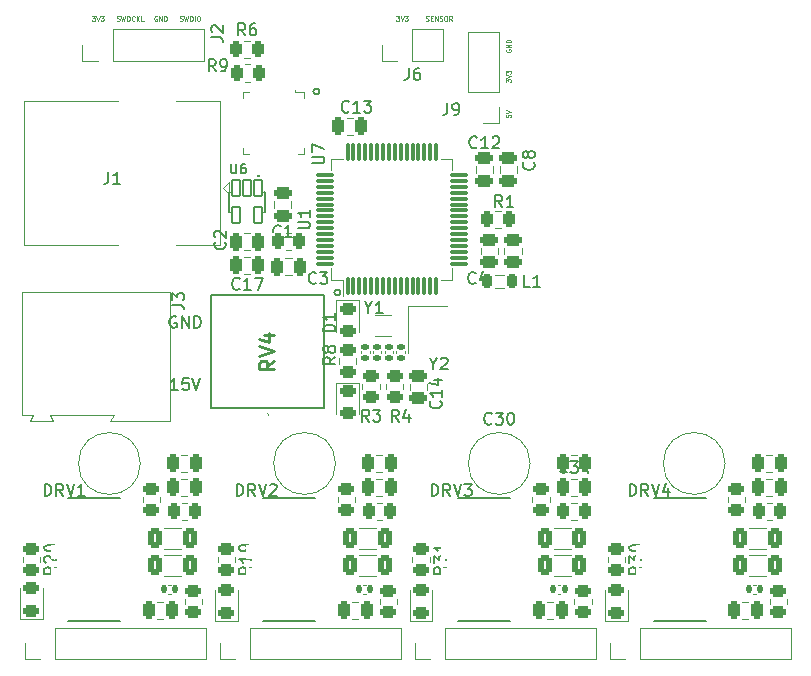
<source format=gbr>
%TF.GenerationSoftware,KiCad,Pcbnew,8.0.2*%
%TF.CreationDate,2024-05-24T16:25:43+02:00*%
%TF.ProjectId,Doodle Drive,446f6f64-6c65-4204-9472-6976652e6b69,1.0V*%
%TF.SameCoordinates,Original*%
%TF.FileFunction,Legend,Top*%
%TF.FilePolarity,Positive*%
%FSLAX46Y46*%
G04 Gerber Fmt 4.6, Leading zero omitted, Abs format (unit mm)*
G04 Created by KiCad (PCBNEW 8.0.2) date 2024-05-24 16:25:43*
%MOMM*%
%LPD*%
G01*
G04 APERTURE LIST*
G04 Aperture macros list*
%AMRoundRect*
0 Rectangle with rounded corners*
0 $1 Rounding radius*
0 $2 $3 $4 $5 $6 $7 $8 $9 X,Y pos of 4 corners*
0 Add a 4 corners polygon primitive as box body*
4,1,4,$2,$3,$4,$5,$6,$7,$8,$9,$2,$3,0*
0 Add four circle primitives for the rounded corners*
1,1,$1+$1,$2,$3*
1,1,$1+$1,$4,$5*
1,1,$1+$1,$6,$7*
1,1,$1+$1,$8,$9*
0 Add four rect primitives between the rounded corners*
20,1,$1+$1,$2,$3,$4,$5,0*
20,1,$1+$1,$4,$5,$6,$7,0*
20,1,$1+$1,$6,$7,$8,$9,0*
20,1,$1+$1,$8,$9,$2,$3,0*%
G04 Aperture macros list end*
%ADD10C,0.152400*%
%ADD11C,0.100000*%
%ADD12C,0.150000*%
%ADD13C,0.254000*%
%ADD14C,0.120000*%
%ADD15C,0.127000*%
%ADD16C,0.200000*%
%ADD17C,0.000000*%
%ADD18C,0.300000*%
%ADD19C,0.010000*%
%ADD20RoundRect,0.250000X-0.250000X-0.475000X0.250000X-0.475000X0.250000X0.475000X-0.250000X0.475000X0*%
%ADD21R,3.960000X1.980000*%
%ADD22O,3.960000X1.980000*%
%ADD23RoundRect,0.079400X0.317600X0.707600X-0.317600X0.707600X-0.317600X-0.707600X0.317600X-0.707600X0*%
%ADD24RoundRect,0.250000X0.450000X-0.262500X0.450000X0.262500X-0.450000X0.262500X-0.450000X-0.262500X0*%
%ADD25RoundRect,0.218750X0.218750X0.381250X-0.218750X0.381250X-0.218750X-0.381250X0.218750X-0.381250X0*%
%ADD26RoundRect,0.250000X0.262500X0.450000X-0.262500X0.450000X-0.262500X-0.450000X0.262500X-0.450000X0*%
%ADD27RoundRect,0.243750X-0.456250X0.243750X-0.456250X-0.243750X0.456250X-0.243750X0.456250X0.243750X0*%
%ADD28RoundRect,0.250000X0.475000X-0.250000X0.475000X0.250000X-0.475000X0.250000X-0.475000X-0.250000X0*%
%ADD29RoundRect,0.250000X0.250000X0.475000X-0.250000X0.475000X-0.250000X-0.475000X0.250000X-0.475000X0*%
%ADD30RoundRect,0.250000X-0.312500X-0.625000X0.312500X-0.625000X0.312500X0.625000X-0.312500X0.625000X0*%
%ADD31C,1.200000*%
%ADD32R,1.600000X1.600000*%
%ADD33C,1.600000*%
%ADD34C,4.000000*%
%ADD35RoundRect,0.250000X-0.450000X0.262500X-0.450000X-0.262500X0.450000X-0.262500X0.450000X0.262500X0*%
%ADD36R,1.700000X1.700000*%
%ADD37O,1.700000X1.700000*%
%ADD38RoundRect,0.140000X0.140000X0.170000X-0.140000X0.170000X-0.140000X-0.170000X0.140000X-0.170000X0*%
%ADD39RoundRect,0.140000X-0.170000X0.140000X-0.170000X-0.140000X0.170000X-0.140000X0.170000X0.140000X0*%
%ADD40RoundRect,0.250000X-0.262500X-0.450000X0.262500X-0.450000X0.262500X0.450000X-0.262500X0.450000X0*%
%ADD41RoundRect,0.243750X0.456250X-0.243750X0.456250X0.243750X-0.456250X0.243750X-0.456250X-0.243750X0*%
%ADD42RoundRect,0.250000X-0.475000X0.250000X-0.475000X-0.250000X0.475000X-0.250000X0.475000X0.250000X0*%
%ADD43R,1.000000X1.800000*%
%ADD44RoundRect,0.075000X0.075000X-0.700000X0.075000X0.700000X-0.075000X0.700000X-0.075000X-0.700000X0*%
%ADD45RoundRect,0.075000X0.700000X-0.075000X0.700000X0.075000X-0.700000X0.075000X-0.700000X-0.075000X0*%
%ADD46R,1.200000X1.400000*%
%ADD47RoundRect,0.140000X0.170000X-0.140000X0.170000X0.140000X-0.170000X0.140000X-0.170000X-0.140000X0*%
%ADD48R,0.300000X1.000000*%
%ADD49R,1.000000X0.300000*%
%ADD50R,3.400000X3.400000*%
%ADD51R,1.217000X1.217000*%
%ADD52C,1.217000*%
G04 APERTURE END LIST*
D10*
X88392000Y-75692000D02*
G75*
G02*
X87884000Y-75692000I-254000J0D01*
G01*
X87884000Y-75692000D02*
G75*
G02*
X88392000Y-75692000I254000J0D01*
G01*
X86614000Y-58674000D02*
G75*
G02*
X86106000Y-58674000I-254000J0D01*
G01*
X86106000Y-58674000D02*
G75*
G02*
X86614000Y-58674000I254000J0D01*
G01*
D11*
X69483979Y-52676800D02*
X69541122Y-52695847D01*
X69541122Y-52695847D02*
X69636360Y-52695847D01*
X69636360Y-52695847D02*
X69674455Y-52676800D01*
X69674455Y-52676800D02*
X69693503Y-52657752D01*
X69693503Y-52657752D02*
X69712550Y-52619657D01*
X69712550Y-52619657D02*
X69712550Y-52581561D01*
X69712550Y-52581561D02*
X69693503Y-52543466D01*
X69693503Y-52543466D02*
X69674455Y-52524419D01*
X69674455Y-52524419D02*
X69636360Y-52505371D01*
X69636360Y-52505371D02*
X69560169Y-52486323D01*
X69560169Y-52486323D02*
X69522074Y-52467276D01*
X69522074Y-52467276D02*
X69503027Y-52448228D01*
X69503027Y-52448228D02*
X69483979Y-52410133D01*
X69483979Y-52410133D02*
X69483979Y-52372038D01*
X69483979Y-52372038D02*
X69503027Y-52333942D01*
X69503027Y-52333942D02*
X69522074Y-52314895D01*
X69522074Y-52314895D02*
X69560169Y-52295847D01*
X69560169Y-52295847D02*
X69655408Y-52295847D01*
X69655408Y-52295847D02*
X69712550Y-52314895D01*
X69845883Y-52295847D02*
X69941121Y-52695847D01*
X69941121Y-52695847D02*
X70017312Y-52410133D01*
X70017312Y-52410133D02*
X70093502Y-52695847D01*
X70093502Y-52695847D02*
X70188741Y-52295847D01*
X70341122Y-52695847D02*
X70341122Y-52295847D01*
X70341122Y-52295847D02*
X70436360Y-52295847D01*
X70436360Y-52295847D02*
X70493503Y-52314895D01*
X70493503Y-52314895D02*
X70531598Y-52352990D01*
X70531598Y-52352990D02*
X70550645Y-52391085D01*
X70550645Y-52391085D02*
X70569693Y-52467276D01*
X70569693Y-52467276D02*
X70569693Y-52524419D01*
X70569693Y-52524419D02*
X70550645Y-52600609D01*
X70550645Y-52600609D02*
X70531598Y-52638704D01*
X70531598Y-52638704D02*
X70493503Y-52676800D01*
X70493503Y-52676800D02*
X70436360Y-52695847D01*
X70436360Y-52695847D02*
X70341122Y-52695847D01*
X70969693Y-52657752D02*
X70950645Y-52676800D01*
X70950645Y-52676800D02*
X70893503Y-52695847D01*
X70893503Y-52695847D02*
X70855407Y-52695847D01*
X70855407Y-52695847D02*
X70798264Y-52676800D01*
X70798264Y-52676800D02*
X70760169Y-52638704D01*
X70760169Y-52638704D02*
X70741122Y-52600609D01*
X70741122Y-52600609D02*
X70722074Y-52524419D01*
X70722074Y-52524419D02*
X70722074Y-52467276D01*
X70722074Y-52467276D02*
X70741122Y-52391085D01*
X70741122Y-52391085D02*
X70760169Y-52352990D01*
X70760169Y-52352990D02*
X70798264Y-52314895D01*
X70798264Y-52314895D02*
X70855407Y-52295847D01*
X70855407Y-52295847D02*
X70893503Y-52295847D01*
X70893503Y-52295847D02*
X70950645Y-52314895D01*
X70950645Y-52314895D02*
X70969693Y-52333942D01*
X71141122Y-52695847D02*
X71141122Y-52295847D01*
X71369693Y-52695847D02*
X71198264Y-52467276D01*
X71369693Y-52295847D02*
X71141122Y-52524419D01*
X71731598Y-52695847D02*
X71541122Y-52695847D01*
X71541122Y-52695847D02*
X71541122Y-52295847D01*
X74817979Y-52676800D02*
X74875122Y-52695847D01*
X74875122Y-52695847D02*
X74970360Y-52695847D01*
X74970360Y-52695847D02*
X75008455Y-52676800D01*
X75008455Y-52676800D02*
X75027503Y-52657752D01*
X75027503Y-52657752D02*
X75046550Y-52619657D01*
X75046550Y-52619657D02*
X75046550Y-52581561D01*
X75046550Y-52581561D02*
X75027503Y-52543466D01*
X75027503Y-52543466D02*
X75008455Y-52524419D01*
X75008455Y-52524419D02*
X74970360Y-52505371D01*
X74970360Y-52505371D02*
X74894169Y-52486323D01*
X74894169Y-52486323D02*
X74856074Y-52467276D01*
X74856074Y-52467276D02*
X74837027Y-52448228D01*
X74837027Y-52448228D02*
X74817979Y-52410133D01*
X74817979Y-52410133D02*
X74817979Y-52372038D01*
X74817979Y-52372038D02*
X74837027Y-52333942D01*
X74837027Y-52333942D02*
X74856074Y-52314895D01*
X74856074Y-52314895D02*
X74894169Y-52295847D01*
X74894169Y-52295847D02*
X74989408Y-52295847D01*
X74989408Y-52295847D02*
X75046550Y-52314895D01*
X75179883Y-52295847D02*
X75275121Y-52695847D01*
X75275121Y-52695847D02*
X75351312Y-52410133D01*
X75351312Y-52410133D02*
X75427502Y-52695847D01*
X75427502Y-52695847D02*
X75522741Y-52295847D01*
X75675122Y-52695847D02*
X75675122Y-52295847D01*
X75675122Y-52295847D02*
X75770360Y-52295847D01*
X75770360Y-52295847D02*
X75827503Y-52314895D01*
X75827503Y-52314895D02*
X75865598Y-52352990D01*
X75865598Y-52352990D02*
X75884645Y-52391085D01*
X75884645Y-52391085D02*
X75903693Y-52467276D01*
X75903693Y-52467276D02*
X75903693Y-52524419D01*
X75903693Y-52524419D02*
X75884645Y-52600609D01*
X75884645Y-52600609D02*
X75865598Y-52638704D01*
X75865598Y-52638704D02*
X75827503Y-52676800D01*
X75827503Y-52676800D02*
X75770360Y-52695847D01*
X75770360Y-52695847D02*
X75675122Y-52695847D01*
X76075122Y-52695847D02*
X76075122Y-52295847D01*
X76341788Y-52295847D02*
X76417979Y-52295847D01*
X76417979Y-52295847D02*
X76456074Y-52314895D01*
X76456074Y-52314895D02*
X76494169Y-52352990D01*
X76494169Y-52352990D02*
X76513217Y-52429180D01*
X76513217Y-52429180D02*
X76513217Y-52562514D01*
X76513217Y-52562514D02*
X76494169Y-52638704D01*
X76494169Y-52638704D02*
X76456074Y-52676800D01*
X76456074Y-52676800D02*
X76417979Y-52695847D01*
X76417979Y-52695847D02*
X76341788Y-52695847D01*
X76341788Y-52695847D02*
X76303693Y-52676800D01*
X76303693Y-52676800D02*
X76265598Y-52638704D01*
X76265598Y-52638704D02*
X76246550Y-52562514D01*
X76246550Y-52562514D02*
X76246550Y-52429180D01*
X76246550Y-52429180D02*
X76265598Y-52352990D01*
X76265598Y-52352990D02*
X76303693Y-52314895D01*
X76303693Y-52314895D02*
X76341788Y-52295847D01*
X102415847Y-60648496D02*
X102415847Y-60838972D01*
X102415847Y-60838972D02*
X102606323Y-60858020D01*
X102606323Y-60858020D02*
X102587276Y-60838972D01*
X102587276Y-60838972D02*
X102568228Y-60800877D01*
X102568228Y-60800877D02*
X102568228Y-60705639D01*
X102568228Y-60705639D02*
X102587276Y-60667544D01*
X102587276Y-60667544D02*
X102606323Y-60648496D01*
X102606323Y-60648496D02*
X102644419Y-60629449D01*
X102644419Y-60629449D02*
X102739657Y-60629449D01*
X102739657Y-60629449D02*
X102777752Y-60648496D01*
X102777752Y-60648496D02*
X102796800Y-60667544D01*
X102796800Y-60667544D02*
X102815847Y-60705639D01*
X102815847Y-60705639D02*
X102815847Y-60800877D01*
X102815847Y-60800877D02*
X102796800Y-60838972D01*
X102796800Y-60838972D02*
X102777752Y-60858020D01*
X102415847Y-60515163D02*
X102815847Y-60381830D01*
X102815847Y-60381830D02*
X102415847Y-60248497D01*
D12*
X74488095Y-77752438D02*
X74392857Y-77704819D01*
X74392857Y-77704819D02*
X74250000Y-77704819D01*
X74250000Y-77704819D02*
X74107143Y-77752438D01*
X74107143Y-77752438D02*
X74011905Y-77847676D01*
X74011905Y-77847676D02*
X73964286Y-77942914D01*
X73964286Y-77942914D02*
X73916667Y-78133390D01*
X73916667Y-78133390D02*
X73916667Y-78276247D01*
X73916667Y-78276247D02*
X73964286Y-78466723D01*
X73964286Y-78466723D02*
X74011905Y-78561961D01*
X74011905Y-78561961D02*
X74107143Y-78657200D01*
X74107143Y-78657200D02*
X74250000Y-78704819D01*
X74250000Y-78704819D02*
X74345238Y-78704819D01*
X74345238Y-78704819D02*
X74488095Y-78657200D01*
X74488095Y-78657200D02*
X74535714Y-78609580D01*
X74535714Y-78609580D02*
X74535714Y-78276247D01*
X74535714Y-78276247D02*
X74345238Y-78276247D01*
X74964286Y-78704819D02*
X74964286Y-77704819D01*
X74964286Y-77704819D02*
X75535714Y-78704819D01*
X75535714Y-78704819D02*
X75535714Y-77704819D01*
X76011905Y-78704819D02*
X76011905Y-77704819D01*
X76011905Y-77704819D02*
X76250000Y-77704819D01*
X76250000Y-77704819D02*
X76392857Y-77752438D01*
X76392857Y-77752438D02*
X76488095Y-77847676D01*
X76488095Y-77847676D02*
X76535714Y-77942914D01*
X76535714Y-77942914D02*
X76583333Y-78133390D01*
X76583333Y-78133390D02*
X76583333Y-78276247D01*
X76583333Y-78276247D02*
X76535714Y-78466723D01*
X76535714Y-78466723D02*
X76488095Y-78561961D01*
X76488095Y-78561961D02*
X76392857Y-78657200D01*
X76392857Y-78657200D02*
X76250000Y-78704819D01*
X76250000Y-78704819D02*
X76011905Y-78704819D01*
D11*
X95641979Y-52676800D02*
X95699122Y-52695847D01*
X95699122Y-52695847D02*
X95794360Y-52695847D01*
X95794360Y-52695847D02*
X95832455Y-52676800D01*
X95832455Y-52676800D02*
X95851503Y-52657752D01*
X95851503Y-52657752D02*
X95870550Y-52619657D01*
X95870550Y-52619657D02*
X95870550Y-52581561D01*
X95870550Y-52581561D02*
X95851503Y-52543466D01*
X95851503Y-52543466D02*
X95832455Y-52524419D01*
X95832455Y-52524419D02*
X95794360Y-52505371D01*
X95794360Y-52505371D02*
X95718169Y-52486323D01*
X95718169Y-52486323D02*
X95680074Y-52467276D01*
X95680074Y-52467276D02*
X95661027Y-52448228D01*
X95661027Y-52448228D02*
X95641979Y-52410133D01*
X95641979Y-52410133D02*
X95641979Y-52372038D01*
X95641979Y-52372038D02*
X95661027Y-52333942D01*
X95661027Y-52333942D02*
X95680074Y-52314895D01*
X95680074Y-52314895D02*
X95718169Y-52295847D01*
X95718169Y-52295847D02*
X95813408Y-52295847D01*
X95813408Y-52295847D02*
X95870550Y-52314895D01*
X96041979Y-52486323D02*
X96175312Y-52486323D01*
X96232455Y-52695847D02*
X96041979Y-52695847D01*
X96041979Y-52695847D02*
X96041979Y-52295847D01*
X96041979Y-52295847D02*
X96232455Y-52295847D01*
X96403884Y-52695847D02*
X96403884Y-52295847D01*
X96403884Y-52295847D02*
X96632455Y-52695847D01*
X96632455Y-52695847D02*
X96632455Y-52295847D01*
X96803884Y-52676800D02*
X96861027Y-52695847D01*
X96861027Y-52695847D02*
X96956265Y-52695847D01*
X96956265Y-52695847D02*
X96994360Y-52676800D01*
X96994360Y-52676800D02*
X97013408Y-52657752D01*
X97013408Y-52657752D02*
X97032455Y-52619657D01*
X97032455Y-52619657D02*
X97032455Y-52581561D01*
X97032455Y-52581561D02*
X97013408Y-52543466D01*
X97013408Y-52543466D02*
X96994360Y-52524419D01*
X96994360Y-52524419D02*
X96956265Y-52505371D01*
X96956265Y-52505371D02*
X96880074Y-52486323D01*
X96880074Y-52486323D02*
X96841979Y-52467276D01*
X96841979Y-52467276D02*
X96822932Y-52448228D01*
X96822932Y-52448228D02*
X96803884Y-52410133D01*
X96803884Y-52410133D02*
X96803884Y-52372038D01*
X96803884Y-52372038D02*
X96822932Y-52333942D01*
X96822932Y-52333942D02*
X96841979Y-52314895D01*
X96841979Y-52314895D02*
X96880074Y-52295847D01*
X96880074Y-52295847D02*
X96975313Y-52295847D01*
X96975313Y-52295847D02*
X97032455Y-52314895D01*
X97280074Y-52295847D02*
X97356265Y-52295847D01*
X97356265Y-52295847D02*
X97394360Y-52314895D01*
X97394360Y-52314895D02*
X97432455Y-52352990D01*
X97432455Y-52352990D02*
X97451503Y-52429180D01*
X97451503Y-52429180D02*
X97451503Y-52562514D01*
X97451503Y-52562514D02*
X97432455Y-52638704D01*
X97432455Y-52638704D02*
X97394360Y-52676800D01*
X97394360Y-52676800D02*
X97356265Y-52695847D01*
X97356265Y-52695847D02*
X97280074Y-52695847D01*
X97280074Y-52695847D02*
X97241979Y-52676800D01*
X97241979Y-52676800D02*
X97203884Y-52638704D01*
X97203884Y-52638704D02*
X97184836Y-52562514D01*
X97184836Y-52562514D02*
X97184836Y-52429180D01*
X97184836Y-52429180D02*
X97203884Y-52352990D01*
X97203884Y-52352990D02*
X97241979Y-52314895D01*
X97241979Y-52314895D02*
X97280074Y-52295847D01*
X97851503Y-52695847D02*
X97718170Y-52505371D01*
X97622932Y-52695847D02*
X97622932Y-52295847D01*
X97622932Y-52295847D02*
X97775313Y-52295847D01*
X97775313Y-52295847D02*
X97813408Y-52314895D01*
X97813408Y-52314895D02*
X97832455Y-52333942D01*
X97832455Y-52333942D02*
X97851503Y-52372038D01*
X97851503Y-52372038D02*
X97851503Y-52429180D01*
X97851503Y-52429180D02*
X97832455Y-52467276D01*
X97832455Y-52467276D02*
X97813408Y-52486323D01*
X97813408Y-52486323D02*
X97775313Y-52505371D01*
X97775313Y-52505371D02*
X97622932Y-52505371D01*
X72870550Y-52314895D02*
X72832455Y-52295847D01*
X72832455Y-52295847D02*
X72775312Y-52295847D01*
X72775312Y-52295847D02*
X72718169Y-52314895D01*
X72718169Y-52314895D02*
X72680074Y-52352990D01*
X72680074Y-52352990D02*
X72661027Y-52391085D01*
X72661027Y-52391085D02*
X72641979Y-52467276D01*
X72641979Y-52467276D02*
X72641979Y-52524419D01*
X72641979Y-52524419D02*
X72661027Y-52600609D01*
X72661027Y-52600609D02*
X72680074Y-52638704D01*
X72680074Y-52638704D02*
X72718169Y-52676800D01*
X72718169Y-52676800D02*
X72775312Y-52695847D01*
X72775312Y-52695847D02*
X72813408Y-52695847D01*
X72813408Y-52695847D02*
X72870550Y-52676800D01*
X72870550Y-52676800D02*
X72889598Y-52657752D01*
X72889598Y-52657752D02*
X72889598Y-52524419D01*
X72889598Y-52524419D02*
X72813408Y-52524419D01*
X73061027Y-52695847D02*
X73061027Y-52295847D01*
X73061027Y-52295847D02*
X73289598Y-52695847D01*
X73289598Y-52695847D02*
X73289598Y-52295847D01*
X73480075Y-52695847D02*
X73480075Y-52295847D01*
X73480075Y-52295847D02*
X73575313Y-52295847D01*
X73575313Y-52295847D02*
X73632456Y-52314895D01*
X73632456Y-52314895D02*
X73670551Y-52352990D01*
X73670551Y-52352990D02*
X73689598Y-52391085D01*
X73689598Y-52391085D02*
X73708646Y-52467276D01*
X73708646Y-52467276D02*
X73708646Y-52524419D01*
X73708646Y-52524419D02*
X73689598Y-52600609D01*
X73689598Y-52600609D02*
X73670551Y-52638704D01*
X73670551Y-52638704D02*
X73632456Y-52676800D01*
X73632456Y-52676800D02*
X73575313Y-52695847D01*
X73575313Y-52695847D02*
X73480075Y-52695847D01*
X102415847Y-57877068D02*
X102415847Y-57629449D01*
X102415847Y-57629449D02*
X102568228Y-57762782D01*
X102568228Y-57762782D02*
X102568228Y-57705639D01*
X102568228Y-57705639D02*
X102587276Y-57667544D01*
X102587276Y-57667544D02*
X102606323Y-57648496D01*
X102606323Y-57648496D02*
X102644419Y-57629449D01*
X102644419Y-57629449D02*
X102739657Y-57629449D01*
X102739657Y-57629449D02*
X102777752Y-57648496D01*
X102777752Y-57648496D02*
X102796800Y-57667544D01*
X102796800Y-57667544D02*
X102815847Y-57705639D01*
X102815847Y-57705639D02*
X102815847Y-57819925D01*
X102815847Y-57819925D02*
X102796800Y-57858020D01*
X102796800Y-57858020D02*
X102777752Y-57877068D01*
X102415847Y-57515163D02*
X102815847Y-57381830D01*
X102815847Y-57381830D02*
X102415847Y-57248497D01*
X102415847Y-57153259D02*
X102415847Y-56905640D01*
X102415847Y-56905640D02*
X102568228Y-57038973D01*
X102568228Y-57038973D02*
X102568228Y-56981830D01*
X102568228Y-56981830D02*
X102587276Y-56943735D01*
X102587276Y-56943735D02*
X102606323Y-56924687D01*
X102606323Y-56924687D02*
X102644419Y-56905640D01*
X102644419Y-56905640D02*
X102739657Y-56905640D01*
X102739657Y-56905640D02*
X102777752Y-56924687D01*
X102777752Y-56924687D02*
X102796800Y-56943735D01*
X102796800Y-56943735D02*
X102815847Y-56981830D01*
X102815847Y-56981830D02*
X102815847Y-57096116D01*
X102815847Y-57096116D02*
X102796800Y-57134211D01*
X102796800Y-57134211D02*
X102777752Y-57153259D01*
D12*
X74630952Y-83954819D02*
X74059524Y-83954819D01*
X74345238Y-83954819D02*
X74345238Y-82954819D01*
X74345238Y-82954819D02*
X74250000Y-83097676D01*
X74250000Y-83097676D02*
X74154762Y-83192914D01*
X74154762Y-83192914D02*
X74059524Y-83240533D01*
X75535714Y-82954819D02*
X75059524Y-82954819D01*
X75059524Y-82954819D02*
X75011905Y-83431009D01*
X75011905Y-83431009D02*
X75059524Y-83383390D01*
X75059524Y-83383390D02*
X75154762Y-83335771D01*
X75154762Y-83335771D02*
X75392857Y-83335771D01*
X75392857Y-83335771D02*
X75488095Y-83383390D01*
X75488095Y-83383390D02*
X75535714Y-83431009D01*
X75535714Y-83431009D02*
X75583333Y-83526247D01*
X75583333Y-83526247D02*
X75583333Y-83764342D01*
X75583333Y-83764342D02*
X75535714Y-83859580D01*
X75535714Y-83859580D02*
X75488095Y-83907200D01*
X75488095Y-83907200D02*
X75392857Y-83954819D01*
X75392857Y-83954819D02*
X75154762Y-83954819D01*
X75154762Y-83954819D02*
X75059524Y-83907200D01*
X75059524Y-83907200D02*
X75011905Y-83859580D01*
X75869048Y-82954819D02*
X76202381Y-83954819D01*
X76202381Y-83954819D02*
X76535714Y-82954819D01*
D11*
X67372931Y-52295847D02*
X67620550Y-52295847D01*
X67620550Y-52295847D02*
X67487217Y-52448228D01*
X67487217Y-52448228D02*
X67544360Y-52448228D01*
X67544360Y-52448228D02*
X67582455Y-52467276D01*
X67582455Y-52467276D02*
X67601503Y-52486323D01*
X67601503Y-52486323D02*
X67620550Y-52524419D01*
X67620550Y-52524419D02*
X67620550Y-52619657D01*
X67620550Y-52619657D02*
X67601503Y-52657752D01*
X67601503Y-52657752D02*
X67582455Y-52676800D01*
X67582455Y-52676800D02*
X67544360Y-52695847D01*
X67544360Y-52695847D02*
X67430074Y-52695847D01*
X67430074Y-52695847D02*
X67391979Y-52676800D01*
X67391979Y-52676800D02*
X67372931Y-52657752D01*
X67734836Y-52295847D02*
X67868169Y-52695847D01*
X67868169Y-52695847D02*
X68001502Y-52295847D01*
X68096740Y-52295847D02*
X68344359Y-52295847D01*
X68344359Y-52295847D02*
X68211026Y-52448228D01*
X68211026Y-52448228D02*
X68268169Y-52448228D01*
X68268169Y-52448228D02*
X68306264Y-52467276D01*
X68306264Y-52467276D02*
X68325312Y-52486323D01*
X68325312Y-52486323D02*
X68344359Y-52524419D01*
X68344359Y-52524419D02*
X68344359Y-52619657D01*
X68344359Y-52619657D02*
X68325312Y-52657752D01*
X68325312Y-52657752D02*
X68306264Y-52676800D01*
X68306264Y-52676800D02*
X68268169Y-52695847D01*
X68268169Y-52695847D02*
X68153883Y-52695847D01*
X68153883Y-52695847D02*
X68115788Y-52676800D01*
X68115788Y-52676800D02*
X68096740Y-52657752D01*
X102434895Y-55129449D02*
X102415847Y-55167544D01*
X102415847Y-55167544D02*
X102415847Y-55224687D01*
X102415847Y-55224687D02*
X102434895Y-55281830D01*
X102434895Y-55281830D02*
X102472990Y-55319925D01*
X102472990Y-55319925D02*
X102511085Y-55338972D01*
X102511085Y-55338972D02*
X102587276Y-55358020D01*
X102587276Y-55358020D02*
X102644419Y-55358020D01*
X102644419Y-55358020D02*
X102720609Y-55338972D01*
X102720609Y-55338972D02*
X102758704Y-55319925D01*
X102758704Y-55319925D02*
X102796800Y-55281830D01*
X102796800Y-55281830D02*
X102815847Y-55224687D01*
X102815847Y-55224687D02*
X102815847Y-55186591D01*
X102815847Y-55186591D02*
X102796800Y-55129449D01*
X102796800Y-55129449D02*
X102777752Y-55110401D01*
X102777752Y-55110401D02*
X102644419Y-55110401D01*
X102644419Y-55110401D02*
X102644419Y-55186591D01*
X102815847Y-54938972D02*
X102415847Y-54938972D01*
X102415847Y-54938972D02*
X102815847Y-54710401D01*
X102815847Y-54710401D02*
X102415847Y-54710401D01*
X102815847Y-54519924D02*
X102415847Y-54519924D01*
X102415847Y-54519924D02*
X102415847Y-54424686D01*
X102415847Y-54424686D02*
X102434895Y-54367543D01*
X102434895Y-54367543D02*
X102472990Y-54329448D01*
X102472990Y-54329448D02*
X102511085Y-54310401D01*
X102511085Y-54310401D02*
X102587276Y-54291353D01*
X102587276Y-54291353D02*
X102644419Y-54291353D01*
X102644419Y-54291353D02*
X102720609Y-54310401D01*
X102720609Y-54310401D02*
X102758704Y-54329448D01*
X102758704Y-54329448D02*
X102796800Y-54367543D01*
X102796800Y-54367543D02*
X102815847Y-54424686D01*
X102815847Y-54424686D02*
X102815847Y-54519924D01*
X93122931Y-52295847D02*
X93370550Y-52295847D01*
X93370550Y-52295847D02*
X93237217Y-52448228D01*
X93237217Y-52448228D02*
X93294360Y-52448228D01*
X93294360Y-52448228D02*
X93332455Y-52467276D01*
X93332455Y-52467276D02*
X93351503Y-52486323D01*
X93351503Y-52486323D02*
X93370550Y-52524419D01*
X93370550Y-52524419D02*
X93370550Y-52619657D01*
X93370550Y-52619657D02*
X93351503Y-52657752D01*
X93351503Y-52657752D02*
X93332455Y-52676800D01*
X93332455Y-52676800D02*
X93294360Y-52695847D01*
X93294360Y-52695847D02*
X93180074Y-52695847D01*
X93180074Y-52695847D02*
X93141979Y-52676800D01*
X93141979Y-52676800D02*
X93122931Y-52657752D01*
X93484836Y-52295847D02*
X93618169Y-52695847D01*
X93618169Y-52695847D02*
X93751502Y-52295847D01*
X93846740Y-52295847D02*
X94094359Y-52295847D01*
X94094359Y-52295847D02*
X93961026Y-52448228D01*
X93961026Y-52448228D02*
X94018169Y-52448228D01*
X94018169Y-52448228D02*
X94056264Y-52467276D01*
X94056264Y-52467276D02*
X94075312Y-52486323D01*
X94075312Y-52486323D02*
X94094359Y-52524419D01*
X94094359Y-52524419D02*
X94094359Y-52619657D01*
X94094359Y-52619657D02*
X94075312Y-52657752D01*
X94075312Y-52657752D02*
X94056264Y-52676800D01*
X94056264Y-52676800D02*
X94018169Y-52695847D01*
X94018169Y-52695847D02*
X93903883Y-52695847D01*
X93903883Y-52695847D02*
X93865788Y-52676800D01*
X93865788Y-52676800D02*
X93846740Y-52657752D01*
D12*
X74144819Y-76748333D02*
X74859104Y-76748333D01*
X74859104Y-76748333D02*
X75001961Y-76795952D01*
X75001961Y-76795952D02*
X75097200Y-76891190D01*
X75097200Y-76891190D02*
X75144819Y-77034047D01*
X75144819Y-77034047D02*
X75144819Y-77129285D01*
X74144819Y-76367380D02*
X74144819Y-75748333D01*
X74144819Y-75748333D02*
X74525771Y-76081666D01*
X74525771Y-76081666D02*
X74525771Y-75938809D01*
X74525771Y-75938809D02*
X74573390Y-75843571D01*
X74573390Y-75843571D02*
X74621009Y-75795952D01*
X74621009Y-75795952D02*
X74716247Y-75748333D01*
X74716247Y-75748333D02*
X74954342Y-75748333D01*
X74954342Y-75748333D02*
X75049580Y-75795952D01*
X75049580Y-75795952D02*
X75097200Y-75843571D01*
X75097200Y-75843571D02*
X75144819Y-75938809D01*
X75144819Y-75938809D02*
X75144819Y-76224523D01*
X75144819Y-76224523D02*
X75097200Y-76319761D01*
X75097200Y-76319761D02*
X75049580Y-76367380D01*
X79140038Y-64811986D02*
X79140038Y-65460071D01*
X79140038Y-65460071D02*
X79178160Y-65536316D01*
X79178160Y-65536316D02*
X79216283Y-65574439D01*
X79216283Y-65574439D02*
X79292528Y-65612561D01*
X79292528Y-65612561D02*
X79445019Y-65612561D01*
X79445019Y-65612561D02*
X79521264Y-65574439D01*
X79521264Y-65574439D02*
X79559386Y-65536316D01*
X79559386Y-65536316D02*
X79597509Y-65460071D01*
X79597509Y-65460071D02*
X79597509Y-64811986D01*
X80321839Y-64811986D02*
X80169349Y-64811986D01*
X80169349Y-64811986D02*
X80093103Y-64850109D01*
X80093103Y-64850109D02*
X80054981Y-64888231D01*
X80054981Y-64888231D02*
X79978736Y-65002599D01*
X79978736Y-65002599D02*
X79940613Y-65155090D01*
X79940613Y-65155090D02*
X79940613Y-65460071D01*
X79940613Y-65460071D02*
X79978736Y-65536316D01*
X79978736Y-65536316D02*
X80016858Y-65574439D01*
X80016858Y-65574439D02*
X80093103Y-65612561D01*
X80093103Y-65612561D02*
X80245594Y-65612561D01*
X80245594Y-65612561D02*
X80321839Y-65574439D01*
X80321839Y-65574439D02*
X80359962Y-65536316D01*
X80359962Y-65536316D02*
X80398084Y-65460071D01*
X80398084Y-65460071D02*
X80398084Y-65269458D01*
X80398084Y-65269458D02*
X80359962Y-65193212D01*
X80359962Y-65193212D02*
X80321839Y-65155090D01*
X80321839Y-65155090D02*
X80245594Y-65116967D01*
X80245594Y-65116967D02*
X80093103Y-65116967D01*
X80093103Y-65116967D02*
X80016858Y-65155090D01*
X80016858Y-65155090D02*
X79978736Y-65193212D01*
X79978736Y-65193212D02*
X79940613Y-65269458D01*
X104437333Y-75204819D02*
X103961143Y-75204819D01*
X103961143Y-75204819D02*
X103961143Y-74204819D01*
X105294476Y-75204819D02*
X104723048Y-75204819D01*
X105008762Y-75204819D02*
X105008762Y-74204819D01*
X105008762Y-74204819D02*
X104913524Y-74347676D01*
X104913524Y-74347676D02*
X104818286Y-74442914D01*
X104818286Y-74442914D02*
X104723048Y-74490533D01*
X87954819Y-78988094D02*
X86954819Y-78988094D01*
X86954819Y-78988094D02*
X86954819Y-78749999D01*
X86954819Y-78749999D02*
X87002438Y-78607142D01*
X87002438Y-78607142D02*
X87097676Y-78511904D01*
X87097676Y-78511904D02*
X87192914Y-78464285D01*
X87192914Y-78464285D02*
X87383390Y-78416666D01*
X87383390Y-78416666D02*
X87526247Y-78416666D01*
X87526247Y-78416666D02*
X87716723Y-78464285D01*
X87716723Y-78464285D02*
X87811961Y-78511904D01*
X87811961Y-78511904D02*
X87907200Y-78607142D01*
X87907200Y-78607142D02*
X87954819Y-78749999D01*
X87954819Y-78749999D02*
X87954819Y-78988094D01*
X87954819Y-77464285D02*
X87954819Y-78035713D01*
X87954819Y-77749999D02*
X86954819Y-77749999D01*
X86954819Y-77749999D02*
X87097676Y-77845237D01*
X87097676Y-77845237D02*
X87192914Y-77940475D01*
X87192914Y-77940475D02*
X87240533Y-78035713D01*
X99941142Y-63387580D02*
X99893523Y-63435200D01*
X99893523Y-63435200D02*
X99750666Y-63482819D01*
X99750666Y-63482819D02*
X99655428Y-63482819D01*
X99655428Y-63482819D02*
X99512571Y-63435200D01*
X99512571Y-63435200D02*
X99417333Y-63339961D01*
X99417333Y-63339961D02*
X99369714Y-63244723D01*
X99369714Y-63244723D02*
X99322095Y-63054247D01*
X99322095Y-63054247D02*
X99322095Y-62911390D01*
X99322095Y-62911390D02*
X99369714Y-62720914D01*
X99369714Y-62720914D02*
X99417333Y-62625676D01*
X99417333Y-62625676D02*
X99512571Y-62530438D01*
X99512571Y-62530438D02*
X99655428Y-62482819D01*
X99655428Y-62482819D02*
X99750666Y-62482819D01*
X99750666Y-62482819D02*
X99893523Y-62530438D01*
X99893523Y-62530438D02*
X99941142Y-62578057D01*
X100893523Y-63482819D02*
X100322095Y-63482819D01*
X100607809Y-63482819D02*
X100607809Y-62482819D01*
X100607809Y-62482819D02*
X100512571Y-62625676D01*
X100512571Y-62625676D02*
X100417333Y-62720914D01*
X100417333Y-62720914D02*
X100322095Y-62768533D01*
X101274476Y-62578057D02*
X101322095Y-62530438D01*
X101322095Y-62530438D02*
X101417333Y-62482819D01*
X101417333Y-62482819D02*
X101655428Y-62482819D01*
X101655428Y-62482819D02*
X101750666Y-62530438D01*
X101750666Y-62530438D02*
X101798285Y-62578057D01*
X101798285Y-62578057D02*
X101845904Y-62673295D01*
X101845904Y-62673295D02*
X101845904Y-62768533D01*
X101845904Y-62768533D02*
X101798285Y-62911390D01*
X101798285Y-62911390D02*
X101226857Y-63482819D01*
X101226857Y-63482819D02*
X101845904Y-63482819D01*
X78609580Y-71416666D02*
X78657200Y-71464285D01*
X78657200Y-71464285D02*
X78704819Y-71607142D01*
X78704819Y-71607142D02*
X78704819Y-71702380D01*
X78704819Y-71702380D02*
X78657200Y-71845237D01*
X78657200Y-71845237D02*
X78561961Y-71940475D01*
X78561961Y-71940475D02*
X78466723Y-71988094D01*
X78466723Y-71988094D02*
X78276247Y-72035713D01*
X78276247Y-72035713D02*
X78133390Y-72035713D01*
X78133390Y-72035713D02*
X77942914Y-71988094D01*
X77942914Y-71988094D02*
X77847676Y-71940475D01*
X77847676Y-71940475D02*
X77752438Y-71845237D01*
X77752438Y-71845237D02*
X77704819Y-71702380D01*
X77704819Y-71702380D02*
X77704819Y-71607142D01*
X77704819Y-71607142D02*
X77752438Y-71464285D01*
X77752438Y-71464285D02*
X77800057Y-71416666D01*
X77800057Y-71035713D02*
X77752438Y-70988094D01*
X77752438Y-70988094D02*
X77704819Y-70892856D01*
X77704819Y-70892856D02*
X77704819Y-70654761D01*
X77704819Y-70654761D02*
X77752438Y-70559523D01*
X77752438Y-70559523D02*
X77800057Y-70511904D01*
X77800057Y-70511904D02*
X77895295Y-70464285D01*
X77895295Y-70464285D02*
X77990533Y-70464285D01*
X77990533Y-70464285D02*
X78133390Y-70511904D01*
X78133390Y-70511904D02*
X78704819Y-71083332D01*
X78704819Y-71083332D02*
X78704819Y-70464285D01*
X68754666Y-65494819D02*
X68754666Y-66209104D01*
X68754666Y-66209104D02*
X68707047Y-66351961D01*
X68707047Y-66351961D02*
X68611809Y-66447200D01*
X68611809Y-66447200D02*
X68468952Y-66494819D01*
X68468952Y-66494819D02*
X68373714Y-66494819D01*
X69754666Y-66494819D02*
X69183238Y-66494819D01*
X69468952Y-66494819D02*
X69468952Y-65494819D01*
X69468952Y-65494819D02*
X69373714Y-65637676D01*
X69373714Y-65637676D02*
X69278476Y-65732914D01*
X69278476Y-65732914D02*
X69183238Y-65780533D01*
X104753580Y-64682666D02*
X104801200Y-64730285D01*
X104801200Y-64730285D02*
X104848819Y-64873142D01*
X104848819Y-64873142D02*
X104848819Y-64968380D01*
X104848819Y-64968380D02*
X104801200Y-65111237D01*
X104801200Y-65111237D02*
X104705961Y-65206475D01*
X104705961Y-65206475D02*
X104610723Y-65254094D01*
X104610723Y-65254094D02*
X104420247Y-65301713D01*
X104420247Y-65301713D02*
X104277390Y-65301713D01*
X104277390Y-65301713D02*
X104086914Y-65254094D01*
X104086914Y-65254094D02*
X103991676Y-65206475D01*
X103991676Y-65206475D02*
X103896438Y-65111237D01*
X103896438Y-65111237D02*
X103848819Y-64968380D01*
X103848819Y-64968380D02*
X103848819Y-64873142D01*
X103848819Y-64873142D02*
X103896438Y-64730285D01*
X103896438Y-64730285D02*
X103944057Y-64682666D01*
X104277390Y-64111237D02*
X104229771Y-64206475D01*
X104229771Y-64206475D02*
X104182152Y-64254094D01*
X104182152Y-64254094D02*
X104086914Y-64301713D01*
X104086914Y-64301713D02*
X104039295Y-64301713D01*
X104039295Y-64301713D02*
X103944057Y-64254094D01*
X103944057Y-64254094D02*
X103896438Y-64206475D01*
X103896438Y-64206475D02*
X103848819Y-64111237D01*
X103848819Y-64111237D02*
X103848819Y-63920761D01*
X103848819Y-63920761D02*
X103896438Y-63825523D01*
X103896438Y-63825523D02*
X103944057Y-63777904D01*
X103944057Y-63777904D02*
X104039295Y-63730285D01*
X104039295Y-63730285D02*
X104086914Y-63730285D01*
X104086914Y-63730285D02*
X104182152Y-63777904D01*
X104182152Y-63777904D02*
X104229771Y-63825523D01*
X104229771Y-63825523D02*
X104277390Y-63920761D01*
X104277390Y-63920761D02*
X104277390Y-64111237D01*
X104277390Y-64111237D02*
X104325009Y-64206475D01*
X104325009Y-64206475D02*
X104372628Y-64254094D01*
X104372628Y-64254094D02*
X104467866Y-64301713D01*
X104467866Y-64301713D02*
X104658342Y-64301713D01*
X104658342Y-64301713D02*
X104753580Y-64254094D01*
X104753580Y-64254094D02*
X104801200Y-64206475D01*
X104801200Y-64206475D02*
X104848819Y-64111237D01*
X104848819Y-64111237D02*
X104848819Y-63920761D01*
X104848819Y-63920761D02*
X104801200Y-63825523D01*
X104801200Y-63825523D02*
X104753580Y-63777904D01*
X104753580Y-63777904D02*
X104658342Y-63730285D01*
X104658342Y-63730285D02*
X104467866Y-63730285D01*
X104467866Y-63730285D02*
X104372628Y-63777904D01*
X104372628Y-63777904D02*
X104325009Y-63825523D01*
X104325009Y-63825523D02*
X104277390Y-63920761D01*
X80844819Y-98940857D02*
X80368628Y-99274190D01*
X80844819Y-99512285D02*
X79844819Y-99512285D01*
X79844819Y-99512285D02*
X79844819Y-99131333D01*
X79844819Y-99131333D02*
X79892438Y-99036095D01*
X79892438Y-99036095D02*
X79940057Y-98988476D01*
X79940057Y-98988476D02*
X80035295Y-98940857D01*
X80035295Y-98940857D02*
X80178152Y-98940857D01*
X80178152Y-98940857D02*
X80273390Y-98988476D01*
X80273390Y-98988476D02*
X80321009Y-99036095D01*
X80321009Y-99036095D02*
X80368628Y-99131333D01*
X80368628Y-99131333D02*
X80368628Y-99512285D01*
X80844819Y-97988476D02*
X80844819Y-98559904D01*
X80844819Y-98274190D02*
X79844819Y-98274190D01*
X79844819Y-98274190D02*
X79987676Y-98369428D01*
X79987676Y-98369428D02*
X80082914Y-98464666D01*
X80082914Y-98464666D02*
X80130533Y-98559904D01*
X80844819Y-97512285D02*
X80844819Y-97321809D01*
X80844819Y-97321809D02*
X80797200Y-97226571D01*
X80797200Y-97226571D02*
X80749580Y-97178952D01*
X80749580Y-97178952D02*
X80606723Y-97083714D01*
X80606723Y-97083714D02*
X80416247Y-97036095D01*
X80416247Y-97036095D02*
X80035295Y-97036095D01*
X80035295Y-97036095D02*
X79940057Y-97083714D01*
X79940057Y-97083714D02*
X79892438Y-97131333D01*
X79892438Y-97131333D02*
X79844819Y-97226571D01*
X79844819Y-97226571D02*
X79844819Y-97417047D01*
X79844819Y-97417047D02*
X79892438Y-97512285D01*
X79892438Y-97512285D02*
X79940057Y-97559904D01*
X79940057Y-97559904D02*
X80035295Y-97607523D01*
X80035295Y-97607523D02*
X80273390Y-97607523D01*
X80273390Y-97607523D02*
X80368628Y-97559904D01*
X80368628Y-97559904D02*
X80416247Y-97512285D01*
X80416247Y-97512285D02*
X80463866Y-97417047D01*
X80463866Y-97417047D02*
X80463866Y-97226571D01*
X80463866Y-97226571D02*
X80416247Y-97131333D01*
X80416247Y-97131333D02*
X80368628Y-97083714D01*
X80368628Y-97083714D02*
X80273390Y-97036095D01*
X93333333Y-86617319D02*
X93000000Y-86141128D01*
X92761905Y-86617319D02*
X92761905Y-85617319D01*
X92761905Y-85617319D02*
X93142857Y-85617319D01*
X93142857Y-85617319D02*
X93238095Y-85664938D01*
X93238095Y-85664938D02*
X93285714Y-85712557D01*
X93285714Y-85712557D02*
X93333333Y-85807795D01*
X93333333Y-85807795D02*
X93333333Y-85950652D01*
X93333333Y-85950652D02*
X93285714Y-86045890D01*
X93285714Y-86045890D02*
X93238095Y-86093509D01*
X93238095Y-86093509D02*
X93142857Y-86141128D01*
X93142857Y-86141128D02*
X92761905Y-86141128D01*
X94190476Y-85950652D02*
X94190476Y-86617319D01*
X93952381Y-85569700D02*
X93714286Y-86283985D01*
X93714286Y-86283985D02*
X94333333Y-86283985D01*
X64334819Y-98940857D02*
X63858628Y-99274190D01*
X64334819Y-99512285D02*
X63334819Y-99512285D01*
X63334819Y-99512285D02*
X63334819Y-99131333D01*
X63334819Y-99131333D02*
X63382438Y-99036095D01*
X63382438Y-99036095D02*
X63430057Y-98988476D01*
X63430057Y-98988476D02*
X63525295Y-98940857D01*
X63525295Y-98940857D02*
X63668152Y-98940857D01*
X63668152Y-98940857D02*
X63763390Y-98988476D01*
X63763390Y-98988476D02*
X63811009Y-99036095D01*
X63811009Y-99036095D02*
X63858628Y-99131333D01*
X63858628Y-99131333D02*
X63858628Y-99512285D01*
X63430057Y-98559904D02*
X63382438Y-98512285D01*
X63382438Y-98512285D02*
X63334819Y-98417047D01*
X63334819Y-98417047D02*
X63334819Y-98178952D01*
X63334819Y-98178952D02*
X63382438Y-98083714D01*
X63382438Y-98083714D02*
X63430057Y-98036095D01*
X63430057Y-98036095D02*
X63525295Y-97988476D01*
X63525295Y-97988476D02*
X63620533Y-97988476D01*
X63620533Y-97988476D02*
X63763390Y-98036095D01*
X63763390Y-98036095D02*
X64334819Y-98607523D01*
X64334819Y-98607523D02*
X64334819Y-97988476D01*
X63334819Y-97369428D02*
X63334819Y-97274190D01*
X63334819Y-97274190D02*
X63382438Y-97178952D01*
X63382438Y-97178952D02*
X63430057Y-97131333D01*
X63430057Y-97131333D02*
X63525295Y-97083714D01*
X63525295Y-97083714D02*
X63715771Y-97036095D01*
X63715771Y-97036095D02*
X63953866Y-97036095D01*
X63953866Y-97036095D02*
X64144342Y-97083714D01*
X64144342Y-97083714D02*
X64239580Y-97131333D01*
X64239580Y-97131333D02*
X64287200Y-97178952D01*
X64287200Y-97178952D02*
X64334819Y-97274190D01*
X64334819Y-97274190D02*
X64334819Y-97369428D01*
X64334819Y-97369428D02*
X64287200Y-97464666D01*
X64287200Y-97464666D02*
X64239580Y-97512285D01*
X64239580Y-97512285D02*
X64144342Y-97559904D01*
X64144342Y-97559904D02*
X63953866Y-97607523D01*
X63953866Y-97607523D02*
X63715771Y-97607523D01*
X63715771Y-97607523D02*
X63525295Y-97559904D01*
X63525295Y-97559904D02*
X63430057Y-97512285D01*
X63430057Y-97512285D02*
X63382438Y-97464666D01*
X63382438Y-97464666D02*
X63334819Y-97369428D01*
X94166666Y-56704819D02*
X94166666Y-57419104D01*
X94166666Y-57419104D02*
X94119047Y-57561961D01*
X94119047Y-57561961D02*
X94023809Y-57657200D01*
X94023809Y-57657200D02*
X93880952Y-57704819D01*
X93880952Y-57704819D02*
X93785714Y-57704819D01*
X95071428Y-56704819D02*
X94880952Y-56704819D01*
X94880952Y-56704819D02*
X94785714Y-56752438D01*
X94785714Y-56752438D02*
X94738095Y-56800057D01*
X94738095Y-56800057D02*
X94642857Y-56942914D01*
X94642857Y-56942914D02*
X94595238Y-57133390D01*
X94595238Y-57133390D02*
X94595238Y-57514342D01*
X94595238Y-57514342D02*
X94642857Y-57609580D01*
X94642857Y-57609580D02*
X94690476Y-57657200D01*
X94690476Y-57657200D02*
X94785714Y-57704819D01*
X94785714Y-57704819D02*
X94976190Y-57704819D01*
X94976190Y-57704819D02*
X95071428Y-57657200D01*
X95071428Y-57657200D02*
X95119047Y-57609580D01*
X95119047Y-57609580D02*
X95166666Y-57514342D01*
X95166666Y-57514342D02*
X95166666Y-57276247D01*
X95166666Y-57276247D02*
X95119047Y-57181009D01*
X95119047Y-57181009D02*
X95071428Y-57133390D01*
X95071428Y-57133390D02*
X94976190Y-57085771D01*
X94976190Y-57085771D02*
X94785714Y-57085771D01*
X94785714Y-57085771D02*
X94690476Y-57133390D01*
X94690476Y-57133390D02*
X94642857Y-57181009D01*
X94642857Y-57181009D02*
X94595238Y-57276247D01*
X80333333Y-53914819D02*
X80000000Y-53438628D01*
X79761905Y-53914819D02*
X79761905Y-52914819D01*
X79761905Y-52914819D02*
X80142857Y-52914819D01*
X80142857Y-52914819D02*
X80238095Y-52962438D01*
X80238095Y-52962438D02*
X80285714Y-53010057D01*
X80285714Y-53010057D02*
X80333333Y-53105295D01*
X80333333Y-53105295D02*
X80333333Y-53248152D01*
X80333333Y-53248152D02*
X80285714Y-53343390D01*
X80285714Y-53343390D02*
X80238095Y-53391009D01*
X80238095Y-53391009D02*
X80142857Y-53438628D01*
X80142857Y-53438628D02*
X79761905Y-53438628D01*
X81190476Y-52914819D02*
X81000000Y-52914819D01*
X81000000Y-52914819D02*
X80904762Y-52962438D01*
X80904762Y-52962438D02*
X80857143Y-53010057D01*
X80857143Y-53010057D02*
X80761905Y-53152914D01*
X80761905Y-53152914D02*
X80714286Y-53343390D01*
X80714286Y-53343390D02*
X80714286Y-53724342D01*
X80714286Y-53724342D02*
X80761905Y-53819580D01*
X80761905Y-53819580D02*
X80809524Y-53867200D01*
X80809524Y-53867200D02*
X80904762Y-53914819D01*
X80904762Y-53914819D02*
X81095238Y-53914819D01*
X81095238Y-53914819D02*
X81190476Y-53867200D01*
X81190476Y-53867200D02*
X81238095Y-53819580D01*
X81238095Y-53819580D02*
X81285714Y-53724342D01*
X81285714Y-53724342D02*
X81285714Y-53486247D01*
X81285714Y-53486247D02*
X81238095Y-53391009D01*
X81238095Y-53391009D02*
X81190476Y-53343390D01*
X81190476Y-53343390D02*
X81095238Y-53295771D01*
X81095238Y-53295771D02*
X80904762Y-53295771D01*
X80904762Y-53295771D02*
X80809524Y-53343390D01*
X80809524Y-53343390D02*
X80761905Y-53391009D01*
X80761905Y-53391009D02*
X80714286Y-53486247D01*
X101195142Y-86779580D02*
X101147523Y-86827200D01*
X101147523Y-86827200D02*
X101004666Y-86874819D01*
X101004666Y-86874819D02*
X100909428Y-86874819D01*
X100909428Y-86874819D02*
X100766571Y-86827200D01*
X100766571Y-86827200D02*
X100671333Y-86731961D01*
X100671333Y-86731961D02*
X100623714Y-86636723D01*
X100623714Y-86636723D02*
X100576095Y-86446247D01*
X100576095Y-86446247D02*
X100576095Y-86303390D01*
X100576095Y-86303390D02*
X100623714Y-86112914D01*
X100623714Y-86112914D02*
X100671333Y-86017676D01*
X100671333Y-86017676D02*
X100766571Y-85922438D01*
X100766571Y-85922438D02*
X100909428Y-85874819D01*
X100909428Y-85874819D02*
X101004666Y-85874819D01*
X101004666Y-85874819D02*
X101147523Y-85922438D01*
X101147523Y-85922438D02*
X101195142Y-85970057D01*
X101528476Y-85874819D02*
X102147523Y-85874819D01*
X102147523Y-85874819D02*
X101814190Y-86255771D01*
X101814190Y-86255771D02*
X101957047Y-86255771D01*
X101957047Y-86255771D02*
X102052285Y-86303390D01*
X102052285Y-86303390D02*
X102099904Y-86351009D01*
X102099904Y-86351009D02*
X102147523Y-86446247D01*
X102147523Y-86446247D02*
X102147523Y-86684342D01*
X102147523Y-86684342D02*
X102099904Y-86779580D01*
X102099904Y-86779580D02*
X102052285Y-86827200D01*
X102052285Y-86827200D02*
X101957047Y-86874819D01*
X101957047Y-86874819D02*
X101671333Y-86874819D01*
X101671333Y-86874819D02*
X101576095Y-86827200D01*
X101576095Y-86827200D02*
X101528476Y-86779580D01*
X102766571Y-85874819D02*
X102861809Y-85874819D01*
X102861809Y-85874819D02*
X102957047Y-85922438D01*
X102957047Y-85922438D02*
X103004666Y-85970057D01*
X103004666Y-85970057D02*
X103052285Y-86065295D01*
X103052285Y-86065295D02*
X103099904Y-86255771D01*
X103099904Y-86255771D02*
X103099904Y-86493866D01*
X103099904Y-86493866D02*
X103052285Y-86684342D01*
X103052285Y-86684342D02*
X103004666Y-86779580D01*
X103004666Y-86779580D02*
X102957047Y-86827200D01*
X102957047Y-86827200D02*
X102861809Y-86874819D01*
X102861809Y-86874819D02*
X102766571Y-86874819D01*
X102766571Y-86874819D02*
X102671333Y-86827200D01*
X102671333Y-86827200D02*
X102623714Y-86779580D01*
X102623714Y-86779580D02*
X102576095Y-86684342D01*
X102576095Y-86684342D02*
X102528476Y-86493866D01*
X102528476Y-86493866D02*
X102528476Y-86255771D01*
X102528476Y-86255771D02*
X102576095Y-86065295D01*
X102576095Y-86065295D02*
X102623714Y-85970057D01*
X102623714Y-85970057D02*
X102671333Y-85922438D01*
X102671333Y-85922438D02*
X102766571Y-85874819D01*
X90833333Y-86617319D02*
X90500000Y-86141128D01*
X90261905Y-86617319D02*
X90261905Y-85617319D01*
X90261905Y-85617319D02*
X90642857Y-85617319D01*
X90642857Y-85617319D02*
X90738095Y-85664938D01*
X90738095Y-85664938D02*
X90785714Y-85712557D01*
X90785714Y-85712557D02*
X90833333Y-85807795D01*
X90833333Y-85807795D02*
X90833333Y-85950652D01*
X90833333Y-85950652D02*
X90785714Y-86045890D01*
X90785714Y-86045890D02*
X90738095Y-86093509D01*
X90738095Y-86093509D02*
X90642857Y-86141128D01*
X90642857Y-86141128D02*
X90261905Y-86141128D01*
X91166667Y-85617319D02*
X91785714Y-85617319D01*
X91785714Y-85617319D02*
X91452381Y-85998271D01*
X91452381Y-85998271D02*
X91595238Y-85998271D01*
X91595238Y-85998271D02*
X91690476Y-86045890D01*
X91690476Y-86045890D02*
X91738095Y-86093509D01*
X91738095Y-86093509D02*
X91785714Y-86188747D01*
X91785714Y-86188747D02*
X91785714Y-86426842D01*
X91785714Y-86426842D02*
X91738095Y-86522080D01*
X91738095Y-86522080D02*
X91690476Y-86569700D01*
X91690476Y-86569700D02*
X91595238Y-86617319D01*
X91595238Y-86617319D02*
X91309524Y-86617319D01*
X91309524Y-86617319D02*
X91214286Y-86569700D01*
X91214286Y-86569700D02*
X91166667Y-86522080D01*
X77454819Y-54083333D02*
X78169104Y-54083333D01*
X78169104Y-54083333D02*
X78311961Y-54130952D01*
X78311961Y-54130952D02*
X78407200Y-54226190D01*
X78407200Y-54226190D02*
X78454819Y-54369047D01*
X78454819Y-54369047D02*
X78454819Y-54464285D01*
X77550057Y-53654761D02*
X77502438Y-53607142D01*
X77502438Y-53607142D02*
X77454819Y-53511904D01*
X77454819Y-53511904D02*
X77454819Y-53273809D01*
X77454819Y-53273809D02*
X77502438Y-53178571D01*
X77502438Y-53178571D02*
X77550057Y-53130952D01*
X77550057Y-53130952D02*
X77645295Y-53083333D01*
X77645295Y-53083333D02*
X77740533Y-53083333D01*
X77740533Y-53083333D02*
X77883390Y-53130952D01*
X77883390Y-53130952D02*
X78454819Y-53702380D01*
X78454819Y-53702380D02*
X78454819Y-53083333D01*
X63357333Y-92910819D02*
X63357333Y-91910819D01*
X63357333Y-91910819D02*
X63595428Y-91910819D01*
X63595428Y-91910819D02*
X63738285Y-91958438D01*
X63738285Y-91958438D02*
X63833523Y-92053676D01*
X63833523Y-92053676D02*
X63881142Y-92148914D01*
X63881142Y-92148914D02*
X63928761Y-92339390D01*
X63928761Y-92339390D02*
X63928761Y-92482247D01*
X63928761Y-92482247D02*
X63881142Y-92672723D01*
X63881142Y-92672723D02*
X63833523Y-92767961D01*
X63833523Y-92767961D02*
X63738285Y-92863200D01*
X63738285Y-92863200D02*
X63595428Y-92910819D01*
X63595428Y-92910819D02*
X63357333Y-92910819D01*
X64928761Y-92910819D02*
X64595428Y-92434628D01*
X64357333Y-92910819D02*
X64357333Y-91910819D01*
X64357333Y-91910819D02*
X64738285Y-91910819D01*
X64738285Y-91910819D02*
X64833523Y-91958438D01*
X64833523Y-91958438D02*
X64881142Y-92006057D01*
X64881142Y-92006057D02*
X64928761Y-92101295D01*
X64928761Y-92101295D02*
X64928761Y-92244152D01*
X64928761Y-92244152D02*
X64881142Y-92339390D01*
X64881142Y-92339390D02*
X64833523Y-92387009D01*
X64833523Y-92387009D02*
X64738285Y-92434628D01*
X64738285Y-92434628D02*
X64357333Y-92434628D01*
X65214476Y-91910819D02*
X65547809Y-92910819D01*
X65547809Y-92910819D02*
X65881142Y-91910819D01*
X66738285Y-92910819D02*
X66166857Y-92910819D01*
X66452571Y-92910819D02*
X66452571Y-91910819D01*
X66452571Y-91910819D02*
X66357333Y-92053676D01*
X66357333Y-92053676D02*
X66262095Y-92148914D01*
X66262095Y-92148914D02*
X66166857Y-92196533D01*
X83333333Y-70881580D02*
X83285714Y-70929200D01*
X83285714Y-70929200D02*
X83142857Y-70976819D01*
X83142857Y-70976819D02*
X83047619Y-70976819D01*
X83047619Y-70976819D02*
X82904762Y-70929200D01*
X82904762Y-70929200D02*
X82809524Y-70833961D01*
X82809524Y-70833961D02*
X82761905Y-70738723D01*
X82761905Y-70738723D02*
X82714286Y-70548247D01*
X82714286Y-70548247D02*
X82714286Y-70405390D01*
X82714286Y-70405390D02*
X82761905Y-70214914D01*
X82761905Y-70214914D02*
X82809524Y-70119676D01*
X82809524Y-70119676D02*
X82904762Y-70024438D01*
X82904762Y-70024438D02*
X83047619Y-69976819D01*
X83047619Y-69976819D02*
X83142857Y-69976819D01*
X83142857Y-69976819D02*
X83285714Y-70024438D01*
X83285714Y-70024438D02*
X83333333Y-70072057D01*
X84285714Y-70976819D02*
X83714286Y-70976819D01*
X84000000Y-70976819D02*
X84000000Y-69976819D01*
X84000000Y-69976819D02*
X83904762Y-70119676D01*
X83904762Y-70119676D02*
X83809524Y-70214914D01*
X83809524Y-70214914D02*
X83714286Y-70262533D01*
X86333333Y-74859580D02*
X86285714Y-74907200D01*
X86285714Y-74907200D02*
X86142857Y-74954819D01*
X86142857Y-74954819D02*
X86047619Y-74954819D01*
X86047619Y-74954819D02*
X85904762Y-74907200D01*
X85904762Y-74907200D02*
X85809524Y-74811961D01*
X85809524Y-74811961D02*
X85761905Y-74716723D01*
X85761905Y-74716723D02*
X85714286Y-74526247D01*
X85714286Y-74526247D02*
X85714286Y-74383390D01*
X85714286Y-74383390D02*
X85761905Y-74192914D01*
X85761905Y-74192914D02*
X85809524Y-74097676D01*
X85809524Y-74097676D02*
X85904762Y-74002438D01*
X85904762Y-74002438D02*
X86047619Y-73954819D01*
X86047619Y-73954819D02*
X86142857Y-73954819D01*
X86142857Y-73954819D02*
X86285714Y-74002438D01*
X86285714Y-74002438D02*
X86333333Y-74050057D01*
X86666667Y-73954819D02*
X87285714Y-73954819D01*
X87285714Y-73954819D02*
X86952381Y-74335771D01*
X86952381Y-74335771D02*
X87095238Y-74335771D01*
X87095238Y-74335771D02*
X87190476Y-74383390D01*
X87190476Y-74383390D02*
X87238095Y-74431009D01*
X87238095Y-74431009D02*
X87285714Y-74526247D01*
X87285714Y-74526247D02*
X87285714Y-74764342D01*
X87285714Y-74764342D02*
X87238095Y-74859580D01*
X87238095Y-74859580D02*
X87190476Y-74907200D01*
X87190476Y-74907200D02*
X87095238Y-74954819D01*
X87095238Y-74954819D02*
X86809524Y-74954819D01*
X86809524Y-74954819D02*
X86714286Y-74907200D01*
X86714286Y-74907200D02*
X86666667Y-74859580D01*
X90773809Y-76978628D02*
X90773809Y-77454819D01*
X90440476Y-76454819D02*
X90773809Y-76978628D01*
X90773809Y-76978628D02*
X91107142Y-76454819D01*
X91964285Y-77454819D02*
X91392857Y-77454819D01*
X91678571Y-77454819D02*
X91678571Y-76454819D01*
X91678571Y-76454819D02*
X91583333Y-76597676D01*
X91583333Y-76597676D02*
X91488095Y-76692914D01*
X91488095Y-76692914D02*
X91392857Y-76740533D01*
X79857142Y-75359580D02*
X79809523Y-75407200D01*
X79809523Y-75407200D02*
X79666666Y-75454819D01*
X79666666Y-75454819D02*
X79571428Y-75454819D01*
X79571428Y-75454819D02*
X79428571Y-75407200D01*
X79428571Y-75407200D02*
X79333333Y-75311961D01*
X79333333Y-75311961D02*
X79285714Y-75216723D01*
X79285714Y-75216723D02*
X79238095Y-75026247D01*
X79238095Y-75026247D02*
X79238095Y-74883390D01*
X79238095Y-74883390D02*
X79285714Y-74692914D01*
X79285714Y-74692914D02*
X79333333Y-74597676D01*
X79333333Y-74597676D02*
X79428571Y-74502438D01*
X79428571Y-74502438D02*
X79571428Y-74454819D01*
X79571428Y-74454819D02*
X79666666Y-74454819D01*
X79666666Y-74454819D02*
X79809523Y-74502438D01*
X79809523Y-74502438D02*
X79857142Y-74550057D01*
X80809523Y-75454819D02*
X80238095Y-75454819D01*
X80523809Y-75454819D02*
X80523809Y-74454819D01*
X80523809Y-74454819D02*
X80428571Y-74597676D01*
X80428571Y-74597676D02*
X80333333Y-74692914D01*
X80333333Y-74692914D02*
X80238095Y-74740533D01*
X81142857Y-74454819D02*
X81809523Y-74454819D01*
X81809523Y-74454819D02*
X81380952Y-75454819D01*
X113864819Y-98940857D02*
X113388628Y-99274190D01*
X113864819Y-99512285D02*
X112864819Y-99512285D01*
X112864819Y-99512285D02*
X112864819Y-99131333D01*
X112864819Y-99131333D02*
X112912438Y-99036095D01*
X112912438Y-99036095D02*
X112960057Y-98988476D01*
X112960057Y-98988476D02*
X113055295Y-98940857D01*
X113055295Y-98940857D02*
X113198152Y-98940857D01*
X113198152Y-98940857D02*
X113293390Y-98988476D01*
X113293390Y-98988476D02*
X113341009Y-99036095D01*
X113341009Y-99036095D02*
X113388628Y-99131333D01*
X113388628Y-99131333D02*
X113388628Y-99512285D01*
X112864819Y-98607523D02*
X112864819Y-97988476D01*
X112864819Y-97988476D02*
X113245771Y-98321809D01*
X113245771Y-98321809D02*
X113245771Y-98178952D01*
X113245771Y-98178952D02*
X113293390Y-98083714D01*
X113293390Y-98083714D02*
X113341009Y-98036095D01*
X113341009Y-98036095D02*
X113436247Y-97988476D01*
X113436247Y-97988476D02*
X113674342Y-97988476D01*
X113674342Y-97988476D02*
X113769580Y-98036095D01*
X113769580Y-98036095D02*
X113817200Y-98083714D01*
X113817200Y-98083714D02*
X113864819Y-98178952D01*
X113864819Y-98178952D02*
X113864819Y-98464666D01*
X113864819Y-98464666D02*
X113817200Y-98559904D01*
X113817200Y-98559904D02*
X113769580Y-98607523D01*
X112864819Y-97369428D02*
X112864819Y-97274190D01*
X112864819Y-97274190D02*
X112912438Y-97178952D01*
X112912438Y-97178952D02*
X112960057Y-97131333D01*
X112960057Y-97131333D02*
X113055295Y-97083714D01*
X113055295Y-97083714D02*
X113245771Y-97036095D01*
X113245771Y-97036095D02*
X113483866Y-97036095D01*
X113483866Y-97036095D02*
X113674342Y-97083714D01*
X113674342Y-97083714D02*
X113769580Y-97131333D01*
X113769580Y-97131333D02*
X113817200Y-97178952D01*
X113817200Y-97178952D02*
X113864819Y-97274190D01*
X113864819Y-97274190D02*
X113864819Y-97369428D01*
X113864819Y-97369428D02*
X113817200Y-97464666D01*
X113817200Y-97464666D02*
X113769580Y-97512285D01*
X113769580Y-97512285D02*
X113674342Y-97559904D01*
X113674342Y-97559904D02*
X113483866Y-97607523D01*
X113483866Y-97607523D02*
X113245771Y-97607523D01*
X113245771Y-97607523D02*
X113055295Y-97559904D01*
X113055295Y-97559904D02*
X112960057Y-97512285D01*
X112960057Y-97512285D02*
X112912438Y-97464666D01*
X112912438Y-97464666D02*
X112864819Y-97369428D01*
X97334287Y-98940857D02*
X96858096Y-99274190D01*
X97334287Y-99512285D02*
X96334287Y-99512285D01*
X96334287Y-99512285D02*
X96334287Y-99131333D01*
X96334287Y-99131333D02*
X96381906Y-99036095D01*
X96381906Y-99036095D02*
X96429525Y-98988476D01*
X96429525Y-98988476D02*
X96524763Y-98940857D01*
X96524763Y-98940857D02*
X96667620Y-98940857D01*
X96667620Y-98940857D02*
X96762858Y-98988476D01*
X96762858Y-98988476D02*
X96810477Y-99036095D01*
X96810477Y-99036095D02*
X96858096Y-99131333D01*
X96858096Y-99131333D02*
X96858096Y-99512285D01*
X96334287Y-98607523D02*
X96334287Y-97988476D01*
X96334287Y-97988476D02*
X96715239Y-98321809D01*
X96715239Y-98321809D02*
X96715239Y-98178952D01*
X96715239Y-98178952D02*
X96762858Y-98083714D01*
X96762858Y-98083714D02*
X96810477Y-98036095D01*
X96810477Y-98036095D02*
X96905715Y-97988476D01*
X96905715Y-97988476D02*
X97143810Y-97988476D01*
X97143810Y-97988476D02*
X97239048Y-98036095D01*
X97239048Y-98036095D02*
X97286668Y-98083714D01*
X97286668Y-98083714D02*
X97334287Y-98178952D01*
X97334287Y-98178952D02*
X97334287Y-98464666D01*
X97334287Y-98464666D02*
X97286668Y-98559904D01*
X97286668Y-98559904D02*
X97239048Y-98607523D01*
X97334287Y-97036095D02*
X97334287Y-97607523D01*
X97334287Y-97321809D02*
X96334287Y-97321809D01*
X96334287Y-97321809D02*
X96477144Y-97417047D01*
X96477144Y-97417047D02*
X96572382Y-97512285D01*
X96572382Y-97512285D02*
X96620001Y-97607523D01*
X89107142Y-60359580D02*
X89059523Y-60407200D01*
X89059523Y-60407200D02*
X88916666Y-60454819D01*
X88916666Y-60454819D02*
X88821428Y-60454819D01*
X88821428Y-60454819D02*
X88678571Y-60407200D01*
X88678571Y-60407200D02*
X88583333Y-60311961D01*
X88583333Y-60311961D02*
X88535714Y-60216723D01*
X88535714Y-60216723D02*
X88488095Y-60026247D01*
X88488095Y-60026247D02*
X88488095Y-59883390D01*
X88488095Y-59883390D02*
X88535714Y-59692914D01*
X88535714Y-59692914D02*
X88583333Y-59597676D01*
X88583333Y-59597676D02*
X88678571Y-59502438D01*
X88678571Y-59502438D02*
X88821428Y-59454819D01*
X88821428Y-59454819D02*
X88916666Y-59454819D01*
X88916666Y-59454819D02*
X89059523Y-59502438D01*
X89059523Y-59502438D02*
X89107142Y-59550057D01*
X90059523Y-60454819D02*
X89488095Y-60454819D01*
X89773809Y-60454819D02*
X89773809Y-59454819D01*
X89773809Y-59454819D02*
X89678571Y-59597676D01*
X89678571Y-59597676D02*
X89583333Y-59692914D01*
X89583333Y-59692914D02*
X89488095Y-59740533D01*
X90392857Y-59454819D02*
X91011904Y-59454819D01*
X91011904Y-59454819D02*
X90678571Y-59835771D01*
X90678571Y-59835771D02*
X90821428Y-59835771D01*
X90821428Y-59835771D02*
X90916666Y-59883390D01*
X90916666Y-59883390D02*
X90964285Y-59931009D01*
X90964285Y-59931009D02*
X91011904Y-60026247D01*
X91011904Y-60026247D02*
X91011904Y-60264342D01*
X91011904Y-60264342D02*
X90964285Y-60359580D01*
X90964285Y-60359580D02*
X90916666Y-60407200D01*
X90916666Y-60407200D02*
X90821428Y-60454819D01*
X90821428Y-60454819D02*
X90535714Y-60454819D01*
X90535714Y-60454819D02*
X90440476Y-60407200D01*
X90440476Y-60407200D02*
X90392857Y-60359580D01*
X97456666Y-59652819D02*
X97456666Y-60367104D01*
X97456666Y-60367104D02*
X97409047Y-60509961D01*
X97409047Y-60509961D02*
X97313809Y-60605200D01*
X97313809Y-60605200D02*
X97170952Y-60652819D01*
X97170952Y-60652819D02*
X97075714Y-60652819D01*
X97980476Y-60652819D02*
X98170952Y-60652819D01*
X98170952Y-60652819D02*
X98266190Y-60605200D01*
X98266190Y-60605200D02*
X98313809Y-60557580D01*
X98313809Y-60557580D02*
X98409047Y-60414723D01*
X98409047Y-60414723D02*
X98456666Y-60224247D01*
X98456666Y-60224247D02*
X98456666Y-59843295D01*
X98456666Y-59843295D02*
X98409047Y-59748057D01*
X98409047Y-59748057D02*
X98361428Y-59700438D01*
X98361428Y-59700438D02*
X98266190Y-59652819D01*
X98266190Y-59652819D02*
X98075714Y-59652819D01*
X98075714Y-59652819D02*
X97980476Y-59700438D01*
X97980476Y-59700438D02*
X97932857Y-59748057D01*
X97932857Y-59748057D02*
X97885238Y-59843295D01*
X97885238Y-59843295D02*
X97885238Y-60081390D01*
X97885238Y-60081390D02*
X97932857Y-60176628D01*
X97932857Y-60176628D02*
X97980476Y-60224247D01*
X97980476Y-60224247D02*
X98075714Y-60271866D01*
X98075714Y-60271866D02*
X98266190Y-60271866D01*
X98266190Y-60271866D02*
X98361428Y-60224247D01*
X98361428Y-60224247D02*
X98409047Y-60176628D01*
X98409047Y-60176628D02*
X98456666Y-60081390D01*
X107540610Y-90881580D02*
X107492991Y-90929200D01*
X107492991Y-90929200D02*
X107350134Y-90976819D01*
X107350134Y-90976819D02*
X107254896Y-90976819D01*
X107254896Y-90976819D02*
X107112039Y-90929200D01*
X107112039Y-90929200D02*
X107016801Y-90833961D01*
X107016801Y-90833961D02*
X106969182Y-90738723D01*
X106969182Y-90738723D02*
X106921563Y-90548247D01*
X106921563Y-90548247D02*
X106921563Y-90405390D01*
X106921563Y-90405390D02*
X106969182Y-90214914D01*
X106969182Y-90214914D02*
X107016801Y-90119676D01*
X107016801Y-90119676D02*
X107112039Y-90024438D01*
X107112039Y-90024438D02*
X107254896Y-89976819D01*
X107254896Y-89976819D02*
X107350134Y-89976819D01*
X107350134Y-89976819D02*
X107492991Y-90024438D01*
X107492991Y-90024438D02*
X107540610Y-90072057D01*
X107873944Y-89976819D02*
X108492991Y-89976819D01*
X108492991Y-89976819D02*
X108159658Y-90357771D01*
X108159658Y-90357771D02*
X108302515Y-90357771D01*
X108302515Y-90357771D02*
X108397753Y-90405390D01*
X108397753Y-90405390D02*
X108445372Y-90453009D01*
X108445372Y-90453009D02*
X108492991Y-90548247D01*
X108492991Y-90548247D02*
X108492991Y-90786342D01*
X108492991Y-90786342D02*
X108445372Y-90881580D01*
X108445372Y-90881580D02*
X108397753Y-90929200D01*
X108397753Y-90929200D02*
X108302515Y-90976819D01*
X108302515Y-90976819D02*
X108016801Y-90976819D01*
X108016801Y-90976819D02*
X107921563Y-90929200D01*
X107921563Y-90929200D02*
X107873944Y-90881580D01*
X109350134Y-90310152D02*
X109350134Y-90976819D01*
X109112039Y-89929200D02*
X108873944Y-90643485D01*
X108873944Y-90643485D02*
X109492991Y-90643485D01*
X79613333Y-92910819D02*
X79613333Y-91910819D01*
X79613333Y-91910819D02*
X79851428Y-91910819D01*
X79851428Y-91910819D02*
X79994285Y-91958438D01*
X79994285Y-91958438D02*
X80089523Y-92053676D01*
X80089523Y-92053676D02*
X80137142Y-92148914D01*
X80137142Y-92148914D02*
X80184761Y-92339390D01*
X80184761Y-92339390D02*
X80184761Y-92482247D01*
X80184761Y-92482247D02*
X80137142Y-92672723D01*
X80137142Y-92672723D02*
X80089523Y-92767961D01*
X80089523Y-92767961D02*
X79994285Y-92863200D01*
X79994285Y-92863200D02*
X79851428Y-92910819D01*
X79851428Y-92910819D02*
X79613333Y-92910819D01*
X81184761Y-92910819D02*
X80851428Y-92434628D01*
X80613333Y-92910819D02*
X80613333Y-91910819D01*
X80613333Y-91910819D02*
X80994285Y-91910819D01*
X80994285Y-91910819D02*
X81089523Y-91958438D01*
X81089523Y-91958438D02*
X81137142Y-92006057D01*
X81137142Y-92006057D02*
X81184761Y-92101295D01*
X81184761Y-92101295D02*
X81184761Y-92244152D01*
X81184761Y-92244152D02*
X81137142Y-92339390D01*
X81137142Y-92339390D02*
X81089523Y-92387009D01*
X81089523Y-92387009D02*
X80994285Y-92434628D01*
X80994285Y-92434628D02*
X80613333Y-92434628D01*
X81470476Y-91910819D02*
X81803809Y-92910819D01*
X81803809Y-92910819D02*
X82137142Y-91910819D01*
X82422857Y-92006057D02*
X82470476Y-91958438D01*
X82470476Y-91958438D02*
X82565714Y-91910819D01*
X82565714Y-91910819D02*
X82803809Y-91910819D01*
X82803809Y-91910819D02*
X82899047Y-91958438D01*
X82899047Y-91958438D02*
X82946666Y-92006057D01*
X82946666Y-92006057D02*
X82994285Y-92101295D01*
X82994285Y-92101295D02*
X82994285Y-92196533D01*
X82994285Y-92196533D02*
X82946666Y-92339390D01*
X82946666Y-92339390D02*
X82375238Y-92910819D01*
X82375238Y-92910819D02*
X82994285Y-92910819D01*
X96123333Y-92910819D02*
X96123333Y-91910819D01*
X96123333Y-91910819D02*
X96361428Y-91910819D01*
X96361428Y-91910819D02*
X96504285Y-91958438D01*
X96504285Y-91958438D02*
X96599523Y-92053676D01*
X96599523Y-92053676D02*
X96647142Y-92148914D01*
X96647142Y-92148914D02*
X96694761Y-92339390D01*
X96694761Y-92339390D02*
X96694761Y-92482247D01*
X96694761Y-92482247D02*
X96647142Y-92672723D01*
X96647142Y-92672723D02*
X96599523Y-92767961D01*
X96599523Y-92767961D02*
X96504285Y-92863200D01*
X96504285Y-92863200D02*
X96361428Y-92910819D01*
X96361428Y-92910819D02*
X96123333Y-92910819D01*
X97694761Y-92910819D02*
X97361428Y-92434628D01*
X97123333Y-92910819D02*
X97123333Y-91910819D01*
X97123333Y-91910819D02*
X97504285Y-91910819D01*
X97504285Y-91910819D02*
X97599523Y-91958438D01*
X97599523Y-91958438D02*
X97647142Y-92006057D01*
X97647142Y-92006057D02*
X97694761Y-92101295D01*
X97694761Y-92101295D02*
X97694761Y-92244152D01*
X97694761Y-92244152D02*
X97647142Y-92339390D01*
X97647142Y-92339390D02*
X97599523Y-92387009D01*
X97599523Y-92387009D02*
X97504285Y-92434628D01*
X97504285Y-92434628D02*
X97123333Y-92434628D01*
X97980476Y-91910819D02*
X98313809Y-92910819D01*
X98313809Y-92910819D02*
X98647142Y-91910819D01*
X98885238Y-91910819D02*
X99504285Y-91910819D01*
X99504285Y-91910819D02*
X99170952Y-92291771D01*
X99170952Y-92291771D02*
X99313809Y-92291771D01*
X99313809Y-92291771D02*
X99409047Y-92339390D01*
X99409047Y-92339390D02*
X99456666Y-92387009D01*
X99456666Y-92387009D02*
X99504285Y-92482247D01*
X99504285Y-92482247D02*
X99504285Y-92720342D01*
X99504285Y-92720342D02*
X99456666Y-92815580D01*
X99456666Y-92815580D02*
X99409047Y-92863200D01*
X99409047Y-92863200D02*
X99313809Y-92910819D01*
X99313809Y-92910819D02*
X99028095Y-92910819D01*
X99028095Y-92910819D02*
X98932857Y-92863200D01*
X98932857Y-92863200D02*
X98885238Y-92815580D01*
X77833333Y-56954819D02*
X77500000Y-56478628D01*
X77261905Y-56954819D02*
X77261905Y-55954819D01*
X77261905Y-55954819D02*
X77642857Y-55954819D01*
X77642857Y-55954819D02*
X77738095Y-56002438D01*
X77738095Y-56002438D02*
X77785714Y-56050057D01*
X77785714Y-56050057D02*
X77833333Y-56145295D01*
X77833333Y-56145295D02*
X77833333Y-56288152D01*
X77833333Y-56288152D02*
X77785714Y-56383390D01*
X77785714Y-56383390D02*
X77738095Y-56431009D01*
X77738095Y-56431009D02*
X77642857Y-56478628D01*
X77642857Y-56478628D02*
X77261905Y-56478628D01*
X78309524Y-56954819D02*
X78500000Y-56954819D01*
X78500000Y-56954819D02*
X78595238Y-56907200D01*
X78595238Y-56907200D02*
X78642857Y-56859580D01*
X78642857Y-56859580D02*
X78738095Y-56716723D01*
X78738095Y-56716723D02*
X78785714Y-56526247D01*
X78785714Y-56526247D02*
X78785714Y-56145295D01*
X78785714Y-56145295D02*
X78738095Y-56050057D01*
X78738095Y-56050057D02*
X78690476Y-56002438D01*
X78690476Y-56002438D02*
X78595238Y-55954819D01*
X78595238Y-55954819D02*
X78404762Y-55954819D01*
X78404762Y-55954819D02*
X78309524Y-56002438D01*
X78309524Y-56002438D02*
X78261905Y-56050057D01*
X78261905Y-56050057D02*
X78214286Y-56145295D01*
X78214286Y-56145295D02*
X78214286Y-56383390D01*
X78214286Y-56383390D02*
X78261905Y-56478628D01*
X78261905Y-56478628D02*
X78309524Y-56526247D01*
X78309524Y-56526247D02*
X78404762Y-56573866D01*
X78404762Y-56573866D02*
X78595238Y-56573866D01*
X78595238Y-56573866D02*
X78690476Y-56526247D01*
X78690476Y-56526247D02*
X78738095Y-56478628D01*
X78738095Y-56478628D02*
X78785714Y-56383390D01*
X99833333Y-74859580D02*
X99785714Y-74907200D01*
X99785714Y-74907200D02*
X99642857Y-74954819D01*
X99642857Y-74954819D02*
X99547619Y-74954819D01*
X99547619Y-74954819D02*
X99404762Y-74907200D01*
X99404762Y-74907200D02*
X99309524Y-74811961D01*
X99309524Y-74811961D02*
X99261905Y-74716723D01*
X99261905Y-74716723D02*
X99214286Y-74526247D01*
X99214286Y-74526247D02*
X99214286Y-74383390D01*
X99214286Y-74383390D02*
X99261905Y-74192914D01*
X99261905Y-74192914D02*
X99309524Y-74097676D01*
X99309524Y-74097676D02*
X99404762Y-74002438D01*
X99404762Y-74002438D02*
X99547619Y-73954819D01*
X99547619Y-73954819D02*
X99642857Y-73954819D01*
X99642857Y-73954819D02*
X99785714Y-74002438D01*
X99785714Y-74002438D02*
X99833333Y-74050057D01*
X100690476Y-74288152D02*
X100690476Y-74954819D01*
X100452381Y-73907200D02*
X100214286Y-74621485D01*
X100214286Y-74621485D02*
X100833333Y-74621485D01*
X87954819Y-81166666D02*
X87478628Y-81499999D01*
X87954819Y-81738094D02*
X86954819Y-81738094D01*
X86954819Y-81738094D02*
X86954819Y-81357142D01*
X86954819Y-81357142D02*
X87002438Y-81261904D01*
X87002438Y-81261904D02*
X87050057Y-81214285D01*
X87050057Y-81214285D02*
X87145295Y-81166666D01*
X87145295Y-81166666D02*
X87288152Y-81166666D01*
X87288152Y-81166666D02*
X87383390Y-81214285D01*
X87383390Y-81214285D02*
X87431009Y-81261904D01*
X87431009Y-81261904D02*
X87478628Y-81357142D01*
X87478628Y-81357142D02*
X87478628Y-81738094D01*
X87383390Y-80595237D02*
X87335771Y-80690475D01*
X87335771Y-80690475D02*
X87288152Y-80738094D01*
X87288152Y-80738094D02*
X87192914Y-80785713D01*
X87192914Y-80785713D02*
X87145295Y-80785713D01*
X87145295Y-80785713D02*
X87050057Y-80738094D01*
X87050057Y-80738094D02*
X87002438Y-80690475D01*
X87002438Y-80690475D02*
X86954819Y-80595237D01*
X86954819Y-80595237D02*
X86954819Y-80404761D01*
X86954819Y-80404761D02*
X87002438Y-80309523D01*
X87002438Y-80309523D02*
X87050057Y-80261904D01*
X87050057Y-80261904D02*
X87145295Y-80214285D01*
X87145295Y-80214285D02*
X87192914Y-80214285D01*
X87192914Y-80214285D02*
X87288152Y-80261904D01*
X87288152Y-80261904D02*
X87335771Y-80309523D01*
X87335771Y-80309523D02*
X87383390Y-80404761D01*
X87383390Y-80404761D02*
X87383390Y-80595237D01*
X87383390Y-80595237D02*
X87431009Y-80690475D01*
X87431009Y-80690475D02*
X87478628Y-80738094D01*
X87478628Y-80738094D02*
X87573866Y-80785713D01*
X87573866Y-80785713D02*
X87764342Y-80785713D01*
X87764342Y-80785713D02*
X87859580Y-80738094D01*
X87859580Y-80738094D02*
X87907200Y-80690475D01*
X87907200Y-80690475D02*
X87954819Y-80595237D01*
X87954819Y-80595237D02*
X87954819Y-80404761D01*
X87954819Y-80404761D02*
X87907200Y-80309523D01*
X87907200Y-80309523D02*
X87859580Y-80261904D01*
X87859580Y-80261904D02*
X87764342Y-80214285D01*
X87764342Y-80214285D02*
X87573866Y-80214285D01*
X87573866Y-80214285D02*
X87478628Y-80261904D01*
X87478628Y-80261904D02*
X87431009Y-80309523D01*
X87431009Y-80309523D02*
X87383390Y-80404761D01*
X84804819Y-70261904D02*
X85614342Y-70261904D01*
X85614342Y-70261904D02*
X85709580Y-70214285D01*
X85709580Y-70214285D02*
X85757200Y-70166666D01*
X85757200Y-70166666D02*
X85804819Y-70071428D01*
X85804819Y-70071428D02*
X85804819Y-69880952D01*
X85804819Y-69880952D02*
X85757200Y-69785714D01*
X85757200Y-69785714D02*
X85709580Y-69738095D01*
X85709580Y-69738095D02*
X85614342Y-69690476D01*
X85614342Y-69690476D02*
X84804819Y-69690476D01*
X85804819Y-68690476D02*
X85804819Y-69261904D01*
X85804819Y-68976190D02*
X84804819Y-68976190D01*
X84804819Y-68976190D02*
X84947676Y-69071428D01*
X84947676Y-69071428D02*
X85042914Y-69166666D01*
X85042914Y-69166666D02*
X85090533Y-69261904D01*
X96859580Y-84892857D02*
X96907200Y-84940476D01*
X96907200Y-84940476D02*
X96954819Y-85083333D01*
X96954819Y-85083333D02*
X96954819Y-85178571D01*
X96954819Y-85178571D02*
X96907200Y-85321428D01*
X96907200Y-85321428D02*
X96811961Y-85416666D01*
X96811961Y-85416666D02*
X96716723Y-85464285D01*
X96716723Y-85464285D02*
X96526247Y-85511904D01*
X96526247Y-85511904D02*
X96383390Y-85511904D01*
X96383390Y-85511904D02*
X96192914Y-85464285D01*
X96192914Y-85464285D02*
X96097676Y-85416666D01*
X96097676Y-85416666D02*
X96002438Y-85321428D01*
X96002438Y-85321428D02*
X95954819Y-85178571D01*
X95954819Y-85178571D02*
X95954819Y-85083333D01*
X95954819Y-85083333D02*
X96002438Y-84940476D01*
X96002438Y-84940476D02*
X96050057Y-84892857D01*
X96954819Y-83940476D02*
X96954819Y-84511904D01*
X96954819Y-84226190D02*
X95954819Y-84226190D01*
X95954819Y-84226190D02*
X96097676Y-84321428D01*
X96097676Y-84321428D02*
X96192914Y-84416666D01*
X96192914Y-84416666D02*
X96240533Y-84511904D01*
X96288152Y-83083333D02*
X96954819Y-83083333D01*
X95907200Y-83321428D02*
X96621485Y-83559523D01*
X96621485Y-83559523D02*
X96621485Y-82940476D01*
X96273809Y-81728628D02*
X96273809Y-82204819D01*
X95940476Y-81204819D02*
X96273809Y-81728628D01*
X96273809Y-81728628D02*
X96607142Y-81204819D01*
X96892857Y-81300057D02*
X96940476Y-81252438D01*
X96940476Y-81252438D02*
X97035714Y-81204819D01*
X97035714Y-81204819D02*
X97273809Y-81204819D01*
X97273809Y-81204819D02*
X97369047Y-81252438D01*
X97369047Y-81252438D02*
X97416666Y-81300057D01*
X97416666Y-81300057D02*
X97464285Y-81395295D01*
X97464285Y-81395295D02*
X97464285Y-81490533D01*
X97464285Y-81490533D02*
X97416666Y-81633390D01*
X97416666Y-81633390D02*
X96845238Y-82204819D01*
X96845238Y-82204819D02*
X97464285Y-82204819D01*
X86019819Y-64761904D02*
X86829342Y-64761904D01*
X86829342Y-64761904D02*
X86924580Y-64714285D01*
X86924580Y-64714285D02*
X86972200Y-64666666D01*
X86972200Y-64666666D02*
X87019819Y-64571428D01*
X87019819Y-64571428D02*
X87019819Y-64380952D01*
X87019819Y-64380952D02*
X86972200Y-64285714D01*
X86972200Y-64285714D02*
X86924580Y-64238095D01*
X86924580Y-64238095D02*
X86829342Y-64190476D01*
X86829342Y-64190476D02*
X86019819Y-64190476D01*
X86019819Y-63809523D02*
X86019819Y-63142857D01*
X86019819Y-63142857D02*
X87019819Y-63571428D01*
X112887333Y-92910819D02*
X112887333Y-91910819D01*
X112887333Y-91910819D02*
X113125428Y-91910819D01*
X113125428Y-91910819D02*
X113268285Y-91958438D01*
X113268285Y-91958438D02*
X113363523Y-92053676D01*
X113363523Y-92053676D02*
X113411142Y-92148914D01*
X113411142Y-92148914D02*
X113458761Y-92339390D01*
X113458761Y-92339390D02*
X113458761Y-92482247D01*
X113458761Y-92482247D02*
X113411142Y-92672723D01*
X113411142Y-92672723D02*
X113363523Y-92767961D01*
X113363523Y-92767961D02*
X113268285Y-92863200D01*
X113268285Y-92863200D02*
X113125428Y-92910819D01*
X113125428Y-92910819D02*
X112887333Y-92910819D01*
X114458761Y-92910819D02*
X114125428Y-92434628D01*
X113887333Y-92910819D02*
X113887333Y-91910819D01*
X113887333Y-91910819D02*
X114268285Y-91910819D01*
X114268285Y-91910819D02*
X114363523Y-91958438D01*
X114363523Y-91958438D02*
X114411142Y-92006057D01*
X114411142Y-92006057D02*
X114458761Y-92101295D01*
X114458761Y-92101295D02*
X114458761Y-92244152D01*
X114458761Y-92244152D02*
X114411142Y-92339390D01*
X114411142Y-92339390D02*
X114363523Y-92387009D01*
X114363523Y-92387009D02*
X114268285Y-92434628D01*
X114268285Y-92434628D02*
X113887333Y-92434628D01*
X114744476Y-91910819D02*
X115077809Y-92910819D01*
X115077809Y-92910819D02*
X115411142Y-91910819D01*
X116173047Y-92244152D02*
X116173047Y-92910819D01*
X115934952Y-91863200D02*
X115696857Y-92577485D01*
X115696857Y-92577485D02*
X116315904Y-92577485D01*
X102083333Y-68454819D02*
X101750000Y-67978628D01*
X101511905Y-68454819D02*
X101511905Y-67454819D01*
X101511905Y-67454819D02*
X101892857Y-67454819D01*
X101892857Y-67454819D02*
X101988095Y-67502438D01*
X101988095Y-67502438D02*
X102035714Y-67550057D01*
X102035714Y-67550057D02*
X102083333Y-67645295D01*
X102083333Y-67645295D02*
X102083333Y-67788152D01*
X102083333Y-67788152D02*
X102035714Y-67883390D01*
X102035714Y-67883390D02*
X101988095Y-67931009D01*
X101988095Y-67931009D02*
X101892857Y-67978628D01*
X101892857Y-67978628D02*
X101511905Y-67978628D01*
X103035714Y-68454819D02*
X102464286Y-68454819D01*
X102750000Y-68454819D02*
X102750000Y-67454819D01*
X102750000Y-67454819D02*
X102654762Y-67597676D01*
X102654762Y-67597676D02*
X102559524Y-67692914D01*
X102559524Y-67692914D02*
X102464286Y-67740533D01*
D13*
X82809318Y-81465951D02*
X82204556Y-81889285D01*
X82809318Y-82191666D02*
X81539318Y-82191666D01*
X81539318Y-82191666D02*
X81539318Y-81707856D01*
X81539318Y-81707856D02*
X81599794Y-81586904D01*
X81599794Y-81586904D02*
X81660270Y-81526427D01*
X81660270Y-81526427D02*
X81781222Y-81465951D01*
X81781222Y-81465951D02*
X81962651Y-81465951D01*
X81962651Y-81465951D02*
X82083603Y-81526427D01*
X82083603Y-81526427D02*
X82144080Y-81586904D01*
X82144080Y-81586904D02*
X82204556Y-81707856D01*
X82204556Y-81707856D02*
X82204556Y-82191666D01*
X81539318Y-81103094D02*
X82809318Y-80679761D01*
X82809318Y-80679761D02*
X81539318Y-80256427D01*
X81962651Y-79288809D02*
X82809318Y-79288809D01*
X81478842Y-79591190D02*
X82385984Y-79893571D01*
X82385984Y-79893571D02*
X82385984Y-79107380D01*
D14*
%TO.C,C32*%
X107922216Y-89435000D02*
X108444720Y-89435000D01*
X107922216Y-90905000D02*
X108444720Y-90905000D01*
%TO.C,J3*%
X61400000Y-75685000D02*
X61400000Y-86035000D01*
X61400000Y-86035000D02*
X62350000Y-86035000D01*
X62100000Y-86535000D02*
X64000000Y-86535000D01*
X62350000Y-86035000D02*
X62100000Y-86535000D01*
X63800000Y-86035000D02*
X69200000Y-86035000D01*
X64000000Y-86535000D02*
X64050000Y-86535000D01*
X64050000Y-86535000D02*
X63800000Y-86035000D01*
X68900000Y-86535000D02*
X74000000Y-86535000D01*
X69200000Y-86035000D02*
X68900000Y-86535000D01*
X74000000Y-75685000D02*
X61400000Y-75685000D01*
X74000000Y-86535000D02*
X74000000Y-75685000D01*
%TO.C,C15*%
X72890748Y-101881000D02*
X73413252Y-101881000D01*
X72890748Y-103351000D02*
X73413252Y-103351000D01*
D15*
%TO.C,U6*%
X78950000Y-67150000D02*
X79050000Y-67150000D01*
X78950000Y-68850000D02*
X78950000Y-67150000D01*
X78950000Y-68850000D02*
X79050000Y-68850000D01*
X82050000Y-67150000D02*
X81950000Y-67150000D01*
X82050000Y-68850000D02*
X81950000Y-68850000D01*
X82050000Y-68850000D02*
X82050000Y-67150000D01*
D16*
X81511812Y-65831000D02*
G75*
G02*
X81388188Y-65831000I-61812J0D01*
G01*
X81388188Y-65831000D02*
G75*
G02*
X81511812Y-65831000I61812J0D01*
G01*
D14*
%TO.C,R22*%
X104654468Y-93445064D02*
X104654468Y-92990936D01*
X106124468Y-93445064D02*
X106124468Y-92990936D01*
%TO.C,L1*%
X102253622Y-74190000D02*
X101454378Y-74190000D01*
X102253622Y-75310000D02*
X101454378Y-75310000D01*
%TO.C,R21*%
X75411064Y-93499000D02*
X74956936Y-93499000D01*
X75411064Y-94969000D02*
X74956936Y-94969000D01*
%TO.C,D1*%
X88040000Y-76315000D02*
X88040000Y-79000000D01*
X89960000Y-76315000D02*
X88040000Y-76315000D01*
X89960000Y-79000000D02*
X89960000Y-76315000D01*
%TO.C,R10*%
X121185000Y-93445064D02*
X121185000Y-92990936D01*
X122655000Y-93445064D02*
X122655000Y-92990936D01*
%TO.C,C12*%
X99849000Y-65539252D02*
X99849000Y-65016748D01*
X101319000Y-65539252D02*
X101319000Y-65016748D01*
%TO.C,C2*%
X80761252Y-70652000D02*
X80238748Y-70652000D01*
X80761252Y-72122000D02*
X80238748Y-72122000D01*
%TO.C,R25*%
X122970936Y-95610000D02*
X124425064Y-95610000D01*
X122970936Y-97430000D02*
X124425064Y-97430000D01*
%TO.C,C22*%
X71454000Y-90170000D02*
G75*
G02*
X66214000Y-90170000I-2620000J0D01*
G01*
X66214000Y-90170000D02*
G75*
G02*
X71454000Y-90170000I2620000J0D01*
G01*
%TO.C,J1*%
X61617500Y-59490000D02*
X61617500Y-71710000D01*
X61617500Y-59490000D02*
X69587500Y-59490000D01*
X61617500Y-71710000D02*
X69587500Y-71710000D01*
X78237500Y-59490000D02*
X74487500Y-59490000D01*
X78237500Y-59490000D02*
X78237500Y-71710000D01*
X78237500Y-71710000D02*
X74487500Y-71710000D01*
X78437500Y-66850000D02*
X78937500Y-67350000D01*
X78937500Y-66350000D02*
X78437500Y-66850000D01*
X78937500Y-67350000D02*
X78937500Y-66350000D01*
%TO.C,C8*%
X101881000Y-65539252D02*
X101881000Y-65016748D01*
X103351000Y-65539252D02*
X103351000Y-65016748D01*
%TO.C,R19*%
X78005000Y-98070936D02*
X78005000Y-98525064D01*
X79475000Y-98070936D02*
X79475000Y-98525064D01*
%TO.C,R4*%
X92265000Y-83889564D02*
X92265000Y-83435436D01*
X93735000Y-83889564D02*
X93735000Y-83435436D01*
%TO.C,C20*%
X91432748Y-89435000D02*
X91955252Y-89435000D01*
X91432748Y-90905000D02*
X91955252Y-90905000D01*
%TO.C,C23*%
X74922748Y-89435000D02*
X75445252Y-89435000D01*
X74922748Y-90905000D02*
X75445252Y-90905000D01*
%TO.C,R20*%
X61495000Y-98070936D02*
X61495000Y-98525064D01*
X62965000Y-98070936D02*
X62965000Y-98525064D01*
%TO.C,J4*%
X111192000Y-106740000D02*
X111192000Y-105410000D01*
X112522000Y-106740000D02*
X111192000Y-106740000D01*
X113792000Y-104080000D02*
X126552000Y-104080000D01*
X113792000Y-106740000D02*
X113792000Y-104080000D01*
X113792000Y-106740000D02*
X126552000Y-106740000D01*
X126552000Y-106740000D02*
X126552000Y-104080000D01*
%TO.C,C11*%
X90531836Y-100478000D02*
X90316164Y-100478000D01*
X90531836Y-101198000D02*
X90316164Y-101198000D01*
%TO.C,R17*%
X75211000Y-102081064D02*
X75211000Y-101626936D01*
X76681000Y-102081064D02*
X76681000Y-101626936D01*
%TO.C,J6*%
X91895000Y-56080000D02*
X91895000Y-54750000D01*
X93225000Y-56080000D02*
X91895000Y-56080000D01*
X94495000Y-53420000D02*
X97095000Y-53420000D01*
X94495000Y-56080000D02*
X94495000Y-53420000D01*
X94495000Y-56080000D02*
X97095000Y-56080000D01*
X97095000Y-56080000D02*
X97095000Y-53420000D01*
%TO.C,C26*%
X105910748Y-101862854D02*
X106433252Y-101862854D01*
X105910748Y-103332854D02*
X106433252Y-103332854D01*
%TO.C,C6*%
X93140000Y-80642164D02*
X93140000Y-80857836D01*
X93860000Y-80642164D02*
X93860000Y-80857836D01*
%TO.C,R6*%
X80272936Y-54375000D02*
X80727064Y-54375000D01*
X80272936Y-55845000D02*
X80727064Y-55845000D01*
%TO.C,R29*%
X108210468Y-102081064D02*
X108210468Y-101626936D01*
X109680468Y-102081064D02*
X109680468Y-101626936D01*
%TO.C,J7*%
X78172000Y-106740000D02*
X78172000Y-105410000D01*
X79502000Y-106740000D02*
X78172000Y-106740000D01*
X80772000Y-104080000D02*
X93532000Y-104080000D01*
X80772000Y-106740000D02*
X80772000Y-104080000D01*
X80772000Y-106740000D02*
X93532000Y-106740000D01*
X93532000Y-106740000D02*
X93532000Y-104080000D01*
%TO.C,C30*%
X104458000Y-90170000D02*
G75*
G02*
X99218000Y-90170000I-2620000J0D01*
G01*
X99218000Y-90170000D02*
G75*
G02*
X104458000Y-90170000I2620000J0D01*
G01*
%TO.C,R2*%
X84227064Y-70615000D02*
X83772936Y-70615000D01*
X84227064Y-72085000D02*
X83772936Y-72085000D01*
%TO.C,R3*%
X90265000Y-83889564D02*
X90265000Y-83435436D01*
X91735000Y-83889564D02*
X91735000Y-83435436D01*
%TO.C,D3*%
X77780000Y-100854000D02*
X77780000Y-103539000D01*
X77780000Y-103539000D02*
X79700000Y-103539000D01*
X79700000Y-103539000D02*
X79700000Y-100854000D01*
%TO.C,J2*%
X66550000Y-56080000D02*
X66550000Y-54750000D01*
X67880000Y-56080000D02*
X66550000Y-56080000D01*
X69150000Y-53420000D02*
X76830000Y-53420000D01*
X69150000Y-56080000D02*
X69150000Y-53420000D01*
X69150000Y-56080000D02*
X76830000Y-56080000D01*
X76830000Y-56080000D02*
X76830000Y-53420000D01*
%TO.C,R18*%
X91721000Y-102081064D02*
X91721000Y-101626936D01*
X93191000Y-102081064D02*
X93191000Y-101626936D01*
%TO.C,C9*%
X92140000Y-80642164D02*
X92140000Y-80857836D01*
X92860000Y-80642164D02*
X92860000Y-80857836D01*
%TO.C,C5*%
X89400748Y-101881000D02*
X89923252Y-101881000D01*
X89400748Y-103351000D02*
X89923252Y-103351000D01*
%TO.C,J8*%
X94682000Y-106720243D02*
X94682000Y-105390243D01*
X96012000Y-106720243D02*
X94682000Y-106720243D01*
X97282000Y-104060243D02*
X110042000Y-104060243D01*
X97282000Y-106720243D02*
X97282000Y-104060243D01*
X97282000Y-106720243D02*
X110042000Y-106720243D01*
X110042000Y-106720243D02*
X110042000Y-104060243D01*
D15*
%TO.C,DRV1*%
X69764000Y-93128000D02*
X65364000Y-93128000D01*
X69764000Y-103468000D02*
X65364000Y-103468000D01*
D16*
X71904000Y-102833000D02*
G75*
G02*
X71704000Y-102833000I-100000J0D01*
G01*
X71704000Y-102833000D02*
G75*
G02*
X71904000Y-102833000I100000J0D01*
G01*
D14*
%TO.C,C1*%
X82765000Y-67988748D02*
X82765000Y-68511252D01*
X84235000Y-67988748D02*
X84235000Y-68511252D01*
%TO.C,C3*%
X83738748Y-72765000D02*
X84261252Y-72765000D01*
X83738748Y-74235000D02*
X84261252Y-74235000D01*
%TO.C,R23*%
X108410532Y-93499000D02*
X107956404Y-93499000D01*
X108410532Y-94969000D02*
X107956404Y-94969000D01*
%TO.C,Y1*%
X91325000Y-77625000D02*
X92675000Y-77625000D01*
X91325000Y-79375000D02*
X92675000Y-79375000D01*
%TO.C,C17*%
X80238748Y-72652000D02*
X80761252Y-72652000D01*
X80238748Y-74122000D02*
X80761252Y-74122000D01*
%TO.C,D4*%
X61270000Y-100693000D02*
X61270000Y-103378000D01*
X61270000Y-103378000D02*
X63190000Y-103378000D01*
X63190000Y-103378000D02*
X63190000Y-100693000D01*
%TO.C,R30*%
X111025000Y-98070936D02*
X111025000Y-98525064D01*
X112495000Y-98070936D02*
X112495000Y-98525064D01*
%TO.C,R11*%
X124941064Y-93499000D02*
X124486936Y-93499000D01*
X124941064Y-94969000D02*
X124486936Y-94969000D01*
%TO.C,C28*%
X107021304Y-100478000D02*
X106805632Y-100478000D01*
X107021304Y-101198000D02*
X106805632Y-101198000D01*
%TO.C,R14*%
X89950936Y-95610000D02*
X91405064Y-95610000D01*
X89950936Y-97430000D02*
X91405064Y-97430000D01*
%TO.C,R31*%
X94494468Y-98070936D02*
X94494468Y-98525064D01*
X95964468Y-98070936D02*
X95964468Y-98525064D01*
%TO.C,D6*%
X94269468Y-100854000D02*
X94269468Y-103539000D01*
X94269468Y-103539000D02*
X96189468Y-103539000D01*
X96189468Y-103539000D02*
X96189468Y-100854000D01*
%TO.C,C13*%
X89442252Y-60902000D02*
X88919748Y-60902000D01*
X89442252Y-62372000D02*
X88919748Y-62372000D01*
%TO.C,J9*%
X99170000Y-58755000D02*
X99170000Y-53615000D01*
X101830000Y-53615000D02*
X99170000Y-53615000D01*
X101830000Y-58755000D02*
X99170000Y-58755000D01*
X101830000Y-58755000D02*
X101830000Y-53615000D01*
X101830000Y-60025000D02*
X101830000Y-61355000D01*
X101830000Y-61355000D02*
X100500000Y-61355000D01*
%TO.C,C29*%
X120968000Y-90170000D02*
G75*
G02*
X115728000Y-90170000I-2620000J0D01*
G01*
X115728000Y-90170000D02*
G75*
G02*
X120968000Y-90170000I2620000J0D01*
G01*
%TO.C,D5*%
X110800000Y-100854000D02*
X110800000Y-103539000D01*
X110800000Y-103539000D02*
X112720000Y-103539000D01*
X112720000Y-103539000D02*
X112720000Y-100854000D01*
%TO.C,R26*%
X106440404Y-97896000D02*
X107894532Y-97896000D01*
X106440404Y-99716000D02*
X107894532Y-99716000D01*
%TO.C,C34*%
X107922216Y-91467000D02*
X108444720Y-91467000D01*
X107922216Y-92937000D02*
X108444720Y-92937000D01*
%TO.C,C21*%
X91432748Y-91467000D02*
X91955252Y-91467000D01*
X91432748Y-92937000D02*
X91955252Y-92937000D01*
D15*
%TO.C,DRV2*%
X86274000Y-93128000D02*
X81874000Y-93128000D01*
X86274000Y-103468000D02*
X81874000Y-103468000D01*
D16*
X88414000Y-102833000D02*
G75*
G02*
X88214000Y-102833000I-100000J0D01*
G01*
X88214000Y-102833000D02*
G75*
G02*
X88414000Y-102833000I100000J0D01*
G01*
D15*
%TO.C,DRV3*%
X102784000Y-93128000D02*
X98384000Y-93128000D01*
X102784000Y-103468000D02*
X98384000Y-103468000D01*
D16*
X104924000Y-102833000D02*
G75*
G02*
X104724000Y-102833000I-100000J0D01*
G01*
X104724000Y-102833000D02*
G75*
G02*
X104924000Y-102833000I100000J0D01*
G01*
D14*
%TO.C,C27*%
X123551836Y-100478000D02*
X123336164Y-100478000D01*
X123551836Y-101198000D02*
X123336164Y-101198000D01*
%TO.C,C25*%
X122420748Y-101881000D02*
X122943252Y-101881000D01*
X122420748Y-103351000D02*
X122943252Y-103351000D01*
%TO.C,R9*%
X80321986Y-56381423D02*
X80776114Y-56381423D01*
X80321986Y-57851423D02*
X80776114Y-57851423D01*
%TO.C,C10*%
X91140000Y-80642164D02*
X91140000Y-80857836D01*
X91860000Y-80642164D02*
X91860000Y-80857836D01*
%TO.C,C19*%
X102265000Y-71938748D02*
X102265000Y-72461252D01*
X103735000Y-71938748D02*
X103735000Y-72461252D01*
%TO.C,D2*%
X88040000Y-83315000D02*
X88040000Y-86000000D01*
X89960000Y-83315000D02*
X88040000Y-83315000D01*
X89960000Y-86000000D02*
X89960000Y-83315000D01*
%TO.C,R27*%
X106440404Y-95610000D02*
X107894532Y-95610000D01*
X106440404Y-97430000D02*
X107894532Y-97430000D01*
%TO.C,C4*%
X100265000Y-71938748D02*
X100265000Y-72461252D01*
X101735000Y-71938748D02*
X101735000Y-72461252D01*
%TO.C,C24*%
X74922748Y-91467000D02*
X75445252Y-91467000D01*
X74922748Y-92937000D02*
X75445252Y-92937000D01*
%TO.C,R8*%
X88265000Y-81272936D02*
X88265000Y-81727064D01*
X89735000Y-81272936D02*
X89735000Y-81727064D01*
%TO.C,U1*%
X87640000Y-64390000D02*
X88590000Y-64390000D01*
X87640000Y-65340000D02*
X87640000Y-64390000D01*
X87640000Y-73660000D02*
X87640000Y-74610000D01*
X87640000Y-74610000D02*
X88590000Y-74610000D01*
X88590000Y-74610000D02*
X88590000Y-75950000D01*
X97860000Y-64390000D02*
X96910000Y-64390000D01*
X97860000Y-65340000D02*
X97860000Y-64390000D01*
X97860000Y-73660000D02*
X97860000Y-74610000D01*
X97860000Y-74610000D02*
X96910000Y-74610000D01*
%TO.C,R16*%
X73440936Y-95610000D02*
X74895064Y-95610000D01*
X73440936Y-97430000D02*
X74895064Y-97430000D01*
%TO.C,C14*%
X94265000Y-83438748D02*
X94265000Y-83961252D01*
X95735000Y-83438748D02*
X95735000Y-83961252D01*
%TO.C,R7*%
X71655000Y-93445064D02*
X71655000Y-92990936D01*
X73125000Y-93445064D02*
X73125000Y-92990936D01*
%TO.C,R5*%
X88165000Y-93445064D02*
X88165000Y-92990936D01*
X89635000Y-93445064D02*
X89635000Y-92990936D01*
%TO.C,C33*%
X124452748Y-91467000D02*
X124975252Y-91467000D01*
X124452748Y-92937000D02*
X124975252Y-92937000D01*
%TO.C,R28*%
X124741000Y-102081064D02*
X124741000Y-101626936D01*
X126211000Y-102081064D02*
X126211000Y-101626936D01*
%TO.C,R13*%
X89950936Y-97896000D02*
X91405064Y-97896000D01*
X89950936Y-99716000D02*
X91405064Y-99716000D01*
%TO.C,Y2*%
X94100000Y-76850000D02*
X94100000Y-80850000D01*
X97400000Y-76850000D02*
X94100000Y-76850000D01*
%TO.C,C7*%
X90140000Y-80857836D02*
X90140000Y-80642164D01*
X90860000Y-80857836D02*
X90860000Y-80642164D01*
%TO.C,C31*%
X124452748Y-89435000D02*
X124975252Y-89435000D01*
X124452748Y-90905000D02*
X124975252Y-90905000D01*
%TO.C,R15*%
X73440936Y-97896000D02*
X74895064Y-97896000D01*
X73440936Y-99716000D02*
X74895064Y-99716000D01*
%TO.C,R12*%
X91921064Y-93499000D02*
X91466936Y-93499000D01*
X91921064Y-94969000D02*
X91466936Y-94969000D01*
%TO.C,C18*%
X87980000Y-90170000D02*
G75*
G02*
X82740000Y-90170000I-2620000J0D01*
G01*
X82740000Y-90170000D02*
G75*
G02*
X87980000Y-90170000I2620000J0D01*
G01*
%TO.C,R24*%
X122970936Y-97896000D02*
X124425064Y-97896000D01*
X122970936Y-99716000D02*
X124425064Y-99716000D01*
D11*
%TO.C,U7*%
X80142000Y-58750000D02*
X80142000Y-59250000D01*
X80142000Y-58750000D02*
X80642000Y-58750000D01*
X80142000Y-63950000D02*
X80142000Y-63450000D01*
X80142000Y-63950000D02*
X80642000Y-63950000D01*
X84542000Y-58750000D02*
X84542000Y-58550000D01*
X85342000Y-58750000D02*
X84542000Y-58750000D01*
X85342000Y-58750000D02*
X85342000Y-59250000D01*
X85342000Y-63950000D02*
X84842000Y-63950000D01*
X85342000Y-63950000D02*
X85342000Y-63450000D01*
D15*
%TO.C,DRV4*%
X119308189Y-93128000D02*
X114908189Y-93128000D01*
X119308189Y-103468000D02*
X114908189Y-103468000D01*
D16*
X121448189Y-102833000D02*
G75*
G02*
X121248189Y-102833000I-100000J0D01*
G01*
X121248189Y-102833000D02*
G75*
G02*
X121448189Y-102833000I100000J0D01*
G01*
D14*
%TO.C,R1*%
X101977064Y-68765000D02*
X101522936Y-68765000D01*
X101977064Y-70235000D02*
X101522936Y-70235000D01*
%TO.C,J5*%
X61662000Y-106740000D02*
X61662000Y-105410000D01*
X62992000Y-106740000D02*
X61662000Y-106740000D01*
X64262000Y-104080000D02*
X77022000Y-104080000D01*
X64262000Y-106740000D02*
X64262000Y-104080000D01*
X64262000Y-106740000D02*
X77022000Y-106740000D01*
X77022000Y-106740000D02*
X77022000Y-104080000D01*
%TO.C,C16*%
X74021836Y-100478000D02*
X73806164Y-100478000D01*
X74021836Y-101198000D02*
X73806164Y-101198000D01*
D16*
%TO.C,RV4*%
X77470000Y-75945000D02*
X77470000Y-85475000D01*
X77470000Y-85475000D02*
X87000000Y-85475000D01*
D11*
X82250000Y-85950000D02*
X82250000Y-85950000D01*
X82250000Y-86050000D02*
X82250000Y-86050000D01*
D16*
X87000000Y-75945000D02*
X77470000Y-75945000D01*
X87000000Y-85475000D02*
X87000000Y-75945000D01*
D11*
X82250000Y-85950000D02*
G75*
G02*
X82250000Y-86050000I0J-50000D01*
G01*
X82250000Y-86050000D02*
G75*
G02*
X82250000Y-85950000I0J50000D01*
G01*
%TD*%
%LPC*%
D17*
G36*
X116879859Y-65686933D02*
G01*
X116927823Y-65687192D01*
X116978377Y-65687466D01*
X117065670Y-65688405D01*
X117142435Y-65689837D01*
X117177088Y-65690764D01*
X117209369Y-65691847D01*
X117239367Y-65693096D01*
X117267169Y-65694522D01*
X117292862Y-65696136D01*
X117316532Y-65697948D01*
X117338268Y-65699970D01*
X117358155Y-65702212D01*
X117376282Y-65704686D01*
X117392735Y-65707401D01*
X117407602Y-65710369D01*
X117420969Y-65713600D01*
X117432925Y-65717105D01*
X117443555Y-65720896D01*
X117452947Y-65724982D01*
X117461188Y-65729375D01*
X117468366Y-65734086D01*
X117471583Y-65736563D01*
X117474567Y-65739124D01*
X117477329Y-65741770D01*
X117479879Y-65744502D01*
X117484388Y-65750230D01*
X117488182Y-65756318D01*
X117491348Y-65762778D01*
X117493973Y-65769620D01*
X117496145Y-65776856D01*
X117501835Y-65901671D01*
X117507047Y-66202850D01*
X117513734Y-67153599D01*
X117514813Y-67590233D01*
X117514986Y-67767098D01*
X117514789Y-67918972D01*
X117514523Y-67986158D01*
X117514130Y-68047841D01*
X117513597Y-68104268D01*
X117512913Y-68155687D01*
X117512067Y-68202347D01*
X117511046Y-68244495D01*
X117509840Y-68282380D01*
X117508436Y-68316249D01*
X117506822Y-68346350D01*
X117504988Y-68372932D01*
X117502920Y-68396241D01*
X117501796Y-68406747D01*
X117500608Y-68416527D01*
X117499357Y-68425614D01*
X117498040Y-68434038D01*
X117496657Y-68441829D01*
X117495204Y-68449020D01*
X117493682Y-68455641D01*
X117492089Y-68461723D01*
X117490423Y-68467297D01*
X117488682Y-68472394D01*
X117486866Y-68477045D01*
X117484972Y-68481281D01*
X117483000Y-68485133D01*
X117480947Y-68488632D01*
X117478813Y-68491809D01*
X117476596Y-68494695D01*
X117474295Y-68497322D01*
X117471907Y-68499719D01*
X117469432Y-68501918D01*
X117466868Y-68503950D01*
X117464214Y-68505847D01*
X117461468Y-68507638D01*
X117455694Y-68511029D01*
X117449536Y-68514373D01*
X115608081Y-68537563D01*
X111651803Y-68530514D01*
X107700514Y-68502599D01*
X105874026Y-68463192D01*
X105865719Y-68456270D01*
X105858208Y-68447998D01*
X105851437Y-68437991D01*
X105845355Y-68425863D01*
X105839908Y-68411230D01*
X105835044Y-68393706D01*
X105830708Y-68372905D01*
X105826849Y-68348443D01*
X105820347Y-68286992D01*
X105815112Y-68206271D01*
X105810721Y-68103196D01*
X105806748Y-67974686D01*
X105804708Y-67880507D01*
X105803768Y-67794580D01*
X106023573Y-67794580D01*
X106027074Y-67945718D01*
X106035049Y-68080230D01*
X106040675Y-68136387D01*
X106047373Y-68182548D01*
X106055128Y-68216768D01*
X106059396Y-68228791D01*
X106063923Y-68237100D01*
X106070803Y-68245569D01*
X106078619Y-68253096D01*
X106087783Y-68259724D01*
X106098705Y-68265493D01*
X106111796Y-68270444D01*
X106127466Y-68274621D01*
X106146125Y-68278063D01*
X106168186Y-68280812D01*
X106194057Y-68282910D01*
X106224150Y-68284399D01*
X106298644Y-68285714D01*
X106394953Y-68285087D01*
X106516361Y-68282852D01*
X106928793Y-68273898D01*
X106937556Y-67787329D01*
X106939127Y-67672913D01*
X106939429Y-67621782D01*
X106939407Y-67574689D01*
X106939062Y-67531625D01*
X106938393Y-67492578D01*
X106937399Y-67457540D01*
X106936079Y-67426499D01*
X106934434Y-67399446D01*
X106932462Y-67376371D01*
X106930163Y-67357263D01*
X106927537Y-67342114D01*
X106926100Y-67336020D01*
X106924582Y-67330912D01*
X106922982Y-67326788D01*
X106921299Y-67323647D01*
X106919534Y-67321488D01*
X106917686Y-67320310D01*
X106915756Y-67320111D01*
X106913744Y-67320891D01*
X106912075Y-67321879D01*
X106910427Y-67322768D01*
X106908802Y-67323558D01*
X106907202Y-67324250D01*
X106905630Y-67324845D01*
X106904088Y-67325343D01*
X106902576Y-67325747D01*
X106901099Y-67326055D01*
X106899657Y-67326270D01*
X106898253Y-67326393D01*
X106896889Y-67326423D01*
X106895567Y-67326363D01*
X106894289Y-67326212D01*
X106893057Y-67325972D01*
X106891873Y-67325644D01*
X106890740Y-67325228D01*
X106889659Y-67324726D01*
X106888633Y-67324138D01*
X106887664Y-67323465D01*
X106886753Y-67322708D01*
X106885903Y-67321868D01*
X106885116Y-67320946D01*
X106884394Y-67319943D01*
X106883739Y-67318859D01*
X106883153Y-67317695D01*
X106882639Y-67316453D01*
X106882198Y-67315133D01*
X106881833Y-67313736D01*
X106881545Y-67312263D01*
X106881336Y-67310715D01*
X106881210Y-67309093D01*
X106881167Y-67307397D01*
X106879550Y-67303414D01*
X106874718Y-67299671D01*
X106866699Y-67296170D01*
X106855521Y-67292914D01*
X106841214Y-67289905D01*
X106823805Y-67287145D01*
X106779798Y-67282381D01*
X106723726Y-67278644D01*
X106655818Y-67275950D01*
X106576301Y-67274321D01*
X106485404Y-67273773D01*
X106421794Y-67273851D01*
X106365202Y-67274129D01*
X106315176Y-67274670D01*
X106271265Y-67275541D01*
X106251462Y-67276119D01*
X106233017Y-67276804D01*
X106215876Y-67277604D01*
X106199980Y-67278526D01*
X106185274Y-67279579D01*
X106171702Y-67280771D01*
X106159206Y-67282110D01*
X106147731Y-67283604D01*
X106137219Y-67285260D01*
X106127614Y-67287088D01*
X106118860Y-67289095D01*
X106110901Y-67291290D01*
X106103679Y-67293680D01*
X106097139Y-67296273D01*
X106091223Y-67299078D01*
X106085876Y-67302102D01*
X106081041Y-67305355D01*
X106076661Y-67308843D01*
X106072680Y-67312575D01*
X106069041Y-67316559D01*
X106065688Y-67320803D01*
X106062564Y-67325316D01*
X106059613Y-67330104D01*
X106056779Y-67335177D01*
X106048334Y-67359467D01*
X106041148Y-67397116D01*
X106035203Y-67446179D01*
X106030486Y-67504709D01*
X106024669Y-67642387D01*
X106023573Y-67794580D01*
X105803768Y-67794580D01*
X105803660Y-67784697D01*
X105803564Y-67689922D01*
X105804383Y-67598845D01*
X105806076Y-67514133D01*
X105808605Y-67438450D01*
X105811933Y-67374459D01*
X105816019Y-67324827D01*
X105819499Y-67293521D01*
X105822940Y-67265408D01*
X105826437Y-67240271D01*
X105830083Y-67217893D01*
X105831992Y-67207672D01*
X105833973Y-67198059D01*
X105836039Y-67189028D01*
X105838201Y-67180552D01*
X105840471Y-67172604D01*
X105842861Y-67165156D01*
X105845382Y-67158182D01*
X105848046Y-67151655D01*
X105850866Y-67145547D01*
X105853852Y-67139831D01*
X105857016Y-67134481D01*
X105860371Y-67129469D01*
X105863928Y-67124769D01*
X105867698Y-67120352D01*
X105871694Y-67116193D01*
X105875928Y-67112265D01*
X105880410Y-67108539D01*
X105885153Y-67104990D01*
X105890169Y-67101589D01*
X105895468Y-67098311D01*
X105901064Y-67095127D01*
X105906968Y-67092012D01*
X105919746Y-67085877D01*
X106207494Y-67068443D01*
X106485404Y-67065106D01*
X107063591Y-67058163D01*
X110998000Y-67056000D01*
X113082008Y-67057076D01*
X114660703Y-67053512D01*
X115664457Y-67045619D01*
X115928973Y-67040148D01*
X116023643Y-67033712D01*
X116026705Y-67027492D01*
X116029779Y-67015198D01*
X116035889Y-66973707D01*
X116041811Y-66911878D01*
X116047384Y-66832353D01*
X116056844Y-66630777D01*
X116062981Y-66390107D01*
X116064280Y-66312162D01*
X116263292Y-66312162D01*
X116263764Y-66388490D01*
X116265118Y-66461921D01*
X116267258Y-66530690D01*
X116270091Y-66593030D01*
X116273519Y-66647175D01*
X116277450Y-66691360D01*
X116279574Y-66709166D01*
X116281788Y-66723819D01*
X116284080Y-66735100D01*
X116286438Y-66742786D01*
X116290768Y-66751832D01*
X116296257Y-66759834D01*
X116303439Y-66766843D01*
X116312851Y-66772909D01*
X116325027Y-66778082D01*
X116340502Y-66782411D01*
X116359811Y-66785949D01*
X116383490Y-66788744D01*
X116446096Y-66792309D01*
X116532603Y-66793507D01*
X116647289Y-66792740D01*
X116794438Y-66790411D01*
X117279292Y-66781649D01*
X117288087Y-66348833D01*
X117289352Y-66282344D01*
X117290268Y-66222776D01*
X117290796Y-66169738D01*
X117290900Y-66122839D01*
X117290545Y-66081687D01*
X117290183Y-66063144D01*
X117289693Y-66045890D01*
X117289069Y-66029878D01*
X117288307Y-66015058D01*
X117287403Y-66001382D01*
X117286353Y-65988800D01*
X117285150Y-65977263D01*
X117283792Y-65966722D01*
X117282272Y-65957130D01*
X117280588Y-65948436D01*
X117278734Y-65940591D01*
X117276705Y-65933548D01*
X117274498Y-65927256D01*
X117272107Y-65921668D01*
X117269528Y-65916733D01*
X117266757Y-65912404D01*
X117263788Y-65908630D01*
X117260618Y-65905364D01*
X117257241Y-65902557D01*
X117253654Y-65900159D01*
X117249851Y-65898121D01*
X117245828Y-65896395D01*
X117222404Y-65890980D01*
X117184285Y-65886506D01*
X117072553Y-65880272D01*
X116927823Y-65877483D01*
X116767288Y-65877928D01*
X116608138Y-65881396D01*
X116467565Y-65887675D01*
X116362761Y-65896555D01*
X116329145Y-65901904D01*
X116310917Y-65907825D01*
X116304130Y-65913040D01*
X116297978Y-65919853D01*
X116292433Y-65928492D01*
X116287469Y-65939190D01*
X116283059Y-65952177D01*
X116279175Y-65967684D01*
X116275790Y-65985942D01*
X116272877Y-66007182D01*
X116268357Y-66059532D01*
X116265398Y-66126580D01*
X116263782Y-66210174D01*
X116263292Y-66312162D01*
X116064280Y-66312162D01*
X116064647Y-66290108D01*
X116066314Y-66201374D01*
X116068063Y-66123172D01*
X116069973Y-66054768D01*
X116072124Y-65995430D01*
X116074596Y-65944424D01*
X116075976Y-65921816D01*
X116077467Y-65901016D01*
X116079077Y-65881933D01*
X116080817Y-65864474D01*
X116082697Y-65848548D01*
X116084726Y-65834064D01*
X116086915Y-65820929D01*
X116089274Y-65809053D01*
X116091812Y-65798342D01*
X116094539Y-65788707D01*
X116097466Y-65780054D01*
X116100602Y-65772293D01*
X116103957Y-65765332D01*
X116107542Y-65759078D01*
X116111366Y-65753441D01*
X116115438Y-65748329D01*
X116119770Y-65743650D01*
X116124371Y-65739312D01*
X116129250Y-65735224D01*
X116134419Y-65731294D01*
X116144544Y-65725029D01*
X116157180Y-65719328D01*
X116172634Y-65714170D01*
X116191213Y-65709533D01*
X116238969Y-65701736D01*
X116302900Y-65695766D01*
X116385459Y-65691452D01*
X116489097Y-65688620D01*
X116616267Y-65687099D01*
X116769419Y-65686718D01*
X116879859Y-65686933D01*
G37*
G36*
X116686482Y-53681061D02*
G01*
X116825907Y-53681552D01*
X116955899Y-53683208D01*
X117064803Y-53686056D01*
X117111723Y-53687949D01*
X117153822Y-53690168D01*
X117191250Y-53692721D01*
X117224159Y-53695617D01*
X117252697Y-53698865D01*
X117277016Y-53702474D01*
X117297265Y-53706454D01*
X117313596Y-53710812D01*
X117326158Y-53715559D01*
X117331073Y-53718081D01*
X117335103Y-53720703D01*
X117343377Y-53727953D01*
X117350806Y-53737159D01*
X117357446Y-53748957D01*
X117363352Y-53763982D01*
X117368582Y-53782869D01*
X117373190Y-53806253D01*
X117380767Y-53869051D01*
X117386532Y-53957459D01*
X117390931Y-54076556D01*
X117397428Y-54427141D01*
X117406779Y-55124893D01*
X117410331Y-55404716D01*
X117413036Y-55643054D01*
X117414820Y-55843318D01*
X117415344Y-55930238D01*
X117415611Y-56008920D01*
X117415610Y-56079790D01*
X117415334Y-56143273D01*
X117414773Y-56199798D01*
X117413918Y-56249789D01*
X117412760Y-56293675D01*
X117411289Y-56331881D01*
X117409496Y-56364833D01*
X117408476Y-56379473D01*
X117407372Y-56392959D01*
X117406184Y-56405345D01*
X117404909Y-56416685D01*
X117403547Y-56427031D01*
X117402096Y-56436437D01*
X117400556Y-56444956D01*
X117398926Y-56452642D01*
X117397203Y-56459547D01*
X117395387Y-56465726D01*
X117393478Y-56471231D01*
X117391473Y-56476116D01*
X117389371Y-56480435D01*
X117387172Y-56484239D01*
X117384874Y-56487584D01*
X117382477Y-56490521D01*
X117379978Y-56493105D01*
X117377377Y-56495388D01*
X117374673Y-56497425D01*
X117371864Y-56499267D01*
X117365929Y-56502585D01*
X117352756Y-56509242D01*
X117028295Y-56525252D01*
X116041640Y-56532519D01*
X111542887Y-56522006D01*
X108501129Y-56507929D01*
X107490195Y-56501291D01*
X106760095Y-56494185D01*
X106266481Y-56486058D01*
X106094499Y-56481439D01*
X105965007Y-56476357D01*
X105872463Y-56470745D01*
X105811324Y-56464532D01*
X105776046Y-56457649D01*
X105766372Y-56453936D01*
X105761085Y-56450029D01*
X105755821Y-56441714D01*
X105750977Y-56429841D01*
X105746541Y-56414230D01*
X105742502Y-56394698D01*
X105735571Y-56343150D01*
X105730098Y-56273749D01*
X105725993Y-56185046D01*
X105723170Y-56075593D01*
X105721541Y-55943942D01*
X105721487Y-55927976D01*
X105927429Y-55927976D01*
X105930116Y-56066289D01*
X105936447Y-56173699D01*
X105941055Y-56210840D01*
X105946664Y-56234287D01*
X105950397Y-56241831D01*
X105955728Y-56248606D01*
X105963004Y-56254651D01*
X105972567Y-56260004D01*
X105984762Y-56264705D01*
X105999935Y-56268793D01*
X106018429Y-56272306D01*
X106040588Y-56275285D01*
X106097282Y-56279791D01*
X106172772Y-56282624D01*
X106269814Y-56284095D01*
X106391164Y-56284516D01*
X106816391Y-56284516D01*
X106816391Y-55874370D01*
X106816698Y-55791115D01*
X106817577Y-55711776D01*
X106818967Y-55638210D01*
X106820805Y-55572272D01*
X106823030Y-55515819D01*
X106825581Y-55470707D01*
X106828394Y-55438793D01*
X106829881Y-55428365D01*
X106831410Y-55421932D01*
X106832770Y-55417333D01*
X106833763Y-55412298D01*
X106834395Y-55406877D01*
X106834677Y-55401119D01*
X106834618Y-55395076D01*
X106834225Y-55388797D01*
X106833509Y-55382332D01*
X106832477Y-55375732D01*
X106831139Y-55369046D01*
X106829504Y-55362326D01*
X106827580Y-55355621D01*
X106825377Y-55348981D01*
X106822903Y-55342456D01*
X106820168Y-55336098D01*
X106817179Y-55329955D01*
X106813947Y-55324078D01*
X106808270Y-55315512D01*
X106801551Y-55307853D01*
X106793413Y-55301054D01*
X106783479Y-55295064D01*
X106771373Y-55289835D01*
X106756720Y-55285318D01*
X106739142Y-55281464D01*
X106718265Y-55278223D01*
X106693710Y-55275548D01*
X106665104Y-55273388D01*
X106594227Y-55270420D01*
X106502626Y-55268927D01*
X106387290Y-55268516D01*
X106323954Y-55268594D01*
X106267601Y-55268872D01*
X106217784Y-55269413D01*
X106174052Y-55270284D01*
X106154327Y-55270862D01*
X106135955Y-55271547D01*
X106118880Y-55272347D01*
X106103045Y-55273269D01*
X106088393Y-55274322D01*
X106074870Y-55275514D01*
X106062419Y-55276853D01*
X106050983Y-55278347D01*
X106040506Y-55280003D01*
X106030932Y-55281831D01*
X106022205Y-55283838D01*
X106014269Y-55286033D01*
X106007068Y-55288423D01*
X106000544Y-55291016D01*
X105994643Y-55293821D01*
X105989308Y-55296845D01*
X105984482Y-55300098D01*
X105980110Y-55303586D01*
X105976135Y-55307318D01*
X105972501Y-55311302D01*
X105969153Y-55315546D01*
X105966032Y-55320059D01*
X105963085Y-55324847D01*
X105960253Y-55329920D01*
X105953997Y-55349885D01*
X105948322Y-55384008D01*
X105938833Y-55486774D01*
X105932028Y-55622302D01*
X105928146Y-55774674D01*
X105927429Y-55927976D01*
X105721487Y-55927976D01*
X105721017Y-55788645D01*
X105721380Y-55604983D01*
X105721919Y-55528164D01*
X105722771Y-55460470D01*
X105723991Y-55401238D01*
X105725636Y-55349807D01*
X105727763Y-55305515D01*
X105729024Y-55285838D01*
X105730427Y-55267698D01*
X105731978Y-55251012D01*
X105733684Y-55235696D01*
X105735553Y-55221668D01*
X105737591Y-55208845D01*
X105739806Y-55197145D01*
X105742204Y-55186484D01*
X105744792Y-55176781D01*
X105747578Y-55167951D01*
X105750569Y-55159912D01*
X105753771Y-55152582D01*
X105757192Y-55145878D01*
X105760838Y-55139717D01*
X105764716Y-55134016D01*
X105768835Y-55128692D01*
X105773200Y-55123663D01*
X105777818Y-55118846D01*
X105815523Y-55100919D01*
X105921930Y-55087211D01*
X106387290Y-55074437D01*
X106543624Y-55070146D01*
X110841942Y-55061284D01*
X114389163Y-55058577D01*
X115886033Y-55053346D01*
X115890753Y-55050295D01*
X115895204Y-55042941D01*
X115899393Y-55031182D01*
X115903328Y-55014913D01*
X115910469Y-54968438D01*
X115916691Y-54902689D01*
X115922058Y-54816840D01*
X115926632Y-54710067D01*
X115933658Y-54430443D01*
X115934759Y-54374396D01*
X116150760Y-54374396D01*
X116153867Y-54506469D01*
X116157061Y-54567513D01*
X116161334Y-54622940D01*
X116166675Y-54671035D01*
X116173073Y-54710082D01*
X116180515Y-54738364D01*
X116184625Y-54747932D01*
X116188991Y-54754166D01*
X116194998Y-54757857D01*
X116205308Y-54761402D01*
X116237740Y-54768033D01*
X116284079Y-54774014D01*
X116342120Y-54779302D01*
X116484485Y-54787629D01*
X116647187Y-54792667D01*
X116812579Y-54794068D01*
X116963012Y-54791488D01*
X117080839Y-54784578D01*
X117122011Y-54779392D01*
X117148413Y-54772994D01*
X117155925Y-54769302D01*
X117162677Y-54764075D01*
X117168705Y-54756989D01*
X117174049Y-54747725D01*
X117178746Y-54735961D01*
X117182834Y-54721375D01*
X117186353Y-54703647D01*
X117189338Y-54682455D01*
X117193866Y-54628394D01*
X117196722Y-54556623D01*
X117198212Y-54464572D01*
X117198641Y-54349671D01*
X117198209Y-54268066D01*
X117196971Y-54191102D01*
X117195013Y-54120522D01*
X117192422Y-54058071D01*
X117189285Y-54005494D01*
X117185689Y-53964534D01*
X117183745Y-53948955D01*
X117181719Y-53936935D01*
X117179622Y-53928692D01*
X117178550Y-53926055D01*
X117177464Y-53924443D01*
X117172874Y-53922285D01*
X117163628Y-53920188D01*
X117132181Y-53916219D01*
X117085136Y-53912622D01*
X117024508Y-53909485D01*
X116870568Y-53904936D01*
X116686482Y-53903266D01*
X116609968Y-53903335D01*
X116542073Y-53903589D01*
X116482240Y-53904095D01*
X116429908Y-53904922D01*
X116406381Y-53905477D01*
X116384520Y-53906138D01*
X116364256Y-53906912D01*
X116345517Y-53907810D01*
X116328236Y-53908839D01*
X116312341Y-53910008D01*
X116297763Y-53911325D01*
X116284432Y-53912799D01*
X116272278Y-53914438D01*
X116261232Y-53916252D01*
X116251223Y-53918247D01*
X116242182Y-53920434D01*
X116234038Y-53922820D01*
X116226723Y-53925414D01*
X116220166Y-53928225D01*
X116214298Y-53931261D01*
X116209048Y-53934530D01*
X116204347Y-53938041D01*
X116200125Y-53941803D01*
X116196311Y-53945824D01*
X116192837Y-53950113D01*
X116189633Y-53954678D01*
X116186628Y-53959528D01*
X116183753Y-53964670D01*
X116175536Y-53987493D01*
X116168511Y-54021860D01*
X116162667Y-54066055D01*
X116157992Y-54118363D01*
X116152105Y-54240452D01*
X116150760Y-54374396D01*
X115934759Y-54374396D01*
X115937298Y-54245071D01*
X115939214Y-54167583D01*
X115941291Y-54099308D01*
X115943601Y-54039558D01*
X115946216Y-53987642D01*
X115949207Y-53942873D01*
X115952648Y-53904560D01*
X115954560Y-53887609D01*
X115956610Y-53872015D01*
X115958809Y-53857690D01*
X115961166Y-53844549D01*
X115963689Y-53832505D01*
X115966387Y-53821472D01*
X115969270Y-53811365D01*
X115972346Y-53802097D01*
X115975624Y-53793581D01*
X115979114Y-53785732D01*
X115982825Y-53778464D01*
X115986765Y-53771691D01*
X115990943Y-53765325D01*
X115995369Y-53759282D01*
X116000052Y-53753475D01*
X116005000Y-53747818D01*
X116026531Y-53726725D01*
X116038531Y-53718085D01*
X116052465Y-53710605D01*
X116069165Y-53704201D01*
X116089465Y-53698790D01*
X116114196Y-53694290D01*
X116144192Y-53690616D01*
X116223309Y-53685418D01*
X116333478Y-53682529D01*
X116673623Y-53681016D01*
X116686482Y-53681061D01*
G37*
G36*
X110480315Y-59021008D02*
G01*
X110741114Y-59023688D01*
X110832550Y-59025159D01*
X110966297Y-59027310D01*
X111152083Y-59031801D01*
X111294688Y-59037084D01*
X111390331Y-59043085D01*
X111419359Y-59046332D01*
X111435228Y-59049730D01*
X111516667Y-59080686D01*
X111516667Y-59746357D01*
X111516180Y-59918165D01*
X111514641Y-60061639D01*
X111513442Y-60123367D01*
X111511937Y-60178749D01*
X111510113Y-60228032D01*
X111507956Y-60271462D01*
X111505450Y-60309285D01*
X111502583Y-60341747D01*
X111499339Y-60369093D01*
X111495705Y-60391571D01*
X111491666Y-60409426D01*
X111489491Y-60416697D01*
X111487208Y-60422904D01*
X111484818Y-60428078D01*
X111482318Y-60432251D01*
X111479706Y-60435452D01*
X111476980Y-60437713D01*
X111437574Y-60443200D01*
X111340058Y-60448951D01*
X110996607Y-60460565D01*
X110498452Y-60471190D01*
X109897418Y-60479464D01*
X109398027Y-60484855D01*
X109194270Y-60487361D01*
X109018044Y-60489899D01*
X108867027Y-60492587D01*
X108738898Y-60495544D01*
X108631335Y-60498889D01*
X108542018Y-60502741D01*
X108503476Y-60504894D01*
X108468624Y-60507218D01*
X108437174Y-60509729D01*
X108408833Y-60512440D01*
X108383314Y-60515367D01*
X108360324Y-60518524D01*
X108339574Y-60521927D01*
X108320774Y-60525591D01*
X108303633Y-60529529D01*
X108287862Y-60533757D01*
X108273171Y-60538290D01*
X108259268Y-60543143D01*
X108245865Y-60548330D01*
X108232670Y-60553866D01*
X108205746Y-60566047D01*
X108142714Y-60597209D01*
X108081484Y-60631226D01*
X108022121Y-60668031D01*
X107964687Y-60707557D01*
X107909245Y-60749737D01*
X107855859Y-60794505D01*
X107804592Y-60841792D01*
X107755507Y-60891531D01*
X107708667Y-60943657D01*
X107664135Y-60998101D01*
X107621974Y-61054797D01*
X107582248Y-61113677D01*
X107545020Y-61174675D01*
X107510352Y-61237723D01*
X107478309Y-61302754D01*
X107448953Y-61369702D01*
X107432155Y-61415558D01*
X107417395Y-61466265D01*
X107404685Y-61521160D01*
X107394036Y-61579577D01*
X107385461Y-61640851D01*
X107378972Y-61704317D01*
X107374583Y-61769310D01*
X107372304Y-61835165D01*
X107372149Y-61901218D01*
X107374130Y-61966803D01*
X107378258Y-62031255D01*
X107384547Y-62093909D01*
X107393009Y-62154101D01*
X107403656Y-62211164D01*
X107416500Y-62264436D01*
X107431554Y-62313249D01*
X107458693Y-62384159D01*
X107490255Y-62454189D01*
X107525969Y-62523050D01*
X107565565Y-62590454D01*
X107608770Y-62656110D01*
X107655314Y-62719730D01*
X107704925Y-62781024D01*
X107757333Y-62839703D01*
X107812265Y-62895478D01*
X107869451Y-62948059D01*
X107928619Y-62997157D01*
X107989499Y-63042483D01*
X108051818Y-63083747D01*
X108115306Y-63120661D01*
X108179692Y-63152934D01*
X108244703Y-63180278D01*
X108301671Y-63199347D01*
X108369825Y-63214010D01*
X108464527Y-63224846D01*
X108601140Y-63232439D01*
X108795027Y-63237369D01*
X109061550Y-63240218D01*
X109873954Y-63242000D01*
X110259484Y-63242590D01*
X110579669Y-63244188D01*
X110832550Y-63246856D01*
X110839740Y-63246932D01*
X111044926Y-63250957D01*
X111200457Y-63256401D01*
X111261236Y-63259697D01*
X111311563Y-63263400D01*
X111352090Y-63267525D01*
X111383473Y-63272090D01*
X111406364Y-63277112D01*
X111421418Y-63282608D01*
X111500793Y-63322772D01*
X111500793Y-64652526D01*
X111421418Y-64694118D01*
X111383952Y-64705277D01*
X111314030Y-64714059D01*
X111204317Y-64720598D01*
X111047478Y-64725034D01*
X110563082Y-64728140D01*
X109802167Y-64724471D01*
X109313642Y-64720647D01*
X108936757Y-64716658D01*
X108784534Y-64714346D01*
X108653447Y-64711688D01*
X108541238Y-64708582D01*
X108445649Y-64704924D01*
X108364422Y-64700615D01*
X108295298Y-64695552D01*
X108236021Y-64689632D01*
X108184331Y-64682756D01*
X108137972Y-64674819D01*
X108094684Y-64665721D01*
X108052210Y-64655361D01*
X108008292Y-64643635D01*
X107861659Y-64599312D01*
X107718679Y-64547796D01*
X107579534Y-64489239D01*
X107444407Y-64423790D01*
X107313479Y-64351599D01*
X107186932Y-64272816D01*
X107064949Y-64187592D01*
X106947711Y-64096075D01*
X106835565Y-63998558D01*
X110405072Y-63998558D01*
X110408204Y-64153862D01*
X110415718Y-64290599D01*
X110421090Y-64346794D01*
X110427521Y-64392095D01*
X110435002Y-64424416D01*
X110439131Y-64435058D01*
X110443518Y-64441673D01*
X110449730Y-64446329D01*
X110458755Y-64450676D01*
X110470606Y-64454716D01*
X110485298Y-64458449D01*
X110523254Y-64465002D01*
X110572732Y-64470343D01*
X110633840Y-64474482D01*
X110706685Y-64477428D01*
X110791375Y-64479188D01*
X110888018Y-64479773D01*
X111294417Y-64479773D01*
X111294417Y-63991045D01*
X111294324Y-63916905D01*
X111294015Y-63850347D01*
X111293450Y-63790958D01*
X111292588Y-63738323D01*
X111291388Y-63692030D01*
X111289810Y-63651664D01*
X111288866Y-63633575D01*
X111287812Y-63616813D01*
X111286642Y-63601326D01*
X111285353Y-63587063D01*
X111283938Y-63573971D01*
X111282393Y-63561999D01*
X111280712Y-63551095D01*
X111278890Y-63541209D01*
X111276922Y-63532287D01*
X111274804Y-63524278D01*
X111272529Y-63517131D01*
X111270093Y-63510794D01*
X111267491Y-63505215D01*
X111264717Y-63500342D01*
X111261767Y-63496124D01*
X111258635Y-63492509D01*
X111255317Y-63489445D01*
X111251806Y-63486882D01*
X111248099Y-63484766D01*
X111244189Y-63483046D01*
X111237198Y-63481082D01*
X111226724Y-63479173D01*
X111196172Y-63475561D01*
X111154220Y-63472288D01*
X111102556Y-63469433D01*
X111042870Y-63467075D01*
X110976848Y-63465293D01*
X110832550Y-63463773D01*
X110774922Y-63463856D01*
X110723568Y-63464148D01*
X110678087Y-63464711D01*
X110638076Y-63465608D01*
X110619997Y-63466201D01*
X110603134Y-63466900D01*
X110587438Y-63467715D01*
X110572859Y-63468652D01*
X110559345Y-63469720D01*
X110546848Y-63470925D01*
X110535315Y-63472277D01*
X110524698Y-63473782D01*
X110514946Y-63475450D01*
X110506009Y-63477286D01*
X110497836Y-63479300D01*
X110490377Y-63481499D01*
X110483583Y-63483891D01*
X110477401Y-63486484D01*
X110471783Y-63489286D01*
X110466679Y-63492304D01*
X110462037Y-63495546D01*
X110457807Y-63499020D01*
X110453940Y-63502734D01*
X110450385Y-63506696D01*
X110447091Y-63510914D01*
X110444009Y-63515394D01*
X110441088Y-63520146D01*
X110438279Y-63525177D01*
X110430002Y-63549528D01*
X110422927Y-63587997D01*
X110417044Y-63638499D01*
X110412339Y-63698951D01*
X110406419Y-63841363D01*
X110405072Y-63998558D01*
X106835565Y-63998558D01*
X106835401Y-63998415D01*
X106728200Y-63894764D01*
X106626290Y-63785271D01*
X106529853Y-63670085D01*
X106439072Y-63549357D01*
X106354128Y-63423236D01*
X106275203Y-63291873D01*
X106202480Y-63155417D01*
X106137721Y-63017048D01*
X106080962Y-62876947D01*
X106032104Y-62735390D01*
X105991048Y-62592654D01*
X105957693Y-62449014D01*
X105931942Y-62304748D01*
X105913695Y-62160133D01*
X105902852Y-62015444D01*
X105899315Y-61870958D01*
X105902985Y-61726953D01*
X105913762Y-61583704D01*
X105931547Y-61441488D01*
X105956242Y-61300582D01*
X105987746Y-61161262D01*
X106025962Y-61023805D01*
X106070789Y-60888487D01*
X106122128Y-60755585D01*
X106179881Y-60625376D01*
X106243948Y-60498136D01*
X106314230Y-60374141D01*
X106390629Y-60253669D01*
X106473044Y-60136996D01*
X106561376Y-60024397D01*
X106655527Y-59916151D01*
X106699183Y-59870857D01*
X110406152Y-59870857D01*
X110409020Y-60006503D01*
X110415460Y-60116429D01*
X110420082Y-60157322D01*
X110425674Y-60186475D01*
X110433064Y-60210007D01*
X110437849Y-60219526D01*
X110444173Y-60227664D01*
X110452644Y-60234512D01*
X110463872Y-60240156D01*
X110478466Y-60244687D01*
X110497036Y-60248193D01*
X110520190Y-60250762D01*
X110548537Y-60252484D01*
X110623247Y-60253738D01*
X110726041Y-60252665D01*
X110861791Y-60249975D01*
X111278542Y-60241149D01*
X111287274Y-59760676D01*
X111288542Y-59686485D01*
X111289462Y-59620087D01*
X111289999Y-59561039D01*
X111290114Y-59508899D01*
X111289770Y-59463222D01*
X111288930Y-59423566D01*
X111288312Y-59405857D01*
X111287556Y-59389487D01*
X111286657Y-59374401D01*
X111285611Y-59360542D01*
X111284413Y-59347857D01*
X111283058Y-59336288D01*
X111281541Y-59325782D01*
X111279859Y-59316282D01*
X111278005Y-59307732D01*
X111275977Y-59300079D01*
X111273768Y-59293266D01*
X111271374Y-59287237D01*
X111268791Y-59281938D01*
X111266014Y-59277313D01*
X111263039Y-59273307D01*
X111259859Y-59269863D01*
X111256472Y-59266928D01*
X111252872Y-59264445D01*
X111249054Y-59262358D01*
X111245015Y-59260614D01*
X111237941Y-59258620D01*
X111227387Y-59256682D01*
X111196681Y-59253012D01*
X111154589Y-59249685D01*
X111102802Y-59246782D01*
X111043014Y-59244384D01*
X110976914Y-59242571D01*
X110906196Y-59241424D01*
X110832550Y-59241024D01*
X110774922Y-59241107D01*
X110723568Y-59241399D01*
X110678087Y-59241962D01*
X110638076Y-59242858D01*
X110619997Y-59243451D01*
X110603134Y-59244151D01*
X110587438Y-59244966D01*
X110572859Y-59245903D01*
X110559345Y-59246970D01*
X110546848Y-59248176D01*
X110535315Y-59249527D01*
X110524698Y-59251033D01*
X110514946Y-59252700D01*
X110506009Y-59254537D01*
X110497836Y-59256551D01*
X110490377Y-59258750D01*
X110483583Y-59261142D01*
X110477401Y-59263735D01*
X110471783Y-59266536D01*
X110466679Y-59269554D01*
X110462037Y-59272796D01*
X110457807Y-59276271D01*
X110453940Y-59279985D01*
X110450385Y-59283947D01*
X110447091Y-59288164D01*
X110444009Y-59292645D01*
X110441088Y-59297397D01*
X110438279Y-59302428D01*
X110431999Y-59321831D01*
X110426333Y-59354274D01*
X110416945Y-59451200D01*
X110410317Y-59579046D01*
X110406652Y-59723652D01*
X110406152Y-59870857D01*
X106699183Y-59870857D01*
X106755398Y-59812533D01*
X106860888Y-59713821D01*
X106971900Y-59620290D01*
X107088334Y-59532217D01*
X107210091Y-59449879D01*
X107337071Y-59373552D01*
X107469175Y-59303514D01*
X107606305Y-59240039D01*
X107776041Y-59169785D01*
X107931996Y-59116205D01*
X108011996Y-59094965D01*
X108097181Y-59077049D01*
X108190427Y-59062176D01*
X108294610Y-59050063D01*
X108547294Y-59032995D01*
X108878246Y-59023593D01*
X109310477Y-59019603D01*
X109867001Y-59018774D01*
X110480315Y-59021008D01*
G37*
G36*
X114210786Y-59051603D02*
G01*
X114443194Y-59052918D01*
X114646984Y-59055273D01*
X114825068Y-59058943D01*
X114980360Y-59064199D01*
X115115774Y-59071316D01*
X115234223Y-59080567D01*
X115338621Y-59092225D01*
X115431881Y-59106564D01*
X115516918Y-59123857D01*
X115596643Y-59144378D01*
X115673971Y-59168399D01*
X115751816Y-59196194D01*
X115833091Y-59228037D01*
X115920710Y-59264201D01*
X116076039Y-59335108D01*
X116225809Y-59415319D01*
X116369765Y-59504522D01*
X116507656Y-59602403D01*
X116639228Y-59708650D01*
X116764231Y-59822951D01*
X116882410Y-59944992D01*
X116993514Y-60074461D01*
X117097290Y-60211046D01*
X117193486Y-60354433D01*
X117281849Y-60504311D01*
X117362126Y-60660367D01*
X117434066Y-60822287D01*
X117497415Y-60989760D01*
X117551921Y-61162472D01*
X117597332Y-61340111D01*
X117607704Y-61394992D01*
X117616292Y-61459163D01*
X117623128Y-61531297D01*
X117628243Y-61610063D01*
X117633442Y-61782174D01*
X117632146Y-61964864D01*
X117624610Y-62147497D01*
X117611093Y-62319439D01*
X117602171Y-62398078D01*
X117591849Y-62470056D01*
X117580161Y-62534044D01*
X117567138Y-62588712D01*
X117507807Y-62781076D01*
X117438029Y-62966619D01*
X117358101Y-63145033D01*
X117268322Y-63316012D01*
X117168991Y-63479251D01*
X117060406Y-63634442D01*
X116942867Y-63781280D01*
X116816671Y-63919458D01*
X116682118Y-64048669D01*
X116539506Y-64168609D01*
X116389134Y-64278969D01*
X116231301Y-64379444D01*
X116066305Y-64469728D01*
X115894445Y-64549515D01*
X115716020Y-64618497D01*
X115531328Y-64676369D01*
X115445209Y-64698896D01*
X115357165Y-64716026D01*
X115247770Y-64728520D01*
X115097599Y-64737139D01*
X114887227Y-64742644D01*
X114597229Y-64745798D01*
X113700655Y-64748092D01*
X113209345Y-64748314D01*
X113006915Y-64748083D01*
X112830741Y-64747539D01*
X112678902Y-64746615D01*
X112549478Y-64745248D01*
X112440548Y-64743373D01*
X112350192Y-64740925D01*
X112311379Y-64739466D01*
X112276489Y-64737839D01*
X112245282Y-64736036D01*
X112217518Y-64734050D01*
X112192958Y-64731873D01*
X112171360Y-64729495D01*
X112152485Y-64726909D01*
X112136093Y-64724107D01*
X112121944Y-64721081D01*
X112109797Y-64717823D01*
X112099413Y-64714324D01*
X112090551Y-64710577D01*
X112082972Y-64706574D01*
X112076436Y-64702305D01*
X112070702Y-64697764D01*
X112065530Y-64692943D01*
X112056557Y-64683092D01*
X112048570Y-64672051D01*
X112041512Y-64659152D01*
X112035327Y-64643731D01*
X112029959Y-64625120D01*
X112025351Y-64602654D01*
X112021448Y-64575667D01*
X112018194Y-64543492D01*
X112013409Y-64460914D01*
X112010545Y-64349592D01*
X112008856Y-64031400D01*
X112215167Y-64031400D01*
X112215747Y-64203148D01*
X112217616Y-64272324D01*
X112221555Y-64331425D01*
X112224540Y-64357446D01*
X112228328Y-64381244D01*
X112233015Y-64402921D01*
X112238696Y-64422574D01*
X112245467Y-64440302D01*
X112253424Y-64456205D01*
X112262661Y-64470382D01*
X112273273Y-64482932D01*
X112285357Y-64493954D01*
X112299008Y-64503547D01*
X112314321Y-64511810D01*
X112331391Y-64518842D01*
X112350314Y-64524742D01*
X112371185Y-64529609D01*
X112394099Y-64533542D01*
X112419152Y-64536641D01*
X112476057Y-64540732D01*
X112542662Y-64542672D01*
X112708022Y-64543273D01*
X112750226Y-64543120D01*
X112790125Y-64542664D01*
X112827703Y-64541904D01*
X112862944Y-64540843D01*
X112895833Y-64539482D01*
X112926354Y-64537823D01*
X112954491Y-64535868D01*
X112980227Y-64533617D01*
X113003548Y-64531073D01*
X113024437Y-64528237D01*
X113042879Y-64525110D01*
X113058857Y-64521695D01*
X113072355Y-64517992D01*
X113083359Y-64514003D01*
X113087920Y-64511902D01*
X113091852Y-64509730D01*
X113095151Y-64507487D01*
X113097817Y-64505173D01*
X113102556Y-64498717D01*
X113106966Y-64489126D01*
X113111048Y-64476358D01*
X113114807Y-64460365D01*
X113121369Y-64418529D01*
X113126678Y-64363256D01*
X113130760Y-64294184D01*
X113133643Y-64210954D01*
X113135353Y-64113204D01*
X113135917Y-64000571D01*
X113135822Y-63930018D01*
X113135508Y-63866641D01*
X113134936Y-63810051D01*
X113134065Y-63759858D01*
X113132856Y-63715673D01*
X113131268Y-63677107D01*
X113130319Y-63659809D01*
X113129260Y-63643770D01*
X113128087Y-63628941D01*
X113126793Y-63615273D01*
X113125375Y-63602717D01*
X113123827Y-63591226D01*
X113122143Y-63580750D01*
X113120320Y-63571240D01*
X113118352Y-63562648D01*
X113116233Y-63554925D01*
X113113960Y-63548023D01*
X113111526Y-63541893D01*
X113108927Y-63536486D01*
X113106158Y-63531753D01*
X113103214Y-63527646D01*
X113100090Y-63524117D01*
X113096780Y-63521115D01*
X113093280Y-63518594D01*
X113089585Y-63516503D01*
X113085689Y-63514795D01*
X113078616Y-63512832D01*
X113067900Y-63510923D01*
X113036419Y-63507311D01*
X112992999Y-63504038D01*
X112939393Y-63501183D01*
X112808636Y-63497044D01*
X112658175Y-63495524D01*
X112597779Y-63495604D01*
X112544002Y-63495890D01*
X112496418Y-63496442D01*
X112454604Y-63497327D01*
X112435727Y-63497913D01*
X112418132Y-63498606D01*
X112401768Y-63499414D01*
X112386579Y-63500344D01*
X112372514Y-63501404D01*
X112359520Y-63502604D01*
X112347542Y-63503949D01*
X112336528Y-63505449D01*
X112326425Y-63507111D01*
X112317179Y-63508944D01*
X112308738Y-63510955D01*
X112301048Y-63513152D01*
X112294056Y-63515543D01*
X112287710Y-63518136D01*
X112281955Y-63520939D01*
X112276739Y-63523960D01*
X112272009Y-63527207D01*
X112267711Y-63530688D01*
X112263792Y-63534410D01*
X112260200Y-63538382D01*
X112256880Y-63542612D01*
X112253781Y-63547108D01*
X112250848Y-63551877D01*
X112248029Y-63556928D01*
X112244683Y-63565328D01*
X112241430Y-63577697D01*
X112235273Y-63613370D01*
X112229692Y-63662001D01*
X112224823Y-63721643D01*
X112220801Y-63790350D01*
X112217761Y-63866176D01*
X112215838Y-63947175D01*
X112215167Y-64031400D01*
X112008856Y-64031400D01*
X112008792Y-64019398D01*
X112009156Y-63834708D01*
X112009694Y-63757449D01*
X112010544Y-63689361D01*
X112011763Y-63629780D01*
X112013405Y-63578042D01*
X112015528Y-63533482D01*
X112016787Y-63513687D01*
X112018187Y-63495436D01*
X112019734Y-63478649D01*
X112021437Y-63463240D01*
X112023302Y-63449128D01*
X112025336Y-63436229D01*
X112027545Y-63424461D01*
X112029938Y-63413739D01*
X112032521Y-63403982D01*
X112035300Y-63395106D01*
X112038284Y-63387028D01*
X112041478Y-63379665D01*
X112044891Y-63372935D01*
X112048528Y-63366753D01*
X112052397Y-63361037D01*
X112056505Y-63355704D01*
X112060859Y-63350670D01*
X112065466Y-63345854D01*
X112090748Y-63328287D01*
X112137001Y-63314462D01*
X112218773Y-63303721D01*
X112350613Y-63295408D01*
X112547068Y-63288863D01*
X112658175Y-63286674D01*
X112822686Y-63283431D01*
X113669603Y-63273274D01*
X115217066Y-63257399D01*
X115430426Y-63152306D01*
X115457596Y-63138568D01*
X115483981Y-63124494D01*
X115509615Y-63110055D01*
X115534536Y-63095226D01*
X115558779Y-63079978D01*
X115582380Y-63064283D01*
X115605375Y-63048115D01*
X115627800Y-63031446D01*
X115649690Y-63014248D01*
X115671082Y-62996493D01*
X115692012Y-62978155D01*
X115712515Y-62959206D01*
X115732627Y-62939618D01*
X115752385Y-62919364D01*
X115771823Y-62898416D01*
X115790979Y-62876747D01*
X115845875Y-62811216D01*
X115896126Y-62747054D01*
X115941850Y-62683937D01*
X115983165Y-62621540D01*
X116020188Y-62559538D01*
X116053038Y-62497608D01*
X116081833Y-62435423D01*
X116106690Y-62372661D01*
X116127726Y-62308996D01*
X116145061Y-62244104D01*
X116158810Y-62177660D01*
X116169094Y-62109339D01*
X116176028Y-62038818D01*
X116179732Y-61965772D01*
X116180322Y-61889876D01*
X116177917Y-61810805D01*
X116173177Y-61727917D01*
X116170323Y-61691417D01*
X116166996Y-61657613D01*
X116163081Y-61626053D01*
X116158464Y-61596288D01*
X116153034Y-61567866D01*
X116146675Y-61540339D01*
X116139274Y-61513254D01*
X116130718Y-61486162D01*
X116120892Y-61458613D01*
X116109685Y-61430155D01*
X116096981Y-61400339D01*
X116082668Y-61368713D01*
X116048757Y-61298233D01*
X116019666Y-61241845D01*
X115989130Y-61187489D01*
X115957143Y-61135156D01*
X115923698Y-61084839D01*
X115888786Y-61036531D01*
X115852401Y-60990224D01*
X115814535Y-60945909D01*
X115775180Y-60903581D01*
X115734329Y-60863230D01*
X115691974Y-60824849D01*
X115648108Y-60788432D01*
X115602724Y-60753969D01*
X115555814Y-60721453D01*
X115507370Y-60690878D01*
X115457385Y-60662234D01*
X115405852Y-60635515D01*
X115185253Y-60526899D01*
X113692272Y-60519057D01*
X113107366Y-60514794D01*
X112618468Y-60509027D01*
X112276725Y-60502505D01*
X112177020Y-60499194D01*
X112133284Y-60495974D01*
X112112437Y-60489748D01*
X112093680Y-60480815D01*
X112076908Y-60468649D01*
X112062020Y-60452726D01*
X112048913Y-60432519D01*
X112037484Y-60407502D01*
X112027630Y-60377151D01*
X112019250Y-60340939D01*
X112012240Y-60298341D01*
X112006498Y-60248831D01*
X112001920Y-60191883D01*
X111998406Y-60126973D01*
X111994152Y-59971159D01*
X111993715Y-59902599D01*
X112215894Y-59902599D01*
X112218757Y-60038239D01*
X112225189Y-60148157D01*
X112229806Y-60189046D01*
X112235392Y-60218193D01*
X112242799Y-60241762D01*
X112247635Y-60251291D01*
X112254072Y-60259436D01*
X112262746Y-60266286D01*
X112274292Y-60271931D01*
X112289345Y-60276458D01*
X112308540Y-60279959D01*
X112332512Y-60282522D01*
X112361896Y-60284235D01*
X112439440Y-60285474D01*
X112546253Y-60284388D01*
X112687417Y-60281693D01*
X113120042Y-60272899D01*
X113128774Y-59792426D01*
X113130041Y-59718235D01*
X113130962Y-59651837D01*
X113131499Y-59592789D01*
X113131614Y-59540649D01*
X113131270Y-59494972D01*
X113130429Y-59455316D01*
X113129812Y-59437607D01*
X113129056Y-59421237D01*
X113128157Y-59406151D01*
X113127111Y-59392293D01*
X113125912Y-59379607D01*
X113124557Y-59368038D01*
X113123041Y-59357532D01*
X113121358Y-59348032D01*
X113119505Y-59339482D01*
X113117477Y-59331829D01*
X113115268Y-59325016D01*
X113112874Y-59318987D01*
X113110291Y-59313688D01*
X113107514Y-59309063D01*
X113104538Y-59305057D01*
X113101359Y-59301613D01*
X113097972Y-59298678D01*
X113094371Y-59296195D01*
X113090554Y-59294108D01*
X113086514Y-59292364D01*
X113079358Y-59290370D01*
X113068562Y-59288432D01*
X113036928Y-59284762D01*
X112993368Y-59281435D01*
X112939639Y-59278532D01*
X112808703Y-59274321D01*
X112658175Y-59272774D01*
X112597779Y-59272854D01*
X112544002Y-59273140D01*
X112496418Y-59273693D01*
X112454604Y-59274577D01*
X112435727Y-59275163D01*
X112418132Y-59275856D01*
X112401768Y-59276664D01*
X112386579Y-59277594D01*
X112372514Y-59278655D01*
X112359520Y-59279854D01*
X112347542Y-59281200D01*
X112336528Y-59282699D01*
X112326425Y-59284362D01*
X112317179Y-59286194D01*
X112308738Y-59288205D01*
X112301048Y-59290402D01*
X112294056Y-59292793D01*
X112287710Y-59295386D01*
X112281955Y-59298189D01*
X112276739Y-59301210D01*
X112272009Y-59304457D01*
X112267711Y-59307938D01*
X112263792Y-59311661D01*
X112260200Y-59315633D01*
X112256880Y-59319863D01*
X112253781Y-59324359D01*
X112250848Y-59329128D01*
X112248029Y-59334178D01*
X112241749Y-59353581D01*
X112236083Y-59386024D01*
X112226695Y-59482950D01*
X112220065Y-59610794D01*
X112216398Y-59755397D01*
X112215894Y-59902599D01*
X111993715Y-59902599D01*
X111992917Y-59777186D01*
X111993143Y-59683557D01*
X111993873Y-59598938D01*
X111995185Y-59522819D01*
X111997158Y-59454690D01*
X111999870Y-59394042D01*
X112003399Y-59340364D01*
X112005494Y-59315980D01*
X112007823Y-59293148D01*
X112010396Y-59271803D01*
X112013221Y-59251882D01*
X112016310Y-59233322D01*
X112019672Y-59216058D01*
X112023316Y-59200026D01*
X112027253Y-59185164D01*
X112031492Y-59171408D01*
X112036043Y-59158693D01*
X112040916Y-59146956D01*
X112046120Y-59136133D01*
X112051666Y-59126160D01*
X112057563Y-59116974D01*
X112063821Y-59108512D01*
X112070449Y-59100708D01*
X112077459Y-59093500D01*
X112084858Y-59086824D01*
X112092658Y-59080616D01*
X112100867Y-59074812D01*
X112138756Y-59070118D01*
X112233785Y-59065720D01*
X112569874Y-59058203D01*
X112658175Y-59057269D01*
X113058357Y-59053037D01*
X113648458Y-59051000D01*
X114210786Y-59051603D01*
G37*
D12*
X119840180Y-57586969D02*
X119840180Y-57110779D01*
X119840180Y-57110779D02*
X119363990Y-57063160D01*
X119363990Y-57063160D02*
X119411609Y-57110779D01*
X119411609Y-57110779D02*
X119459228Y-57206017D01*
X119459228Y-57206017D02*
X119459228Y-57444112D01*
X119459228Y-57444112D02*
X119411609Y-57539350D01*
X119411609Y-57539350D02*
X119363990Y-57586969D01*
X119363990Y-57586969D02*
X119268752Y-57634588D01*
X119268752Y-57634588D02*
X119030657Y-57634588D01*
X119030657Y-57634588D02*
X118935419Y-57586969D01*
X118935419Y-57586969D02*
X118887800Y-57539350D01*
X118887800Y-57539350D02*
X118840180Y-57444112D01*
X118840180Y-57444112D02*
X118840180Y-57206017D01*
X118840180Y-57206017D02*
X118887800Y-57110779D01*
X118887800Y-57110779D02*
X118935419Y-57063160D01*
X119363990Y-58396493D02*
X119316371Y-58539350D01*
X119316371Y-58539350D02*
X119268752Y-58586969D01*
X119268752Y-58586969D02*
X119173514Y-58634588D01*
X119173514Y-58634588D02*
X119030657Y-58634588D01*
X119030657Y-58634588D02*
X118935419Y-58586969D01*
X118935419Y-58586969D02*
X118887800Y-58539350D01*
X118887800Y-58539350D02*
X118840180Y-58444112D01*
X118840180Y-58444112D02*
X118840180Y-58063160D01*
X118840180Y-58063160D02*
X119840180Y-58063160D01*
X119840180Y-58063160D02*
X119840180Y-58396493D01*
X119840180Y-58396493D02*
X119792561Y-58491731D01*
X119792561Y-58491731D02*
X119744942Y-58539350D01*
X119744942Y-58539350D02*
X119649704Y-58586969D01*
X119649704Y-58586969D02*
X119554466Y-58586969D01*
X119554466Y-58586969D02*
X119459228Y-58539350D01*
X119459228Y-58539350D02*
X119411609Y-58491731D01*
X119411609Y-58491731D02*
X119363990Y-58396493D01*
X119363990Y-58396493D02*
X119363990Y-58063160D01*
X119363990Y-59063160D02*
X119363990Y-59396493D01*
X118840180Y-59539350D02*
X118840180Y-59063160D01*
X118840180Y-59063160D02*
X119840180Y-59063160D01*
X119840180Y-59063160D02*
X119840180Y-59539350D01*
X118840180Y-60444112D02*
X118840180Y-59967922D01*
X118840180Y-59967922D02*
X119840180Y-59967922D01*
X119840180Y-61729827D02*
X119840180Y-61825065D01*
X119840180Y-61825065D02*
X119792561Y-61920303D01*
X119792561Y-61920303D02*
X119744942Y-61967922D01*
X119744942Y-61967922D02*
X119649704Y-62015541D01*
X119649704Y-62015541D02*
X119459228Y-62063160D01*
X119459228Y-62063160D02*
X119221133Y-62063160D01*
X119221133Y-62063160D02*
X119030657Y-62015541D01*
X119030657Y-62015541D02*
X118935419Y-61967922D01*
X118935419Y-61967922D02*
X118887800Y-61920303D01*
X118887800Y-61920303D02*
X118840180Y-61825065D01*
X118840180Y-61825065D02*
X118840180Y-61729827D01*
X118840180Y-61729827D02*
X118887800Y-61634589D01*
X118887800Y-61634589D02*
X118935419Y-61586970D01*
X118935419Y-61586970D02*
X119030657Y-61539351D01*
X119030657Y-61539351D02*
X119221133Y-61491732D01*
X119221133Y-61491732D02*
X119459228Y-61491732D01*
X119459228Y-61491732D02*
X119649704Y-61539351D01*
X119649704Y-61539351D02*
X119744942Y-61586970D01*
X119744942Y-61586970D02*
X119792561Y-61634589D01*
X119792561Y-61634589D02*
X119840180Y-61729827D01*
X118840180Y-63015541D02*
X118840180Y-62444113D01*
X118840180Y-62729827D02*
X119840180Y-62729827D01*
X119840180Y-62729827D02*
X119697323Y-62634589D01*
X119697323Y-62634589D02*
X119602085Y-62539351D01*
X119602085Y-62539351D02*
X119554466Y-62444113D01*
X119887800Y-64158398D02*
X118602085Y-63301256D01*
X119744942Y-64444113D02*
X119792561Y-64491732D01*
X119792561Y-64491732D02*
X119840180Y-64586970D01*
X119840180Y-64586970D02*
X119840180Y-64825065D01*
X119840180Y-64825065D02*
X119792561Y-64920303D01*
X119792561Y-64920303D02*
X119744942Y-64967922D01*
X119744942Y-64967922D02*
X119649704Y-65015541D01*
X119649704Y-65015541D02*
X119554466Y-65015541D01*
X119554466Y-65015541D02*
X119411609Y-64967922D01*
X119411609Y-64967922D02*
X118840180Y-64396494D01*
X118840180Y-64396494D02*
X118840180Y-65015541D01*
X119840180Y-65634589D02*
X119840180Y-65729827D01*
X119840180Y-65729827D02*
X119792561Y-65825065D01*
X119792561Y-65825065D02*
X119744942Y-65872684D01*
X119744942Y-65872684D02*
X119649704Y-65920303D01*
X119649704Y-65920303D02*
X119459228Y-65967922D01*
X119459228Y-65967922D02*
X119221133Y-65967922D01*
X119221133Y-65967922D02*
X119030657Y-65920303D01*
X119030657Y-65920303D02*
X118935419Y-65872684D01*
X118935419Y-65872684D02*
X118887800Y-65825065D01*
X118887800Y-65825065D02*
X118840180Y-65729827D01*
X118840180Y-65729827D02*
X118840180Y-65634589D01*
X118840180Y-65634589D02*
X118887800Y-65539351D01*
X118887800Y-65539351D02*
X118935419Y-65491732D01*
X118935419Y-65491732D02*
X119030657Y-65444113D01*
X119030657Y-65444113D02*
X119221133Y-65396494D01*
X119221133Y-65396494D02*
X119459228Y-65396494D01*
X119459228Y-65396494D02*
X119649704Y-65444113D01*
X119649704Y-65444113D02*
X119744942Y-65491732D01*
X119744942Y-65491732D02*
X119792561Y-65539351D01*
X119792561Y-65539351D02*
X119840180Y-65634589D01*
X119744942Y-66348875D02*
X119792561Y-66396494D01*
X119792561Y-66396494D02*
X119840180Y-66491732D01*
X119840180Y-66491732D02*
X119840180Y-66729827D01*
X119840180Y-66729827D02*
X119792561Y-66825065D01*
X119792561Y-66825065D02*
X119744942Y-66872684D01*
X119744942Y-66872684D02*
X119649704Y-66920303D01*
X119649704Y-66920303D02*
X119554466Y-66920303D01*
X119554466Y-66920303D02*
X119411609Y-66872684D01*
X119411609Y-66872684D02*
X118840180Y-66301256D01*
X118840180Y-66301256D02*
X118840180Y-66920303D01*
X119506847Y-67777446D02*
X118840180Y-67777446D01*
X119887800Y-67539351D02*
X119173514Y-67301256D01*
X119173514Y-67301256D02*
X119173514Y-67920303D01*
D18*
X124081980Y-57193558D02*
X124081980Y-57860225D01*
X123034361Y-58145939D02*
X123034361Y-57193558D01*
X123034361Y-57193558D02*
X125034361Y-57193558D01*
X125034361Y-57193558D02*
X125034361Y-58145939D01*
X123034361Y-59955463D02*
X123034361Y-59003082D01*
X123034361Y-59003082D02*
X125034361Y-59003082D01*
X123034361Y-60622130D02*
X125034361Y-60622130D01*
X123605790Y-61479273D02*
X123605790Y-62431654D01*
X123034361Y-61288797D02*
X125034361Y-61955463D01*
X125034361Y-61955463D02*
X123034361Y-62622130D01*
X125034361Y-64526893D02*
X123034361Y-65193559D01*
X123034361Y-65193559D02*
X125034361Y-65860226D01*
X123605790Y-66431655D02*
X123605790Y-67384036D01*
X123034361Y-66241179D02*
X125034361Y-66907845D01*
X125034361Y-66907845D02*
X123034361Y-67574512D01*
X123034361Y-68241179D02*
X125034361Y-68241179D01*
X125034361Y-68241179D02*
X123034361Y-69384036D01*
X123034361Y-69384036D02*
X125034361Y-69384036D01*
X123034361Y-70336417D02*
X125034361Y-70336417D01*
X125034361Y-70336417D02*
X125034361Y-70812607D01*
X125034361Y-70812607D02*
X124939123Y-71098322D01*
X124939123Y-71098322D02*
X124748647Y-71288798D01*
X124748647Y-71288798D02*
X124558171Y-71384036D01*
X124558171Y-71384036D02*
X124177219Y-71479274D01*
X124177219Y-71479274D02*
X123891504Y-71479274D01*
X123891504Y-71479274D02*
X123510552Y-71384036D01*
X123510552Y-71384036D02*
X123320076Y-71288798D01*
X123320076Y-71288798D02*
X123129600Y-71098322D01*
X123129600Y-71098322D02*
X123034361Y-70812607D01*
X123034361Y-70812607D02*
X123034361Y-70336417D01*
X123034361Y-72336417D02*
X125034361Y-72336417D01*
X123034361Y-73288798D02*
X125034361Y-73288798D01*
X125034361Y-73288798D02*
X123034361Y-74431655D01*
X123034361Y-74431655D02*
X125034361Y-74431655D01*
X123034361Y-75384036D02*
X125034361Y-75384036D01*
D12*
X120872180Y-57110779D02*
X121872180Y-57110779D01*
X121872180Y-57110779D02*
X121872180Y-57348874D01*
X121872180Y-57348874D02*
X121824561Y-57491731D01*
X121824561Y-57491731D02*
X121729323Y-57586969D01*
X121729323Y-57586969D02*
X121634085Y-57634588D01*
X121634085Y-57634588D02*
X121443609Y-57682207D01*
X121443609Y-57682207D02*
X121300752Y-57682207D01*
X121300752Y-57682207D02*
X121110276Y-57634588D01*
X121110276Y-57634588D02*
X121015038Y-57586969D01*
X121015038Y-57586969D02*
X120919800Y-57491731D01*
X120919800Y-57491731D02*
X120872180Y-57348874D01*
X120872180Y-57348874D02*
X120872180Y-57110779D01*
X120872180Y-58253636D02*
X120919800Y-58158398D01*
X120919800Y-58158398D02*
X120967419Y-58110779D01*
X120967419Y-58110779D02*
X121062657Y-58063160D01*
X121062657Y-58063160D02*
X121348371Y-58063160D01*
X121348371Y-58063160D02*
X121443609Y-58110779D01*
X121443609Y-58110779D02*
X121491228Y-58158398D01*
X121491228Y-58158398D02*
X121538847Y-58253636D01*
X121538847Y-58253636D02*
X121538847Y-58396493D01*
X121538847Y-58396493D02*
X121491228Y-58491731D01*
X121491228Y-58491731D02*
X121443609Y-58539350D01*
X121443609Y-58539350D02*
X121348371Y-58586969D01*
X121348371Y-58586969D02*
X121062657Y-58586969D01*
X121062657Y-58586969D02*
X120967419Y-58539350D01*
X120967419Y-58539350D02*
X120919800Y-58491731D01*
X120919800Y-58491731D02*
X120872180Y-58396493D01*
X120872180Y-58396493D02*
X120872180Y-58253636D01*
X120872180Y-59158398D02*
X120919800Y-59063160D01*
X120919800Y-59063160D02*
X120967419Y-59015541D01*
X120967419Y-59015541D02*
X121062657Y-58967922D01*
X121062657Y-58967922D02*
X121348371Y-58967922D01*
X121348371Y-58967922D02*
X121443609Y-59015541D01*
X121443609Y-59015541D02*
X121491228Y-59063160D01*
X121491228Y-59063160D02*
X121538847Y-59158398D01*
X121538847Y-59158398D02*
X121538847Y-59301255D01*
X121538847Y-59301255D02*
X121491228Y-59396493D01*
X121491228Y-59396493D02*
X121443609Y-59444112D01*
X121443609Y-59444112D02*
X121348371Y-59491731D01*
X121348371Y-59491731D02*
X121062657Y-59491731D01*
X121062657Y-59491731D02*
X120967419Y-59444112D01*
X120967419Y-59444112D02*
X120919800Y-59396493D01*
X120919800Y-59396493D02*
X120872180Y-59301255D01*
X120872180Y-59301255D02*
X120872180Y-59158398D01*
X120872180Y-60348874D02*
X121872180Y-60348874D01*
X120919800Y-60348874D02*
X120872180Y-60253636D01*
X120872180Y-60253636D02*
X120872180Y-60063160D01*
X120872180Y-60063160D02*
X120919800Y-59967922D01*
X120919800Y-59967922D02*
X120967419Y-59920303D01*
X120967419Y-59920303D02*
X121062657Y-59872684D01*
X121062657Y-59872684D02*
X121348371Y-59872684D01*
X121348371Y-59872684D02*
X121443609Y-59920303D01*
X121443609Y-59920303D02*
X121491228Y-59967922D01*
X121491228Y-59967922D02*
X121538847Y-60063160D01*
X121538847Y-60063160D02*
X121538847Y-60253636D01*
X121538847Y-60253636D02*
X121491228Y-60348874D01*
X120872180Y-60967922D02*
X120919800Y-60872684D01*
X120919800Y-60872684D02*
X121015038Y-60825065D01*
X121015038Y-60825065D02*
X121872180Y-60825065D01*
X120919800Y-61729827D02*
X120872180Y-61634589D01*
X120872180Y-61634589D02*
X120872180Y-61444113D01*
X120872180Y-61444113D02*
X120919800Y-61348875D01*
X120919800Y-61348875D02*
X121015038Y-61301256D01*
X121015038Y-61301256D02*
X121395990Y-61301256D01*
X121395990Y-61301256D02*
X121491228Y-61348875D01*
X121491228Y-61348875D02*
X121538847Y-61444113D01*
X121538847Y-61444113D02*
X121538847Y-61634589D01*
X121538847Y-61634589D02*
X121491228Y-61729827D01*
X121491228Y-61729827D02*
X121395990Y-61777446D01*
X121395990Y-61777446D02*
X121300752Y-61777446D01*
X121300752Y-61777446D02*
X121205514Y-61301256D01*
X120872180Y-62967923D02*
X121872180Y-62967923D01*
X121872180Y-62967923D02*
X121872180Y-63206018D01*
X121872180Y-63206018D02*
X121824561Y-63348875D01*
X121824561Y-63348875D02*
X121729323Y-63444113D01*
X121729323Y-63444113D02*
X121634085Y-63491732D01*
X121634085Y-63491732D02*
X121443609Y-63539351D01*
X121443609Y-63539351D02*
X121300752Y-63539351D01*
X121300752Y-63539351D02*
X121110276Y-63491732D01*
X121110276Y-63491732D02*
X121015038Y-63444113D01*
X121015038Y-63444113D02*
X120919800Y-63348875D01*
X120919800Y-63348875D02*
X120872180Y-63206018D01*
X120872180Y-63206018D02*
X120872180Y-62967923D01*
X120872180Y-63967923D02*
X121538847Y-63967923D01*
X121348371Y-63967923D02*
X121443609Y-64015542D01*
X121443609Y-64015542D02*
X121491228Y-64063161D01*
X121491228Y-64063161D02*
X121538847Y-64158399D01*
X121538847Y-64158399D02*
X121538847Y-64253637D01*
X120872180Y-64586971D02*
X121538847Y-64586971D01*
X121872180Y-64586971D02*
X121824561Y-64539352D01*
X121824561Y-64539352D02*
X121776942Y-64586971D01*
X121776942Y-64586971D02*
X121824561Y-64634590D01*
X121824561Y-64634590D02*
X121872180Y-64586971D01*
X121872180Y-64586971D02*
X121776942Y-64586971D01*
X121538847Y-64967923D02*
X120872180Y-65206018D01*
X120872180Y-65206018D02*
X121538847Y-65444113D01*
X120919800Y-66206018D02*
X120872180Y-66110780D01*
X120872180Y-66110780D02*
X120872180Y-65920304D01*
X120872180Y-65920304D02*
X120919800Y-65825066D01*
X120919800Y-65825066D02*
X121015038Y-65777447D01*
X121015038Y-65777447D02*
X121395990Y-65777447D01*
X121395990Y-65777447D02*
X121491228Y-65825066D01*
X121491228Y-65825066D02*
X121538847Y-65920304D01*
X121538847Y-65920304D02*
X121538847Y-66110780D01*
X121538847Y-66110780D02*
X121491228Y-66206018D01*
X121491228Y-66206018D02*
X121395990Y-66253637D01*
X121395990Y-66253637D02*
X121300752Y-66253637D01*
X121300752Y-66253637D02*
X121205514Y-65777447D01*
X121872180Y-67301257D02*
X120872180Y-67634590D01*
X120872180Y-67634590D02*
X121872180Y-67967923D01*
X121776942Y-68253638D02*
X121824561Y-68301257D01*
X121824561Y-68301257D02*
X121872180Y-68396495D01*
X121872180Y-68396495D02*
X121872180Y-68634590D01*
X121872180Y-68634590D02*
X121824561Y-68729828D01*
X121824561Y-68729828D02*
X121776942Y-68777447D01*
X121776942Y-68777447D02*
X121681704Y-68825066D01*
X121681704Y-68825066D02*
X121586466Y-68825066D01*
X121586466Y-68825066D02*
X121443609Y-68777447D01*
X121443609Y-68777447D02*
X120872180Y-68206019D01*
X120872180Y-68206019D02*
X120872180Y-68825066D01*
X120967419Y-69253638D02*
X120919800Y-69301257D01*
X120919800Y-69301257D02*
X120872180Y-69253638D01*
X120872180Y-69253638D02*
X120919800Y-69206019D01*
X120919800Y-69206019D02*
X120967419Y-69253638D01*
X120967419Y-69253638D02*
X120872180Y-69253638D01*
X121872180Y-69920304D02*
X121872180Y-70015542D01*
X121872180Y-70015542D02*
X121824561Y-70110780D01*
X121824561Y-70110780D02*
X121776942Y-70158399D01*
X121776942Y-70158399D02*
X121681704Y-70206018D01*
X121681704Y-70206018D02*
X121491228Y-70253637D01*
X121491228Y-70253637D02*
X121253133Y-70253637D01*
X121253133Y-70253637D02*
X121062657Y-70206018D01*
X121062657Y-70206018D02*
X120967419Y-70158399D01*
X120967419Y-70158399D02*
X120919800Y-70110780D01*
X120919800Y-70110780D02*
X120872180Y-70015542D01*
X120872180Y-70015542D02*
X120872180Y-69920304D01*
X120872180Y-69920304D02*
X120919800Y-69825066D01*
X120919800Y-69825066D02*
X120967419Y-69777447D01*
X120967419Y-69777447D02*
X121062657Y-69729828D01*
X121062657Y-69729828D02*
X121253133Y-69682209D01*
X121253133Y-69682209D02*
X121491228Y-69682209D01*
X121491228Y-69682209D02*
X121681704Y-69729828D01*
X121681704Y-69729828D02*
X121776942Y-69777447D01*
X121776942Y-69777447D02*
X121824561Y-69825066D01*
X121824561Y-69825066D02*
X121872180Y-69920304D01*
D19*
%TO.C,DRV1*%
X65634000Y-94293000D02*
X63894000Y-94293000D01*
X63894000Y-93853000D01*
X65634000Y-93853000D01*
X65634000Y-94293000D01*
G36*
X65634000Y-94293000D02*
G01*
X63894000Y-94293000D01*
X63894000Y-93853000D01*
X65634000Y-93853000D01*
X65634000Y-94293000D01*
G37*
X65634000Y-94943000D02*
X63894000Y-94943000D01*
X63894000Y-94503000D01*
X65634000Y-94503000D01*
X65634000Y-94943000D01*
G36*
X65634000Y-94943000D02*
G01*
X63894000Y-94943000D01*
X63894000Y-94503000D01*
X65634000Y-94503000D01*
X65634000Y-94943000D01*
G37*
X65634000Y-95593000D02*
X63894000Y-95593000D01*
X63894000Y-95153000D01*
X65634000Y-95153000D01*
X65634000Y-95593000D01*
G36*
X65634000Y-95593000D02*
G01*
X63894000Y-95593000D01*
X63894000Y-95153000D01*
X65634000Y-95153000D01*
X65634000Y-95593000D01*
G37*
X65634000Y-96243000D02*
X63894000Y-96243000D01*
X63894000Y-95803000D01*
X65634000Y-95803000D01*
X65634000Y-96243000D01*
G36*
X65634000Y-96243000D02*
G01*
X63894000Y-96243000D01*
X63894000Y-95803000D01*
X65634000Y-95803000D01*
X65634000Y-96243000D01*
G37*
X65634000Y-96893000D02*
X63894000Y-96893000D01*
X63894000Y-96453000D01*
X65634000Y-96453000D01*
X65634000Y-96893000D01*
G36*
X65634000Y-96893000D02*
G01*
X63894000Y-96893000D01*
X63894000Y-96453000D01*
X65634000Y-96453000D01*
X65634000Y-96893000D01*
G37*
X65634000Y-97543000D02*
X63894000Y-97543000D01*
X63894000Y-97103000D01*
X65634000Y-97103000D01*
X65634000Y-97543000D01*
G36*
X65634000Y-97543000D02*
G01*
X63894000Y-97543000D01*
X63894000Y-97103000D01*
X65634000Y-97103000D01*
X65634000Y-97543000D01*
G37*
X65634000Y-98193000D02*
X63894000Y-98193000D01*
X63894000Y-97753000D01*
X65634000Y-97753000D01*
X65634000Y-98193000D01*
G36*
X65634000Y-98193000D02*
G01*
X63894000Y-98193000D01*
X63894000Y-97753000D01*
X65634000Y-97753000D01*
X65634000Y-98193000D01*
G37*
X65634000Y-98843000D02*
X63894000Y-98843000D01*
X63894000Y-98403000D01*
X65634000Y-98403000D01*
X65634000Y-98843000D01*
G36*
X65634000Y-98843000D02*
G01*
X63894000Y-98843000D01*
X63894000Y-98403000D01*
X65634000Y-98403000D01*
X65634000Y-98843000D01*
G37*
X65634000Y-99493000D02*
X63894000Y-99493000D01*
X63894000Y-99053000D01*
X65634000Y-99053000D01*
X65634000Y-99493000D01*
G36*
X65634000Y-99493000D02*
G01*
X63894000Y-99493000D01*
X63894000Y-99053000D01*
X65634000Y-99053000D01*
X65634000Y-99493000D01*
G37*
X65634000Y-100143000D02*
X63894000Y-100143000D01*
X63894000Y-99703000D01*
X65634000Y-99703000D01*
X65634000Y-100143000D01*
G36*
X65634000Y-100143000D02*
G01*
X63894000Y-100143000D01*
X63894000Y-99703000D01*
X65634000Y-99703000D01*
X65634000Y-100143000D01*
G37*
X65634000Y-100793000D02*
X63894000Y-100793000D01*
X63894000Y-100353000D01*
X65634000Y-100353000D01*
X65634000Y-100793000D01*
G36*
X65634000Y-100793000D02*
G01*
X63894000Y-100793000D01*
X63894000Y-100353000D01*
X65634000Y-100353000D01*
X65634000Y-100793000D01*
G37*
X65634000Y-101443000D02*
X63894000Y-101443000D01*
X63894000Y-101003000D01*
X65634000Y-101003000D01*
X65634000Y-101443000D01*
G36*
X65634000Y-101443000D02*
G01*
X63894000Y-101443000D01*
X63894000Y-101003000D01*
X65634000Y-101003000D01*
X65634000Y-101443000D01*
G37*
X65634000Y-102093000D02*
X63894000Y-102093000D01*
X63894000Y-101653000D01*
X65634000Y-101653000D01*
X65634000Y-102093000D01*
G36*
X65634000Y-102093000D02*
G01*
X63894000Y-102093000D01*
X63894000Y-101653000D01*
X65634000Y-101653000D01*
X65634000Y-102093000D01*
G37*
X65634000Y-102743000D02*
X63894000Y-102743000D01*
X63894000Y-102303000D01*
X65634000Y-102303000D01*
X65634000Y-102743000D01*
G36*
X65634000Y-102743000D02*
G01*
X63894000Y-102743000D01*
X63894000Y-102303000D01*
X65634000Y-102303000D01*
X65634000Y-102743000D01*
G37*
X68764000Y-101528000D02*
X66364000Y-101528000D01*
X66364000Y-95068000D01*
X68764000Y-95068000D01*
X68764000Y-101528000D01*
G36*
X68764000Y-101528000D02*
G01*
X66364000Y-101528000D01*
X66364000Y-95068000D01*
X68764000Y-95068000D01*
X68764000Y-101528000D01*
G37*
X71234000Y-94293000D02*
X69494000Y-94293000D01*
X69494000Y-93853000D01*
X71234000Y-93853000D01*
X71234000Y-94293000D01*
G36*
X71234000Y-94293000D02*
G01*
X69494000Y-94293000D01*
X69494000Y-93853000D01*
X71234000Y-93853000D01*
X71234000Y-94293000D01*
G37*
X71234000Y-94943000D02*
X69494000Y-94943000D01*
X69494000Y-94503000D01*
X71234000Y-94503000D01*
X71234000Y-94943000D01*
G36*
X71234000Y-94943000D02*
G01*
X69494000Y-94943000D01*
X69494000Y-94503000D01*
X71234000Y-94503000D01*
X71234000Y-94943000D01*
G37*
X71234000Y-95593000D02*
X69494000Y-95593000D01*
X69494000Y-95153000D01*
X71234000Y-95153000D01*
X71234000Y-95593000D01*
G36*
X71234000Y-95593000D02*
G01*
X69494000Y-95593000D01*
X69494000Y-95153000D01*
X71234000Y-95153000D01*
X71234000Y-95593000D01*
G37*
X71234000Y-96243000D02*
X69494000Y-96243000D01*
X69494000Y-95803000D01*
X71234000Y-95803000D01*
X71234000Y-96243000D01*
G36*
X71234000Y-96243000D02*
G01*
X69494000Y-96243000D01*
X69494000Y-95803000D01*
X71234000Y-95803000D01*
X71234000Y-96243000D01*
G37*
X71234000Y-96893000D02*
X69494000Y-96893000D01*
X69494000Y-96453000D01*
X71234000Y-96453000D01*
X71234000Y-96893000D01*
G36*
X71234000Y-96893000D02*
G01*
X69494000Y-96893000D01*
X69494000Y-96453000D01*
X71234000Y-96453000D01*
X71234000Y-96893000D01*
G37*
X71234000Y-97543000D02*
X69494000Y-97543000D01*
X69494000Y-97103000D01*
X71234000Y-97103000D01*
X71234000Y-97543000D01*
G36*
X71234000Y-97543000D02*
G01*
X69494000Y-97543000D01*
X69494000Y-97103000D01*
X71234000Y-97103000D01*
X71234000Y-97543000D01*
G37*
X71234000Y-98193000D02*
X69494000Y-98193000D01*
X69494000Y-97753000D01*
X71234000Y-97753000D01*
X71234000Y-98193000D01*
G36*
X71234000Y-98193000D02*
G01*
X69494000Y-98193000D01*
X69494000Y-97753000D01*
X71234000Y-97753000D01*
X71234000Y-98193000D01*
G37*
X71234000Y-98843000D02*
X69494000Y-98843000D01*
X69494000Y-98403000D01*
X71234000Y-98403000D01*
X71234000Y-98843000D01*
G36*
X71234000Y-98843000D02*
G01*
X69494000Y-98843000D01*
X69494000Y-98403000D01*
X71234000Y-98403000D01*
X71234000Y-98843000D01*
G37*
X71234000Y-99493000D02*
X69494000Y-99493000D01*
X69494000Y-99053000D01*
X71234000Y-99053000D01*
X71234000Y-99493000D01*
G36*
X71234000Y-99493000D02*
G01*
X69494000Y-99493000D01*
X69494000Y-99053000D01*
X71234000Y-99053000D01*
X71234000Y-99493000D01*
G37*
X71234000Y-100143000D02*
X69494000Y-100143000D01*
X69494000Y-99703000D01*
X71234000Y-99703000D01*
X71234000Y-100143000D01*
G36*
X71234000Y-100143000D02*
G01*
X69494000Y-100143000D01*
X69494000Y-99703000D01*
X71234000Y-99703000D01*
X71234000Y-100143000D01*
G37*
X71234000Y-100793000D02*
X69494000Y-100793000D01*
X69494000Y-100353000D01*
X71234000Y-100353000D01*
X71234000Y-100793000D01*
G36*
X71234000Y-100793000D02*
G01*
X69494000Y-100793000D01*
X69494000Y-100353000D01*
X71234000Y-100353000D01*
X71234000Y-100793000D01*
G37*
X71234000Y-101443000D02*
X69494000Y-101443000D01*
X69494000Y-101003000D01*
X71234000Y-101003000D01*
X71234000Y-101443000D01*
G36*
X71234000Y-101443000D02*
G01*
X69494000Y-101443000D01*
X69494000Y-101003000D01*
X71234000Y-101003000D01*
X71234000Y-101443000D01*
G37*
X71234000Y-102093000D02*
X69494000Y-102093000D01*
X69494000Y-101653000D01*
X71234000Y-101653000D01*
X71234000Y-102093000D01*
G36*
X71234000Y-102093000D02*
G01*
X69494000Y-102093000D01*
X69494000Y-101653000D01*
X71234000Y-101653000D01*
X71234000Y-102093000D01*
G37*
X71234000Y-102743000D02*
X69494000Y-102743000D01*
X69494000Y-102303000D01*
X71234000Y-102303000D01*
X71234000Y-102743000D01*
G36*
X71234000Y-102743000D02*
G01*
X69494000Y-102743000D01*
X69494000Y-102303000D01*
X71234000Y-102303000D01*
X71234000Y-102743000D01*
G37*
%TO.C,DRV2*%
X82144000Y-94293000D02*
X80404000Y-94293000D01*
X80404000Y-93853000D01*
X82144000Y-93853000D01*
X82144000Y-94293000D01*
G36*
X82144000Y-94293000D02*
G01*
X80404000Y-94293000D01*
X80404000Y-93853000D01*
X82144000Y-93853000D01*
X82144000Y-94293000D01*
G37*
X82144000Y-94943000D02*
X80404000Y-94943000D01*
X80404000Y-94503000D01*
X82144000Y-94503000D01*
X82144000Y-94943000D01*
G36*
X82144000Y-94943000D02*
G01*
X80404000Y-94943000D01*
X80404000Y-94503000D01*
X82144000Y-94503000D01*
X82144000Y-94943000D01*
G37*
X82144000Y-95593000D02*
X80404000Y-95593000D01*
X80404000Y-95153000D01*
X82144000Y-95153000D01*
X82144000Y-95593000D01*
G36*
X82144000Y-95593000D02*
G01*
X80404000Y-95593000D01*
X80404000Y-95153000D01*
X82144000Y-95153000D01*
X82144000Y-95593000D01*
G37*
X82144000Y-96243000D02*
X80404000Y-96243000D01*
X80404000Y-95803000D01*
X82144000Y-95803000D01*
X82144000Y-96243000D01*
G36*
X82144000Y-96243000D02*
G01*
X80404000Y-96243000D01*
X80404000Y-95803000D01*
X82144000Y-95803000D01*
X82144000Y-96243000D01*
G37*
X82144000Y-96893000D02*
X80404000Y-96893000D01*
X80404000Y-96453000D01*
X82144000Y-96453000D01*
X82144000Y-96893000D01*
G36*
X82144000Y-96893000D02*
G01*
X80404000Y-96893000D01*
X80404000Y-96453000D01*
X82144000Y-96453000D01*
X82144000Y-96893000D01*
G37*
X82144000Y-97543000D02*
X80404000Y-97543000D01*
X80404000Y-97103000D01*
X82144000Y-97103000D01*
X82144000Y-97543000D01*
G36*
X82144000Y-97543000D02*
G01*
X80404000Y-97543000D01*
X80404000Y-97103000D01*
X82144000Y-97103000D01*
X82144000Y-97543000D01*
G37*
X82144000Y-98193000D02*
X80404000Y-98193000D01*
X80404000Y-97753000D01*
X82144000Y-97753000D01*
X82144000Y-98193000D01*
G36*
X82144000Y-98193000D02*
G01*
X80404000Y-98193000D01*
X80404000Y-97753000D01*
X82144000Y-97753000D01*
X82144000Y-98193000D01*
G37*
X82144000Y-98843000D02*
X80404000Y-98843000D01*
X80404000Y-98403000D01*
X82144000Y-98403000D01*
X82144000Y-98843000D01*
G36*
X82144000Y-98843000D02*
G01*
X80404000Y-98843000D01*
X80404000Y-98403000D01*
X82144000Y-98403000D01*
X82144000Y-98843000D01*
G37*
X82144000Y-99493000D02*
X80404000Y-99493000D01*
X80404000Y-99053000D01*
X82144000Y-99053000D01*
X82144000Y-99493000D01*
G36*
X82144000Y-99493000D02*
G01*
X80404000Y-99493000D01*
X80404000Y-99053000D01*
X82144000Y-99053000D01*
X82144000Y-99493000D01*
G37*
X82144000Y-100143000D02*
X80404000Y-100143000D01*
X80404000Y-99703000D01*
X82144000Y-99703000D01*
X82144000Y-100143000D01*
G36*
X82144000Y-100143000D02*
G01*
X80404000Y-100143000D01*
X80404000Y-99703000D01*
X82144000Y-99703000D01*
X82144000Y-100143000D01*
G37*
X82144000Y-100793000D02*
X80404000Y-100793000D01*
X80404000Y-100353000D01*
X82144000Y-100353000D01*
X82144000Y-100793000D01*
G36*
X82144000Y-100793000D02*
G01*
X80404000Y-100793000D01*
X80404000Y-100353000D01*
X82144000Y-100353000D01*
X82144000Y-100793000D01*
G37*
X82144000Y-101443000D02*
X80404000Y-101443000D01*
X80404000Y-101003000D01*
X82144000Y-101003000D01*
X82144000Y-101443000D01*
G36*
X82144000Y-101443000D02*
G01*
X80404000Y-101443000D01*
X80404000Y-101003000D01*
X82144000Y-101003000D01*
X82144000Y-101443000D01*
G37*
X82144000Y-102093000D02*
X80404000Y-102093000D01*
X80404000Y-101653000D01*
X82144000Y-101653000D01*
X82144000Y-102093000D01*
G36*
X82144000Y-102093000D02*
G01*
X80404000Y-102093000D01*
X80404000Y-101653000D01*
X82144000Y-101653000D01*
X82144000Y-102093000D01*
G37*
X82144000Y-102743000D02*
X80404000Y-102743000D01*
X80404000Y-102303000D01*
X82144000Y-102303000D01*
X82144000Y-102743000D01*
G36*
X82144000Y-102743000D02*
G01*
X80404000Y-102743000D01*
X80404000Y-102303000D01*
X82144000Y-102303000D01*
X82144000Y-102743000D01*
G37*
X85274000Y-101528000D02*
X82874000Y-101528000D01*
X82874000Y-95068000D01*
X85274000Y-95068000D01*
X85274000Y-101528000D01*
G36*
X85274000Y-101528000D02*
G01*
X82874000Y-101528000D01*
X82874000Y-95068000D01*
X85274000Y-95068000D01*
X85274000Y-101528000D01*
G37*
X87744000Y-94293000D02*
X86004000Y-94293000D01*
X86004000Y-93853000D01*
X87744000Y-93853000D01*
X87744000Y-94293000D01*
G36*
X87744000Y-94293000D02*
G01*
X86004000Y-94293000D01*
X86004000Y-93853000D01*
X87744000Y-93853000D01*
X87744000Y-94293000D01*
G37*
X87744000Y-94943000D02*
X86004000Y-94943000D01*
X86004000Y-94503000D01*
X87744000Y-94503000D01*
X87744000Y-94943000D01*
G36*
X87744000Y-94943000D02*
G01*
X86004000Y-94943000D01*
X86004000Y-94503000D01*
X87744000Y-94503000D01*
X87744000Y-94943000D01*
G37*
X87744000Y-95593000D02*
X86004000Y-95593000D01*
X86004000Y-95153000D01*
X87744000Y-95153000D01*
X87744000Y-95593000D01*
G36*
X87744000Y-95593000D02*
G01*
X86004000Y-95593000D01*
X86004000Y-95153000D01*
X87744000Y-95153000D01*
X87744000Y-95593000D01*
G37*
X87744000Y-96243000D02*
X86004000Y-96243000D01*
X86004000Y-95803000D01*
X87744000Y-95803000D01*
X87744000Y-96243000D01*
G36*
X87744000Y-96243000D02*
G01*
X86004000Y-96243000D01*
X86004000Y-95803000D01*
X87744000Y-95803000D01*
X87744000Y-96243000D01*
G37*
X87744000Y-96893000D02*
X86004000Y-96893000D01*
X86004000Y-96453000D01*
X87744000Y-96453000D01*
X87744000Y-96893000D01*
G36*
X87744000Y-96893000D02*
G01*
X86004000Y-96893000D01*
X86004000Y-96453000D01*
X87744000Y-96453000D01*
X87744000Y-96893000D01*
G37*
X87744000Y-97543000D02*
X86004000Y-97543000D01*
X86004000Y-97103000D01*
X87744000Y-97103000D01*
X87744000Y-97543000D01*
G36*
X87744000Y-97543000D02*
G01*
X86004000Y-97543000D01*
X86004000Y-97103000D01*
X87744000Y-97103000D01*
X87744000Y-97543000D01*
G37*
X87744000Y-98193000D02*
X86004000Y-98193000D01*
X86004000Y-97753000D01*
X87744000Y-97753000D01*
X87744000Y-98193000D01*
G36*
X87744000Y-98193000D02*
G01*
X86004000Y-98193000D01*
X86004000Y-97753000D01*
X87744000Y-97753000D01*
X87744000Y-98193000D01*
G37*
X87744000Y-98843000D02*
X86004000Y-98843000D01*
X86004000Y-98403000D01*
X87744000Y-98403000D01*
X87744000Y-98843000D01*
G36*
X87744000Y-98843000D02*
G01*
X86004000Y-98843000D01*
X86004000Y-98403000D01*
X87744000Y-98403000D01*
X87744000Y-98843000D01*
G37*
X87744000Y-99493000D02*
X86004000Y-99493000D01*
X86004000Y-99053000D01*
X87744000Y-99053000D01*
X87744000Y-99493000D01*
G36*
X87744000Y-99493000D02*
G01*
X86004000Y-99493000D01*
X86004000Y-99053000D01*
X87744000Y-99053000D01*
X87744000Y-99493000D01*
G37*
X87744000Y-100143000D02*
X86004000Y-100143000D01*
X86004000Y-99703000D01*
X87744000Y-99703000D01*
X87744000Y-100143000D01*
G36*
X87744000Y-100143000D02*
G01*
X86004000Y-100143000D01*
X86004000Y-99703000D01*
X87744000Y-99703000D01*
X87744000Y-100143000D01*
G37*
X87744000Y-100793000D02*
X86004000Y-100793000D01*
X86004000Y-100353000D01*
X87744000Y-100353000D01*
X87744000Y-100793000D01*
G36*
X87744000Y-100793000D02*
G01*
X86004000Y-100793000D01*
X86004000Y-100353000D01*
X87744000Y-100353000D01*
X87744000Y-100793000D01*
G37*
X87744000Y-101443000D02*
X86004000Y-101443000D01*
X86004000Y-101003000D01*
X87744000Y-101003000D01*
X87744000Y-101443000D01*
G36*
X87744000Y-101443000D02*
G01*
X86004000Y-101443000D01*
X86004000Y-101003000D01*
X87744000Y-101003000D01*
X87744000Y-101443000D01*
G37*
X87744000Y-102093000D02*
X86004000Y-102093000D01*
X86004000Y-101653000D01*
X87744000Y-101653000D01*
X87744000Y-102093000D01*
G36*
X87744000Y-102093000D02*
G01*
X86004000Y-102093000D01*
X86004000Y-101653000D01*
X87744000Y-101653000D01*
X87744000Y-102093000D01*
G37*
X87744000Y-102743000D02*
X86004000Y-102743000D01*
X86004000Y-102303000D01*
X87744000Y-102303000D01*
X87744000Y-102743000D01*
G36*
X87744000Y-102743000D02*
G01*
X86004000Y-102743000D01*
X86004000Y-102303000D01*
X87744000Y-102303000D01*
X87744000Y-102743000D01*
G37*
%TO.C,DRV3*%
X98654000Y-94293000D02*
X96914000Y-94293000D01*
X96914000Y-93853000D01*
X98654000Y-93853000D01*
X98654000Y-94293000D01*
G36*
X98654000Y-94293000D02*
G01*
X96914000Y-94293000D01*
X96914000Y-93853000D01*
X98654000Y-93853000D01*
X98654000Y-94293000D01*
G37*
X98654000Y-94943000D02*
X96914000Y-94943000D01*
X96914000Y-94503000D01*
X98654000Y-94503000D01*
X98654000Y-94943000D01*
G36*
X98654000Y-94943000D02*
G01*
X96914000Y-94943000D01*
X96914000Y-94503000D01*
X98654000Y-94503000D01*
X98654000Y-94943000D01*
G37*
X98654000Y-95593000D02*
X96914000Y-95593000D01*
X96914000Y-95153000D01*
X98654000Y-95153000D01*
X98654000Y-95593000D01*
G36*
X98654000Y-95593000D02*
G01*
X96914000Y-95593000D01*
X96914000Y-95153000D01*
X98654000Y-95153000D01*
X98654000Y-95593000D01*
G37*
X98654000Y-96243000D02*
X96914000Y-96243000D01*
X96914000Y-95803000D01*
X98654000Y-95803000D01*
X98654000Y-96243000D01*
G36*
X98654000Y-96243000D02*
G01*
X96914000Y-96243000D01*
X96914000Y-95803000D01*
X98654000Y-95803000D01*
X98654000Y-96243000D01*
G37*
X98654000Y-96893000D02*
X96914000Y-96893000D01*
X96914000Y-96453000D01*
X98654000Y-96453000D01*
X98654000Y-96893000D01*
G36*
X98654000Y-96893000D02*
G01*
X96914000Y-96893000D01*
X96914000Y-96453000D01*
X98654000Y-96453000D01*
X98654000Y-96893000D01*
G37*
X98654000Y-97543000D02*
X96914000Y-97543000D01*
X96914000Y-97103000D01*
X98654000Y-97103000D01*
X98654000Y-97543000D01*
G36*
X98654000Y-97543000D02*
G01*
X96914000Y-97543000D01*
X96914000Y-97103000D01*
X98654000Y-97103000D01*
X98654000Y-97543000D01*
G37*
X98654000Y-98193000D02*
X96914000Y-98193000D01*
X96914000Y-97753000D01*
X98654000Y-97753000D01*
X98654000Y-98193000D01*
G36*
X98654000Y-98193000D02*
G01*
X96914000Y-98193000D01*
X96914000Y-97753000D01*
X98654000Y-97753000D01*
X98654000Y-98193000D01*
G37*
X98654000Y-98843000D02*
X96914000Y-98843000D01*
X96914000Y-98403000D01*
X98654000Y-98403000D01*
X98654000Y-98843000D01*
G36*
X98654000Y-98843000D02*
G01*
X96914000Y-98843000D01*
X96914000Y-98403000D01*
X98654000Y-98403000D01*
X98654000Y-98843000D01*
G37*
X98654000Y-99493000D02*
X96914000Y-99493000D01*
X96914000Y-99053000D01*
X98654000Y-99053000D01*
X98654000Y-99493000D01*
G36*
X98654000Y-99493000D02*
G01*
X96914000Y-99493000D01*
X96914000Y-99053000D01*
X98654000Y-99053000D01*
X98654000Y-99493000D01*
G37*
X98654000Y-100143000D02*
X96914000Y-100143000D01*
X96914000Y-99703000D01*
X98654000Y-99703000D01*
X98654000Y-100143000D01*
G36*
X98654000Y-100143000D02*
G01*
X96914000Y-100143000D01*
X96914000Y-99703000D01*
X98654000Y-99703000D01*
X98654000Y-100143000D01*
G37*
X98654000Y-100793000D02*
X96914000Y-100793000D01*
X96914000Y-100353000D01*
X98654000Y-100353000D01*
X98654000Y-100793000D01*
G36*
X98654000Y-100793000D02*
G01*
X96914000Y-100793000D01*
X96914000Y-100353000D01*
X98654000Y-100353000D01*
X98654000Y-100793000D01*
G37*
X98654000Y-101443000D02*
X96914000Y-101443000D01*
X96914000Y-101003000D01*
X98654000Y-101003000D01*
X98654000Y-101443000D01*
G36*
X98654000Y-101443000D02*
G01*
X96914000Y-101443000D01*
X96914000Y-101003000D01*
X98654000Y-101003000D01*
X98654000Y-101443000D01*
G37*
X98654000Y-102093000D02*
X96914000Y-102093000D01*
X96914000Y-101653000D01*
X98654000Y-101653000D01*
X98654000Y-102093000D01*
G36*
X98654000Y-102093000D02*
G01*
X96914000Y-102093000D01*
X96914000Y-101653000D01*
X98654000Y-101653000D01*
X98654000Y-102093000D01*
G37*
X98654000Y-102743000D02*
X96914000Y-102743000D01*
X96914000Y-102303000D01*
X98654000Y-102303000D01*
X98654000Y-102743000D01*
G36*
X98654000Y-102743000D02*
G01*
X96914000Y-102743000D01*
X96914000Y-102303000D01*
X98654000Y-102303000D01*
X98654000Y-102743000D01*
G37*
X101784000Y-101528000D02*
X99384000Y-101528000D01*
X99384000Y-95068000D01*
X101784000Y-95068000D01*
X101784000Y-101528000D01*
G36*
X101784000Y-101528000D02*
G01*
X99384000Y-101528000D01*
X99384000Y-95068000D01*
X101784000Y-95068000D01*
X101784000Y-101528000D01*
G37*
X104254000Y-94293000D02*
X102514000Y-94293000D01*
X102514000Y-93853000D01*
X104254000Y-93853000D01*
X104254000Y-94293000D01*
G36*
X104254000Y-94293000D02*
G01*
X102514000Y-94293000D01*
X102514000Y-93853000D01*
X104254000Y-93853000D01*
X104254000Y-94293000D01*
G37*
X104254000Y-94943000D02*
X102514000Y-94943000D01*
X102514000Y-94503000D01*
X104254000Y-94503000D01*
X104254000Y-94943000D01*
G36*
X104254000Y-94943000D02*
G01*
X102514000Y-94943000D01*
X102514000Y-94503000D01*
X104254000Y-94503000D01*
X104254000Y-94943000D01*
G37*
X104254000Y-95593000D02*
X102514000Y-95593000D01*
X102514000Y-95153000D01*
X104254000Y-95153000D01*
X104254000Y-95593000D01*
G36*
X104254000Y-95593000D02*
G01*
X102514000Y-95593000D01*
X102514000Y-95153000D01*
X104254000Y-95153000D01*
X104254000Y-95593000D01*
G37*
X104254000Y-96243000D02*
X102514000Y-96243000D01*
X102514000Y-95803000D01*
X104254000Y-95803000D01*
X104254000Y-96243000D01*
G36*
X104254000Y-96243000D02*
G01*
X102514000Y-96243000D01*
X102514000Y-95803000D01*
X104254000Y-95803000D01*
X104254000Y-96243000D01*
G37*
X104254000Y-96893000D02*
X102514000Y-96893000D01*
X102514000Y-96453000D01*
X104254000Y-96453000D01*
X104254000Y-96893000D01*
G36*
X104254000Y-96893000D02*
G01*
X102514000Y-96893000D01*
X102514000Y-96453000D01*
X104254000Y-96453000D01*
X104254000Y-96893000D01*
G37*
X104254000Y-97543000D02*
X102514000Y-97543000D01*
X102514000Y-97103000D01*
X104254000Y-97103000D01*
X104254000Y-97543000D01*
G36*
X104254000Y-97543000D02*
G01*
X102514000Y-97543000D01*
X102514000Y-97103000D01*
X104254000Y-97103000D01*
X104254000Y-97543000D01*
G37*
X104254000Y-98193000D02*
X102514000Y-98193000D01*
X102514000Y-97753000D01*
X104254000Y-97753000D01*
X104254000Y-98193000D01*
G36*
X104254000Y-98193000D02*
G01*
X102514000Y-98193000D01*
X102514000Y-97753000D01*
X104254000Y-97753000D01*
X104254000Y-98193000D01*
G37*
X104254000Y-98843000D02*
X102514000Y-98843000D01*
X102514000Y-98403000D01*
X104254000Y-98403000D01*
X104254000Y-98843000D01*
G36*
X104254000Y-98843000D02*
G01*
X102514000Y-98843000D01*
X102514000Y-98403000D01*
X104254000Y-98403000D01*
X104254000Y-98843000D01*
G37*
X104254000Y-99493000D02*
X102514000Y-99493000D01*
X102514000Y-99053000D01*
X104254000Y-99053000D01*
X104254000Y-99493000D01*
G36*
X104254000Y-99493000D02*
G01*
X102514000Y-99493000D01*
X102514000Y-99053000D01*
X104254000Y-99053000D01*
X104254000Y-99493000D01*
G37*
X104254000Y-100143000D02*
X102514000Y-100143000D01*
X102514000Y-99703000D01*
X104254000Y-99703000D01*
X104254000Y-100143000D01*
G36*
X104254000Y-100143000D02*
G01*
X102514000Y-100143000D01*
X102514000Y-99703000D01*
X104254000Y-99703000D01*
X104254000Y-100143000D01*
G37*
X104254000Y-100793000D02*
X102514000Y-100793000D01*
X102514000Y-100353000D01*
X104254000Y-100353000D01*
X104254000Y-100793000D01*
G36*
X104254000Y-100793000D02*
G01*
X102514000Y-100793000D01*
X102514000Y-100353000D01*
X104254000Y-100353000D01*
X104254000Y-100793000D01*
G37*
X104254000Y-101443000D02*
X102514000Y-101443000D01*
X102514000Y-101003000D01*
X104254000Y-101003000D01*
X104254000Y-101443000D01*
G36*
X104254000Y-101443000D02*
G01*
X102514000Y-101443000D01*
X102514000Y-101003000D01*
X104254000Y-101003000D01*
X104254000Y-101443000D01*
G37*
X104254000Y-102093000D02*
X102514000Y-102093000D01*
X102514000Y-101653000D01*
X104254000Y-101653000D01*
X104254000Y-102093000D01*
G36*
X104254000Y-102093000D02*
G01*
X102514000Y-102093000D01*
X102514000Y-101653000D01*
X104254000Y-101653000D01*
X104254000Y-102093000D01*
G37*
X104254000Y-102743000D02*
X102514000Y-102743000D01*
X102514000Y-102303000D01*
X104254000Y-102303000D01*
X104254000Y-102743000D01*
G36*
X104254000Y-102743000D02*
G01*
X102514000Y-102743000D01*
X102514000Y-102303000D01*
X104254000Y-102303000D01*
X104254000Y-102743000D01*
G37*
%TO.C,DRV4*%
X115178189Y-94293000D02*
X113438189Y-94293000D01*
X113438189Y-93853000D01*
X115178189Y-93853000D01*
X115178189Y-94293000D01*
G36*
X115178189Y-94293000D02*
G01*
X113438189Y-94293000D01*
X113438189Y-93853000D01*
X115178189Y-93853000D01*
X115178189Y-94293000D01*
G37*
X115178189Y-94943000D02*
X113438189Y-94943000D01*
X113438189Y-94503000D01*
X115178189Y-94503000D01*
X115178189Y-94943000D01*
G36*
X115178189Y-94943000D02*
G01*
X113438189Y-94943000D01*
X113438189Y-94503000D01*
X115178189Y-94503000D01*
X115178189Y-94943000D01*
G37*
X115178189Y-95593000D02*
X113438189Y-95593000D01*
X113438189Y-95153000D01*
X115178189Y-95153000D01*
X115178189Y-95593000D01*
G36*
X115178189Y-95593000D02*
G01*
X113438189Y-95593000D01*
X113438189Y-95153000D01*
X115178189Y-95153000D01*
X115178189Y-95593000D01*
G37*
X115178189Y-96243000D02*
X113438189Y-96243000D01*
X113438189Y-95803000D01*
X115178189Y-95803000D01*
X115178189Y-96243000D01*
G36*
X115178189Y-96243000D02*
G01*
X113438189Y-96243000D01*
X113438189Y-95803000D01*
X115178189Y-95803000D01*
X115178189Y-96243000D01*
G37*
X115178189Y-96893000D02*
X113438189Y-96893000D01*
X113438189Y-96453000D01*
X115178189Y-96453000D01*
X115178189Y-96893000D01*
G36*
X115178189Y-96893000D02*
G01*
X113438189Y-96893000D01*
X113438189Y-96453000D01*
X115178189Y-96453000D01*
X115178189Y-96893000D01*
G37*
X115178189Y-97543000D02*
X113438189Y-97543000D01*
X113438189Y-97103000D01*
X115178189Y-97103000D01*
X115178189Y-97543000D01*
G36*
X115178189Y-97543000D02*
G01*
X113438189Y-97543000D01*
X113438189Y-97103000D01*
X115178189Y-97103000D01*
X115178189Y-97543000D01*
G37*
X115178189Y-98193000D02*
X113438189Y-98193000D01*
X113438189Y-97753000D01*
X115178189Y-97753000D01*
X115178189Y-98193000D01*
G36*
X115178189Y-98193000D02*
G01*
X113438189Y-98193000D01*
X113438189Y-97753000D01*
X115178189Y-97753000D01*
X115178189Y-98193000D01*
G37*
X115178189Y-98843000D02*
X113438189Y-98843000D01*
X113438189Y-98403000D01*
X115178189Y-98403000D01*
X115178189Y-98843000D01*
G36*
X115178189Y-98843000D02*
G01*
X113438189Y-98843000D01*
X113438189Y-98403000D01*
X115178189Y-98403000D01*
X115178189Y-98843000D01*
G37*
X115178189Y-99493000D02*
X113438189Y-99493000D01*
X113438189Y-99053000D01*
X115178189Y-99053000D01*
X115178189Y-99493000D01*
G36*
X115178189Y-99493000D02*
G01*
X113438189Y-99493000D01*
X113438189Y-99053000D01*
X115178189Y-99053000D01*
X115178189Y-99493000D01*
G37*
X115178189Y-100143000D02*
X113438189Y-100143000D01*
X113438189Y-99703000D01*
X115178189Y-99703000D01*
X115178189Y-100143000D01*
G36*
X115178189Y-100143000D02*
G01*
X113438189Y-100143000D01*
X113438189Y-99703000D01*
X115178189Y-99703000D01*
X115178189Y-100143000D01*
G37*
X115178189Y-100793000D02*
X113438189Y-100793000D01*
X113438189Y-100353000D01*
X115178189Y-100353000D01*
X115178189Y-100793000D01*
G36*
X115178189Y-100793000D02*
G01*
X113438189Y-100793000D01*
X113438189Y-100353000D01*
X115178189Y-100353000D01*
X115178189Y-100793000D01*
G37*
X115178189Y-101443000D02*
X113438189Y-101443000D01*
X113438189Y-101003000D01*
X115178189Y-101003000D01*
X115178189Y-101443000D01*
G36*
X115178189Y-101443000D02*
G01*
X113438189Y-101443000D01*
X113438189Y-101003000D01*
X115178189Y-101003000D01*
X115178189Y-101443000D01*
G37*
X115178189Y-102093000D02*
X113438189Y-102093000D01*
X113438189Y-101653000D01*
X115178189Y-101653000D01*
X115178189Y-102093000D01*
G36*
X115178189Y-102093000D02*
G01*
X113438189Y-102093000D01*
X113438189Y-101653000D01*
X115178189Y-101653000D01*
X115178189Y-102093000D01*
G37*
X115178189Y-102743000D02*
X113438189Y-102743000D01*
X113438189Y-102303000D01*
X115178189Y-102303000D01*
X115178189Y-102743000D01*
G36*
X115178189Y-102743000D02*
G01*
X113438189Y-102743000D01*
X113438189Y-102303000D01*
X115178189Y-102303000D01*
X115178189Y-102743000D01*
G37*
X118308189Y-101528000D02*
X115908189Y-101528000D01*
X115908189Y-95068000D01*
X118308189Y-95068000D01*
X118308189Y-101528000D01*
G36*
X118308189Y-101528000D02*
G01*
X115908189Y-101528000D01*
X115908189Y-95068000D01*
X118308189Y-95068000D01*
X118308189Y-101528000D01*
G37*
X120778189Y-94293000D02*
X119038189Y-94293000D01*
X119038189Y-93853000D01*
X120778189Y-93853000D01*
X120778189Y-94293000D01*
G36*
X120778189Y-94293000D02*
G01*
X119038189Y-94293000D01*
X119038189Y-93853000D01*
X120778189Y-93853000D01*
X120778189Y-94293000D01*
G37*
X120778189Y-94943000D02*
X119038189Y-94943000D01*
X119038189Y-94503000D01*
X120778189Y-94503000D01*
X120778189Y-94943000D01*
G36*
X120778189Y-94943000D02*
G01*
X119038189Y-94943000D01*
X119038189Y-94503000D01*
X120778189Y-94503000D01*
X120778189Y-94943000D01*
G37*
X120778189Y-95593000D02*
X119038189Y-95593000D01*
X119038189Y-95153000D01*
X120778189Y-95153000D01*
X120778189Y-95593000D01*
G36*
X120778189Y-95593000D02*
G01*
X119038189Y-95593000D01*
X119038189Y-95153000D01*
X120778189Y-95153000D01*
X120778189Y-95593000D01*
G37*
X120778189Y-96243000D02*
X119038189Y-96243000D01*
X119038189Y-95803000D01*
X120778189Y-95803000D01*
X120778189Y-96243000D01*
G36*
X120778189Y-96243000D02*
G01*
X119038189Y-96243000D01*
X119038189Y-95803000D01*
X120778189Y-95803000D01*
X120778189Y-96243000D01*
G37*
X120778189Y-96893000D02*
X119038189Y-96893000D01*
X119038189Y-96453000D01*
X120778189Y-96453000D01*
X120778189Y-96893000D01*
G36*
X120778189Y-96893000D02*
G01*
X119038189Y-96893000D01*
X119038189Y-96453000D01*
X120778189Y-96453000D01*
X120778189Y-96893000D01*
G37*
X120778189Y-97543000D02*
X119038189Y-97543000D01*
X119038189Y-97103000D01*
X120778189Y-97103000D01*
X120778189Y-97543000D01*
G36*
X120778189Y-97543000D02*
G01*
X119038189Y-97543000D01*
X119038189Y-97103000D01*
X120778189Y-97103000D01*
X120778189Y-97543000D01*
G37*
X120778189Y-98193000D02*
X119038189Y-98193000D01*
X119038189Y-97753000D01*
X120778189Y-97753000D01*
X120778189Y-98193000D01*
G36*
X120778189Y-98193000D02*
G01*
X119038189Y-98193000D01*
X119038189Y-97753000D01*
X120778189Y-97753000D01*
X120778189Y-98193000D01*
G37*
X120778189Y-98843000D02*
X119038189Y-98843000D01*
X119038189Y-98403000D01*
X120778189Y-98403000D01*
X120778189Y-98843000D01*
G36*
X120778189Y-98843000D02*
G01*
X119038189Y-98843000D01*
X119038189Y-98403000D01*
X120778189Y-98403000D01*
X120778189Y-98843000D01*
G37*
X120778189Y-99493000D02*
X119038189Y-99493000D01*
X119038189Y-99053000D01*
X120778189Y-99053000D01*
X120778189Y-99493000D01*
G36*
X120778189Y-99493000D02*
G01*
X119038189Y-99493000D01*
X119038189Y-99053000D01*
X120778189Y-99053000D01*
X120778189Y-99493000D01*
G37*
X120778189Y-100143000D02*
X119038189Y-100143000D01*
X119038189Y-99703000D01*
X120778189Y-99703000D01*
X120778189Y-100143000D01*
G36*
X120778189Y-100143000D02*
G01*
X119038189Y-100143000D01*
X119038189Y-99703000D01*
X120778189Y-99703000D01*
X120778189Y-100143000D01*
G37*
X120778189Y-100793000D02*
X119038189Y-100793000D01*
X119038189Y-100353000D01*
X120778189Y-100353000D01*
X120778189Y-100793000D01*
G36*
X120778189Y-100793000D02*
G01*
X119038189Y-100793000D01*
X119038189Y-100353000D01*
X120778189Y-100353000D01*
X120778189Y-100793000D01*
G37*
X120778189Y-101443000D02*
X119038189Y-101443000D01*
X119038189Y-101003000D01*
X120778189Y-101003000D01*
X120778189Y-101443000D01*
G36*
X120778189Y-101443000D02*
G01*
X119038189Y-101443000D01*
X119038189Y-101003000D01*
X120778189Y-101003000D01*
X120778189Y-101443000D01*
G37*
X120778189Y-102093000D02*
X119038189Y-102093000D01*
X119038189Y-101653000D01*
X120778189Y-101653000D01*
X120778189Y-102093000D01*
G36*
X120778189Y-102093000D02*
G01*
X119038189Y-102093000D01*
X119038189Y-101653000D01*
X120778189Y-101653000D01*
X120778189Y-102093000D01*
G37*
X120778189Y-102743000D02*
X119038189Y-102743000D01*
X119038189Y-102303000D01*
X120778189Y-102303000D01*
X120778189Y-102743000D01*
G36*
X120778189Y-102743000D02*
G01*
X119038189Y-102743000D01*
X119038189Y-102303000D01*
X120778189Y-102303000D01*
X120778189Y-102743000D01*
G37*
%TD*%
D20*
%TO.C,C32*%
X107233468Y-90170000D03*
X109133468Y-90170000D03*
%TD*%
D21*
%TO.C,J3*%
X67700000Y-78335000D03*
D22*
X67700000Y-83335000D03*
%TD*%
D20*
%TO.C,C15*%
X72202000Y-102616000D03*
X74102000Y-102616000D03*
%TD*%
D23*
%TO.C,U6*%
X81450000Y-66825000D03*
X80500000Y-66825000D03*
X79550000Y-66825000D03*
X79550000Y-69175000D03*
X81450000Y-69175000D03*
%TD*%
D24*
%TO.C,R22*%
X105389468Y-94130500D03*
X105389468Y-92305500D03*
%TD*%
D25*
%TO.C,L1*%
X102916500Y-74750000D03*
X100791500Y-74750000D03*
%TD*%
D26*
%TO.C,R21*%
X76096500Y-94234000D03*
X74271500Y-94234000D03*
%TD*%
D27*
%TO.C,D1*%
X89000000Y-77062500D03*
X89000000Y-78937500D03*
%TD*%
D24*
%TO.C,R10*%
X121920000Y-94130500D03*
X121920000Y-92305500D03*
%TD*%
D28*
%TO.C,C12*%
X100584000Y-66228000D03*
X100584000Y-64328000D03*
%TD*%
D29*
%TO.C,C2*%
X81450000Y-71387000D03*
X79550000Y-71387000D03*
%TD*%
D30*
%TO.C,R25*%
X122235500Y-96520000D03*
X125160500Y-96520000D03*
%TD*%
D31*
%TO.C,C22*%
X67834000Y-90170000D03*
X69834000Y-90170000D03*
%TD*%
D32*
%TO.C,J1*%
X76887500Y-66850000D03*
D33*
X76887500Y-64350000D03*
X74887500Y-64350000D03*
X74887500Y-66850000D03*
D34*
X72027500Y-71600000D03*
X72027500Y-59600000D03*
%TD*%
D28*
%TO.C,C8*%
X102616000Y-66228000D03*
X102616000Y-64328000D03*
%TD*%
D35*
%TO.C,R19*%
X78740000Y-97385500D03*
X78740000Y-99210500D03*
%TD*%
D24*
%TO.C,R4*%
X93000000Y-84575000D03*
X93000000Y-82750000D03*
%TD*%
D20*
%TO.C,C20*%
X90744000Y-90170000D03*
X92644000Y-90170000D03*
%TD*%
%TO.C,C23*%
X74234000Y-90170000D03*
X76134000Y-90170000D03*
%TD*%
D35*
%TO.C,R20*%
X62230000Y-97385500D03*
X62230000Y-99210500D03*
%TD*%
D36*
%TO.C,J4*%
X112522000Y-105410000D03*
D37*
X115062000Y-105410000D03*
X117602000Y-105410000D03*
X120142000Y-105410000D03*
X122682000Y-105410000D03*
X125222000Y-105410000D03*
%TD*%
D38*
%TO.C,C11*%
X90904000Y-100838000D03*
X89944000Y-100838000D03*
%TD*%
D24*
%TO.C,R17*%
X75946000Y-102766500D03*
X75946000Y-100941500D03*
%TD*%
D36*
%TO.C,J6*%
X93225000Y-54750000D03*
D37*
X95765000Y-54750000D03*
%TD*%
D20*
%TO.C,C26*%
X105222000Y-102597854D03*
X107122000Y-102597854D03*
%TD*%
D39*
%TO.C,C6*%
X93500000Y-80270000D03*
X93500000Y-81230000D03*
%TD*%
D40*
%TO.C,R6*%
X79587500Y-55110000D03*
X81412500Y-55110000D03*
%TD*%
D24*
%TO.C,R29*%
X108945468Y-102766500D03*
X108945468Y-100941500D03*
%TD*%
D36*
%TO.C,J7*%
X79502000Y-105410000D03*
D37*
X82042000Y-105410000D03*
X84582000Y-105410000D03*
X87122000Y-105410000D03*
X89662000Y-105410000D03*
X92202000Y-105410000D03*
%TD*%
D31*
%TO.C,C30*%
X100838000Y-90170000D03*
X102838000Y-90170000D03*
%TD*%
D26*
%TO.C,R2*%
X84912500Y-71350000D03*
X83087500Y-71350000D03*
%TD*%
D24*
%TO.C,R3*%
X91000000Y-84575000D03*
X91000000Y-82750000D03*
%TD*%
D41*
%TO.C,D3*%
X78740000Y-102791500D03*
X78740000Y-100916500D03*
%TD*%
D36*
%TO.C,J2*%
X67880000Y-54750000D03*
D37*
X70420000Y-54750000D03*
X72960000Y-54750000D03*
X75500000Y-54750000D03*
%TD*%
D24*
%TO.C,R18*%
X92456000Y-102766500D03*
X92456000Y-100941500D03*
%TD*%
D39*
%TO.C,C9*%
X92500000Y-80270000D03*
X92500000Y-81230000D03*
%TD*%
D20*
%TO.C,C5*%
X88712000Y-102616000D03*
X90612000Y-102616000D03*
%TD*%
D36*
%TO.C,J8*%
X96012000Y-105390243D03*
D37*
X98552000Y-105390243D03*
X101092000Y-105390243D03*
X103632000Y-105390243D03*
X106172000Y-105390243D03*
X108712000Y-105390243D03*
%TD*%
D42*
%TO.C,C1*%
X83500000Y-67300000D03*
X83500000Y-69200000D03*
%TD*%
D20*
%TO.C,C3*%
X83050000Y-73500000D03*
X84950000Y-73500000D03*
%TD*%
D26*
%TO.C,R23*%
X109095968Y-94234000D03*
X107270968Y-94234000D03*
%TD*%
D43*
%TO.C,Y1*%
X93250000Y-78500000D03*
X90750000Y-78500000D03*
%TD*%
D20*
%TO.C,C17*%
X79550000Y-73387000D03*
X81450000Y-73387000D03*
%TD*%
D41*
%TO.C,D4*%
X62230000Y-102630500D03*
X62230000Y-100755500D03*
%TD*%
D35*
%TO.C,R30*%
X111760000Y-97385500D03*
X111760000Y-99210500D03*
%TD*%
D26*
%TO.C,R11*%
X125626500Y-94234000D03*
X123801500Y-94234000D03*
%TD*%
D38*
%TO.C,C28*%
X107393468Y-100838000D03*
X106433468Y-100838000D03*
%TD*%
D30*
%TO.C,R14*%
X89215500Y-96520000D03*
X92140500Y-96520000D03*
%TD*%
D35*
%TO.C,R31*%
X95229468Y-97385500D03*
X95229468Y-99210500D03*
%TD*%
D41*
%TO.C,D6*%
X95229468Y-102791500D03*
X95229468Y-100916500D03*
%TD*%
D29*
%TO.C,C13*%
X90131000Y-61637000D03*
X88231000Y-61637000D03*
%TD*%
D36*
%TO.C,J9*%
X100500000Y-60025000D03*
D37*
X100500000Y-57485000D03*
X100500000Y-54945000D03*
%TD*%
D31*
%TO.C,C29*%
X117348000Y-90170000D03*
X119348000Y-90170000D03*
%TD*%
D41*
%TO.C,D5*%
X111760000Y-102791500D03*
X111760000Y-100916500D03*
%TD*%
D30*
%TO.C,R26*%
X105704968Y-98806000D03*
X108629968Y-98806000D03*
%TD*%
D20*
%TO.C,C34*%
X107233468Y-92202000D03*
X109133468Y-92202000D03*
%TD*%
%TO.C,C21*%
X90744000Y-92202000D03*
X92644000Y-92202000D03*
%TD*%
D38*
%TO.C,C27*%
X123924000Y-100838000D03*
X122964000Y-100838000D03*
%TD*%
D20*
%TO.C,C25*%
X121732000Y-102616000D03*
X123632000Y-102616000D03*
%TD*%
D40*
%TO.C,R9*%
X79636550Y-57116423D03*
X81461550Y-57116423D03*
%TD*%
D39*
%TO.C,C10*%
X91500000Y-80270000D03*
X91500000Y-81230000D03*
%TD*%
D42*
%TO.C,C19*%
X103000000Y-71250000D03*
X103000000Y-73150000D03*
%TD*%
D27*
%TO.C,D2*%
X89000000Y-84062500D03*
X89000000Y-85937500D03*
%TD*%
D30*
%TO.C,R27*%
X105704968Y-96520000D03*
X108629968Y-96520000D03*
%TD*%
D42*
%TO.C,C4*%
X101000000Y-71250000D03*
X101000000Y-73150000D03*
%TD*%
D20*
%TO.C,C24*%
X74234000Y-92202000D03*
X76134000Y-92202000D03*
%TD*%
D35*
%TO.C,R8*%
X89000000Y-80587500D03*
X89000000Y-82412500D03*
%TD*%
D44*
%TO.C,U1*%
X89000000Y-75175000D03*
X89500000Y-75175000D03*
X90000000Y-75175000D03*
X90500000Y-75175000D03*
X91000000Y-75175000D03*
X91500000Y-75175000D03*
X92000000Y-75175000D03*
X92500000Y-75175000D03*
X93000000Y-75175000D03*
X93500000Y-75175000D03*
X94000000Y-75175000D03*
X94500000Y-75175000D03*
X95000000Y-75175000D03*
X95500000Y-75175000D03*
X96000000Y-75175000D03*
X96500000Y-75175000D03*
D45*
X98425000Y-73250000D03*
X98425000Y-72750000D03*
X98425000Y-72250000D03*
X98425000Y-71750000D03*
X98425000Y-71250000D03*
X98425000Y-70750000D03*
X98425000Y-70250000D03*
X98425000Y-69750000D03*
X98425000Y-69250000D03*
X98425000Y-68750000D03*
X98425000Y-68250000D03*
X98425000Y-67750000D03*
X98425000Y-67250000D03*
X98425000Y-66750000D03*
X98425000Y-66250000D03*
X98425000Y-65750000D03*
D44*
X96500000Y-63825000D03*
X96000000Y-63825000D03*
X95500000Y-63825000D03*
X95000000Y-63825000D03*
X94500000Y-63825000D03*
X94000000Y-63825000D03*
X93500000Y-63825000D03*
X93000000Y-63825000D03*
X92500000Y-63825000D03*
X92000000Y-63825000D03*
X91500000Y-63825000D03*
X91000000Y-63825000D03*
X90500000Y-63825000D03*
X90000000Y-63825000D03*
X89500000Y-63825000D03*
X89000000Y-63825000D03*
D45*
X87075000Y-65750000D03*
X87075000Y-66250000D03*
X87075000Y-66750000D03*
X87075000Y-67250000D03*
X87075000Y-67750000D03*
X87075000Y-68250000D03*
X87075000Y-68750000D03*
X87075000Y-69250000D03*
X87075000Y-69750000D03*
X87075000Y-70250000D03*
X87075000Y-70750000D03*
X87075000Y-71250000D03*
X87075000Y-71750000D03*
X87075000Y-72250000D03*
X87075000Y-72750000D03*
X87075000Y-73250000D03*
%TD*%
D30*
%TO.C,R16*%
X72705500Y-96520000D03*
X75630500Y-96520000D03*
%TD*%
D42*
%TO.C,C14*%
X95000000Y-82750000D03*
X95000000Y-84650000D03*
%TD*%
D24*
%TO.C,R7*%
X72390000Y-94130500D03*
X72390000Y-92305500D03*
%TD*%
%TO.C,R5*%
X88900000Y-94130500D03*
X88900000Y-92305500D03*
%TD*%
D20*
%TO.C,C33*%
X123764000Y-92202000D03*
X125664000Y-92202000D03*
%TD*%
D24*
%TO.C,R28*%
X125476000Y-102766500D03*
X125476000Y-100941500D03*
%TD*%
D30*
%TO.C,R13*%
X89215500Y-98806000D03*
X92140500Y-98806000D03*
%TD*%
D46*
%TO.C,Y2*%
X94900000Y-77750000D03*
X94900000Y-79950000D03*
X96600000Y-79950000D03*
X96600000Y-77750000D03*
%TD*%
D47*
%TO.C,C7*%
X90500000Y-81230000D03*
X90500000Y-80270000D03*
%TD*%
D20*
%TO.C,C31*%
X123764000Y-90170000D03*
X125664000Y-90170000D03*
%TD*%
D30*
%TO.C,R15*%
X72705500Y-98806000D03*
X75630500Y-98806000D03*
%TD*%
D26*
%TO.C,R12*%
X92606500Y-94234000D03*
X90781500Y-94234000D03*
%TD*%
D31*
%TO.C,C18*%
X84360000Y-90170000D03*
X86360000Y-90170000D03*
%TD*%
D30*
%TO.C,R24*%
X122235500Y-98806000D03*
X125160500Y-98806000D03*
%TD*%
D48*
%TO.C,U7*%
X84242000Y-58850000D03*
X83742000Y-58850000D03*
X83242000Y-58850000D03*
X82742000Y-58850000D03*
X82242000Y-58850000D03*
X81742000Y-58850000D03*
X81242000Y-58850000D03*
D49*
X80242000Y-59850000D03*
X80242000Y-60350000D03*
X80242000Y-60850000D03*
X80242000Y-61350000D03*
X80242000Y-61850000D03*
X80242000Y-62350000D03*
X80242000Y-62850000D03*
D48*
X81242000Y-63850000D03*
X81742000Y-63850000D03*
X82242000Y-63850000D03*
X82742000Y-63850000D03*
X83242000Y-63850000D03*
X83742000Y-63850000D03*
X84242000Y-63850000D03*
D49*
X85242000Y-62850000D03*
X85242000Y-62350000D03*
X85242000Y-61850000D03*
X85242000Y-61350000D03*
X85242000Y-60850000D03*
X85242000Y-60350000D03*
X85242000Y-59850000D03*
D50*
X82742000Y-61350000D03*
%TD*%
D26*
%TO.C,R1*%
X102662500Y-69500000D03*
X100837500Y-69500000D03*
%TD*%
D36*
%TO.C,J5*%
X62992000Y-105410000D03*
D37*
X65532000Y-105410000D03*
X68072000Y-105410000D03*
X70612000Y-105410000D03*
X73152000Y-105410000D03*
X75692000Y-105410000D03*
%TD*%
D38*
%TO.C,C16*%
X74394000Y-100838000D03*
X73434000Y-100838000D03*
%TD*%
D51*
%TO.C,RV4*%
X82250000Y-83250000D03*
D52*
X84790000Y-80710000D03*
X82250000Y-78170000D03*
%TD*%
%LPD*%
M02*

</source>
